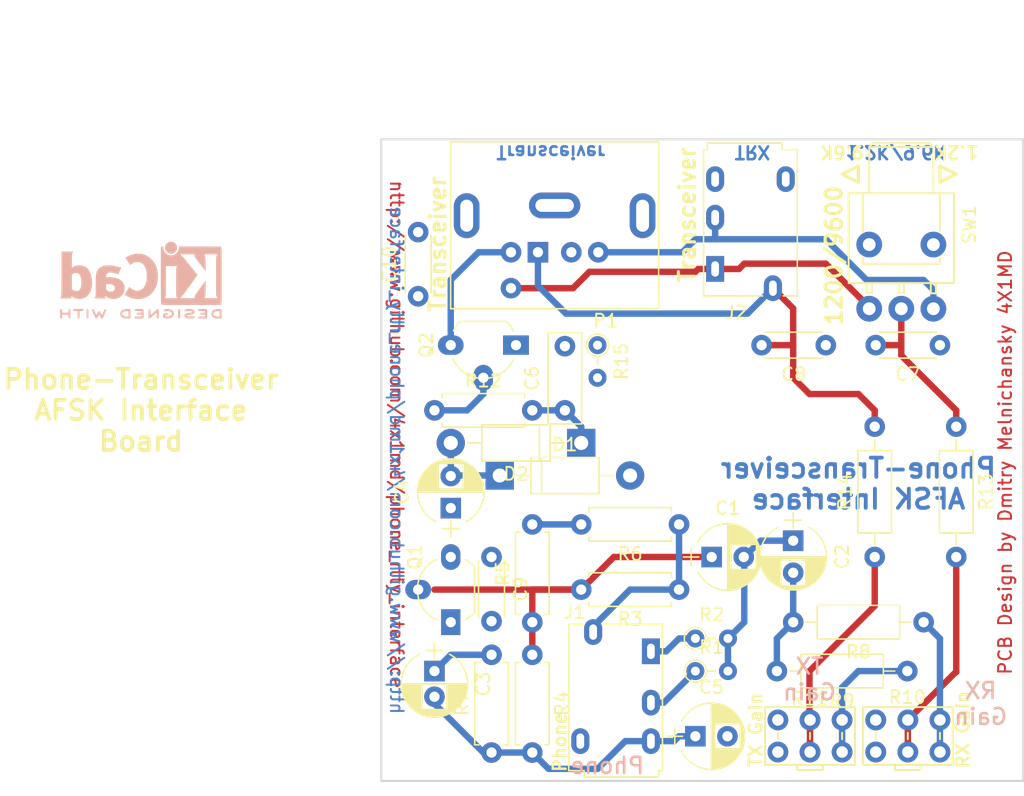
<source format=kicad_pcb>
(kicad_pcb (version 4) (host pcbnew 4.0.7-e2-6376~58~ubuntu16.04.1)

  (general
    (links 67)
    (no_connects 32)
    (area 99.924999 49.924999 150.075001 100.075001)
    (thickness 1.6)
    (drawings 33)
    (tracks 110)
    (zones 0)
    (modules 38)
    (nets 23)
  )

  (page A4)
  (title_block
    (title "Phone-Transceiver AFSK Interface")
    (date 2017-04-11)
    (rev A)
  )

  (layers
    (0 F.Cu signal)
    (31 B.Cu signal)
    (32 B.Adhes user)
    (33 F.Adhes user)
    (34 B.Paste user)
    (35 F.Paste user)
    (36 B.SilkS user)
    (37 F.SilkS user)
    (38 B.Mask user)
    (39 F.Mask user)
    (40 Dwgs.User user)
    (41 Cmts.User user)
    (42 Eco1.User user)
    (43 Eco2.User user)
    (44 Edge.Cuts user)
    (45 Margin user)
    (46 B.CrtYd user)
    (47 F.CrtYd user)
    (48 B.Fab user)
    (49 F.Fab user)
  )

  (setup
    (last_trace_width 0.5)
    (user_trace_width 0.5)
    (user_trace_width 0.75)
    (user_trace_width 1)
    (user_trace_width 1.5)
    (trace_clearance 0.2)
    (zone_clearance 0.35)
    (zone_45_only no)
    (trace_min 0.2)
    (segment_width 0.15)
    (edge_width 0.15)
    (via_size 0.6)
    (via_drill 0.4)
    (via_min_size 0.4)
    (via_min_drill 0.3)
    (uvia_size 0.3)
    (uvia_drill 0.1)
    (uvias_allowed no)
    (uvia_min_size 0.2)
    (uvia_min_drill 0.1)
    (pcb_text_width 0.3)
    (pcb_text_size 1.5 1.5)
    (mod_edge_width 0.15)
    (mod_text_size 1 1)
    (mod_text_width 0.15)
    (pad_size 1.2 0.6)
    (pad_drill 1.2)
    (pad_to_mask_clearance 0.2)
    (aux_axis_origin 94.615 100.33)
    (visible_elements 7FFFFFFF)
    (pcbplotparams
      (layerselection 0x010f0_80000001)
      (usegerberextensions true)
      (excludeedgelayer true)
      (linewidth 0.100000)
      (plotframeref false)
      (viasonmask false)
      (mode 1)
      (useauxorigin false)
      (hpglpennumber 1)
      (hpglpenspeed 20)
      (hpglpendiameter 15)
      (hpglpenoverlay 2)
      (psnegative false)
      (psa4output false)
      (plotreference true)
      (plotvalue false)
      (plotinvisibletext false)
      (padsonsilk false)
      (subtractmaskfromsilk false)
      (outputformat 1)
      (mirror false)
      (drillshape 0)
      (scaleselection 1)
      (outputdirectory D:/MyProjects/phone_rtty_interface/gerbers))
  )

  (net 0 "")
  (net 1 "Net-(C1-Pad1)")
  (net 2 "Net-(C3-Pad1)")
  (net 3 GNDREF)
  (net 4 "Net-(C6-Pad1)")
  (net 5 "Net-(Q2-Pad2)")
  (net 6 "Net-(R10-Pad2)")
  (net 7 /PHONE_OUT)
  (net 8 /PHONE_GND)
  (net 9 /TRX_DATA_IN)
  (net 10 /PHONE_MIC)
  (net 11 /TRX_1200)
  (net 12 /TRX_9600)
  (net 13 /PTT)
  (net 14 "Net-(C2-Pad2)")
  (net 15 "Net-(C4-Pad1)")
  (net 16 "Net-(C4-Pad2)")
  (net 17 "Net-(J1-Pad1)")
  (net 18 "Net-(J1-Pad2)")
  (net 19 "Net-(R11-Pad2)")
  (net 20 "Net-(R10-Pad1)")
  (net 21 "Net-(R11-Pad1)")
  (net 22 /TRX_DATA_OUT)

  (net_class Default "This is the default net class."
    (clearance 0.2)
    (trace_width 0.25)
    (via_dia 0.6)
    (via_drill 0.4)
    (uvia_dia 0.3)
    (uvia_drill 0.1)
    (add_net /PHONE_GND)
    (add_net /PHONE_MIC)
    (add_net /PHONE_OUT)
    (add_net /PTT)
    (add_net /TRX_1200)
    (add_net /TRX_9600)
    (add_net /TRX_DATA_IN)
    (add_net /TRX_DATA_OUT)
    (add_net GNDREF)
    (add_net "Net-(C1-Pad1)")
    (add_net "Net-(C2-Pad2)")
    (add_net "Net-(C3-Pad1)")
    (add_net "Net-(C4-Pad1)")
    (add_net "Net-(C4-Pad2)")
    (add_net "Net-(C6-Pad1)")
    (add_net "Net-(J1-Pad1)")
    (add_net "Net-(J1-Pad2)")
    (add_net "Net-(Q2-Pad2)")
    (add_net "Net-(R10-Pad1)")
    (add_net "Net-(R10-Pad2)")
    (add_net "Net-(R11-Pad1)")
    (add_net "Net-(R11-Pad2)")
  )

  (module Mounting_Holes:MountingHole_2.7mm_M2.5_ISO7380 locked (layer F.Cu) (tedit 5845FAC3) (tstamp 58459CF2)
    (at 102.5 52.5)
    (descr "Mounting Hole 2.7mm, no annular, M2.5, ISO7380")
    (tags "mounting hole 2.7mm no annular m2.5 iso7380")
    (fp_text reference MH1 (at 0.37 -5.51) (layer F.SilkS) hide
      (effects (font (size 1 1) (thickness 0.15)))
    )
    (fp_text value MH_2.7mm_M2.5_ISO7380 (at 0.37 -4.24) (layer F.Fab) hide
      (effects (font (size 1 1) (thickness 0.15)))
    )
    (fp_circle (center 0 0) (end 2.25 0) (layer Cmts.User) (width 0.15))
    (fp_circle (center 0 0) (end 2.5 0) (layer F.CrtYd) (width 0.05))
    (pad 1 np_thru_hole circle (at 0 0) (size 2.7 2.7) (drill 2.7) (layers *.Cu *.Mask))
  )

  (module Mounting_Holes:MountingHole_2.7mm_M2.5_ISO7380 locked (layer F.Cu) (tedit 5845FABA) (tstamp 58459D22)
    (at 147.5 52.5)
    (descr "Mounting Hole 2.7mm, no annular, M2.5, ISO7380")
    (tags "mounting hole 2.7mm no annular m2.5 iso7380")
    (fp_text reference MH2 (at -0.18 -5.51) (layer F.SilkS) hide
      (effects (font (size 1 1) (thickness 0.15)))
    )
    (fp_text value MH_2.7mm_M2.5_ISO7380 (at -0.18 -4.24) (layer F.Fab) hide
      (effects (font (size 1 1) (thickness 0.15)))
    )
    (fp_circle (center 0 0) (end 2.25 0) (layer Cmts.User) (width 0.15))
    (fp_circle (center 0 0) (end 2.5 0) (layer F.CrtYd) (width 0.05))
    (pad 1 np_thru_hole circle (at 0 0) (size 2.7 2.7) (drill 2.7) (layers *.Cu *.Mask))
  )

  (module Mounting_Holes:MountingHole_2.7mm_M2.5_ISO7380 locked (layer F.Cu) (tedit 5845FAA4) (tstamp 58459D2E)
    (at 102.5 97.5)
    (descr "Mounting Hole 2.7mm, no annular, M2.5, ISO7380")
    (tags "mounting hole 2.7mm no annular m2.5 iso7380")
    (fp_text reference MH3 (at 0.37 4.1) (layer F.SilkS) hide
      (effects (font (size 1 1) (thickness 0.15)))
    )
    (fp_text value MH_2.7mm_M2.5_ISO7380 (at 0.37 5.37) (layer F.Fab) hide
      (effects (font (size 1 1) (thickness 0.15)))
    )
    (fp_circle (center 0 0) (end 2.25 0) (layer Cmts.User) (width 0.15))
    (fp_circle (center 0 0) (end 2.5 0) (layer F.CrtYd) (width 0.05))
    (pad 1 np_thru_hole circle (at 0 0) (size 2.7 2.7) (drill 2.7) (layers *.Cu *.Mask))
  )

  (module Mounting_Holes:MountingHole_2.7mm_M2.5_ISO7380 locked (layer F.Cu) (tedit 5845FAB0) (tstamp 58459D28)
    (at 147.5 97.5)
    (descr "Mounting Hole 2.7mm, no annular, M2.5, ISO7380")
    (tags "mounting hole 2.7mm no annular m2.5 iso7380")
    (fp_text reference MH4 (at -0.18 4.1) (layer F.SilkS) hide
      (effects (font (size 1 1) (thickness 0.15)))
    )
    (fp_text value MH_2.7mm_M2.5_ISO7380 (at -0.18 5.37) (layer F.Fab) hide
      (effects (font (size 1 1) (thickness 0.15)))
    )
    (fp_circle (center 0 0) (end 2.25 0) (layer Cmts.User) (width 0.15))
    (fp_circle (center 0 0) (end 2.5 0) (layer F.CrtYd) (width 0.05))
    (pad 1 np_thru_hole circle (at 0 0) (size 2.7 2.7) (drill 2.7) (layers *.Cu *.Mask))
  )

  (module custom_kicad_footprints:PJ320E_Headphones_Plug_Short locked (layer F.Cu) (tedit 58E95F3C) (tstamp 58E94ECB)
    (at 121 89.9 180)
    (descr "Headphones with microphone connector, 3.5mm, 4 pins.")
    (tags "3.5mm jack mic microphone phones headphones 4pins audio plug")
    (path /58E8BF8B)
    (fp_text reference J1 (at 5.938 3.032 360) (layer F.SilkS)
      (effects (font (size 1 1) (thickness 0.15)))
    )
    (fp_text value Phone (at 4.16 -2.81 180) (layer F.Fab)
      (effects (font (size 1 1) (thickness 0.15)))
    )
    (fp_line (start -0.6 -9.8) (end -0.6 -9.3) (layer F.SilkS) (width 0.12))
    (fp_line (start 5.2 -9.3) (end 5.2 -9.8) (layer F.SilkS) (width 0.12))
    (fp_line (start -0.5 -9.2) (end -0.5 -9.7) (layer F.Fab) (width 0.1))
    (fp_line (start 5.1 -9.7) (end 5.1 -9.2) (layer F.Fab) (width 0.1))
    (fp_line (start 5.1 -9.7) (end -0.5 -9.7) (layer F.Fab) (width 0.1))
    (fp_line (start -0.6 -9.8) (end 5.2 -9.8) (layer F.SilkS) (width 0.12))
    (fp_text user %R (at 5.938 3.032 360) (layer F.Fab)
      (effects (font (size 1 1) (thickness 0.15)))
    )
    (fp_line (start 3.7 2) (end -0.8 2) (layer F.Fab) (width 0.1))
    (fp_line (start -0.8 2) (end -0.8 -9.2) (layer F.Fab) (width 0.1))
    (fp_line (start -0.8 -9.2) (end -0.5 -9.2) (layer F.Fab) (width 0.1))
    (fp_line (start 5.1 -9.2) (end 6.3 -9.2) (layer F.Fab) (width 0.1))
    (fp_line (start 6.3 -9.2) (end 6.3 2) (layer F.Fab) (width 0.1))
    (fp_line (start 6.3 2) (end 5.3 2) (layer F.Fab) (width 0.1))
    (fp_line (start -0.9 -9.3) (end -0.9 2.1) (layer F.SilkS) (width 0.12))
    (fp_line (start -0.9 2.1) (end 3.7 2.1) (layer F.SilkS) (width 0.12))
    (fp_line (start 6.4 2.1) (end 5.3 2.1) (layer F.SilkS) (width 0.12))
    (fp_line (start -1.3 3) (end 6.8 3) (layer F.CrtYd) (width 0.05))
    (fp_line (start -1.3 -10.2) (end -1.3 3) (layer F.CrtYd) (width 0.05))
    (fp_line (start 6.8 -10.2) (end 6.8 3) (layer F.CrtYd) (width 0.05))
    (fp_line (start 5.2 -9.3) (end 6.4 -9.3) (layer F.SilkS) (width 0.12))
    (fp_line (start -0.9 -9.3) (end -0.6 -9.3) (layer F.SilkS) (width 0.12))
    (fp_line (start 6.4 -9.3) (end 6.4 2.1) (layer F.SilkS) (width 0.12))
    (fp_line (start -1.3 -10.2) (end 6.8 -10.2) (layer F.CrtYd) (width 0.05))
    (pad 5 thru_hole oval (at 5.5 -7 90) (size 2 1.4) (drill oval 1.2 0.6) (layers *.Cu *.Mask))
    (pad 4 thru_hole oval (at 4.5 1.5 90) (size 2 1.4) (drill oval 1.2 0.6) (layers *.Cu *.Mask)
      (net 10 /PHONE_MIC))
    (pad 1 thru_hole rect (at 0 0 90) (size 2 1.4) (drill oval 1.2 0.6) (layers *.Cu *.Mask)
      (net 17 "Net-(J1-Pad1)"))
    (pad 2 thru_hole oval (at 0 -4 90) (size 2 1.4) (drill oval 1.2 0.6) (layers *.Cu *.Mask)
      (net 18 "Net-(J1-Pad2)"))
    (pad 3 thru_hole oval (at 0 -7 90) (size 2 1.4) (drill oval 1.2 0.6) (layers *.Cu *.Mask)
      (net 8 /PHONE_GND))
    (pad "" np_thru_hole circle (at 2.3 -5.7 90) (size 1.2 1.2) (drill 1.2) (layers *.Cu *.Mask))
    (pad "" np_thru_hole circle (at 2.3 1.3 90) (size 1.2 1.2) (drill 1.2) (layers *.Cu *.Mask))
  )

  (module custom_kicad_footprints:PJ320E_Headphones_Plug_Short locked (layer F.Cu) (tedit 58EBE601) (tstamp 58E94EEC)
    (at 126 60.1)
    (descr "Headphones with microphone connector, 3.5mm, 4 pins.")
    (tags "3.5mm jack mic microphone phones headphones 4pins audio plug")
    (path /58E8C573)
    (fp_text reference J2 (at 1.635 3.4) (layer F.SilkS)
      (effects (font (size 1 1) (thickness 0.15)))
    )
    (fp_text value Transceiver (at 3.54 -4.22 90) (layer F.Fab)
      (effects (font (size 1 1) (thickness 0.15)))
    )
    (fp_line (start -0.6 -9.8) (end -0.6 -9.3) (layer F.SilkS) (width 0.12))
    (fp_line (start 5.2 -9.3) (end 5.2 -9.8) (layer F.SilkS) (width 0.12))
    (fp_line (start -0.5 -9.2) (end -0.5 -9.7) (layer F.Fab) (width 0.1))
    (fp_line (start 5.1 -9.7) (end 5.1 -9.2) (layer F.Fab) (width 0.1))
    (fp_line (start 5.1 -9.7) (end -0.5 -9.7) (layer F.Fab) (width 0.1))
    (fp_line (start -0.6 -9.8) (end 5.2 -9.8) (layer F.SilkS) (width 0.12))
    (fp_text user %R (at 1.635 3.4 180) (layer F.Fab)
      (effects (font (size 1 1) (thickness 0.15)))
    )
    (fp_line (start 3.7 2) (end -0.8 2) (layer F.Fab) (width 0.1))
    (fp_line (start -0.8 2) (end -0.8 -9.2) (layer F.Fab) (width 0.1))
    (fp_line (start -0.8 -9.2) (end -0.5 -9.2) (layer F.Fab) (width 0.1))
    (fp_line (start 5.1 -9.2) (end 6.3 -9.2) (layer F.Fab) (width 0.1))
    (fp_line (start 6.3 -9.2) (end 6.3 2) (layer F.Fab) (width 0.1))
    (fp_line (start 6.3 2) (end 5.3 2) (layer F.Fab) (width 0.1))
    (fp_line (start -0.9 -9.3) (end -0.9 2.1) (layer F.SilkS) (width 0.12))
    (fp_line (start -0.9 2.1) (end 3.7 2.1) (layer F.SilkS) (width 0.12))
    (fp_line (start 6.4 2.1) (end 5.3 2.1) (layer F.SilkS) (width 0.12))
    (fp_line (start -1.3 3) (end 6.8 3) (layer F.CrtYd) (width 0.05))
    (fp_line (start -1.3 -10.2) (end -1.3 3) (layer F.CrtYd) (width 0.05))
    (fp_line (start 6.8 -10.2) (end 6.8 3) (layer F.CrtYd) (width 0.05))
    (fp_line (start 5.2 -9.3) (end 6.4 -9.3) (layer F.SilkS) (width 0.12))
    (fp_line (start -0.9 -9.3) (end -0.6 -9.3) (layer F.SilkS) (width 0.12))
    (fp_line (start 6.4 -9.3) (end 6.4 2.1) (layer F.SilkS) (width 0.12))
    (fp_line (start -1.3 -10.2) (end 6.8 -10.2) (layer F.CrtYd) (width 0.05))
    (pad 5 thru_hole oval (at 5.5 -7 270) (size 2 1.4) (drill oval 1.2 0.6) (layers *.Cu *.Mask))
    (pad 4 thru_hole oval (at 4.5 1.5 270) (size 2 1.4) (drill oval 1.2 0.6) (layers *.Cu *.Mask)
      (net 13 /PTT))
    (pad 1 thru_hole rect (at 0 0 270) (size 2 1.4) (drill oval 1.2 0.6) (layers *.Cu *.Mask)
      (net 22 /TRX_DATA_OUT))
    (pad 2 thru_hole oval (at 0 -4 270) (size 2 1.4) (drill oval 1.2 0.6) (layers *.Cu *.Mask)
      (net 9 /TRX_DATA_IN))
    (pad 3 thru_hole oval (at 0 -7 270) (size 2 1.4) (drill oval 1.2 0.6) (layers *.Cu *.Mask)
      (net 3 GNDREF))
    (pad "" np_thru_hole circle (at 2.3 -5.7 270) (size 1.2 1.2) (drill 1.2) (layers *.Cu *.Mask))
    (pad "" np_thru_hole circle (at 2.3 1.3 270) (size 1.2 1.2) (drill 1.2) (layers *.Cu *.Mask))
  )

  (module custom_kicad_footprints:Cliff_UT1x_SPDT_ON-ON_Switch_Short locked (layer F.Cu) (tedit 58ECA99B) (tstamp 58E9293F)
    (at 138 63.2)
    (descr "PCliff UT1D/E/F/G/H SPDT toggle swith. Horizontal through hole mounted.")
    (tags "swithc toggle spdt")
    (path /58E8F01F)
    (fp_text reference SW1 (at 7.796 -6.558 90) (layer F.SilkS)
      (effects (font (size 1 1) (thickness 0.15)))
    )
    (fp_text value 1200/9600 (at 2.97 -7.32 90) (layer F.Fab)
      (effects (font (size 1 1) (thickness 0.15)))
    )
    (fp_text user %R (at 1.446 -7.574 90) (layer F.Fab)
      (effects (font (size 1 1) (thickness 0.15)))
    )
    (fp_line (start 4.9 -8.9) (end 4.9 -14.4) (layer F.Fab) (width 0.15))
    (fp_line (start 0.1 -14.4) (end 0.1 -8.9) (layer F.Fab) (width 0.15))
    (fp_line (start 0.1 -14.4) (end 4.9 -14.4) (layer F.Fab) (width 0.15))
    (fp_line (start 4.9 -8.9) (end 6.5 -8.9) (layer F.Fab) (width 0.15))
    (fp_line (start 6.5 -8.9) (end 6.5 -2.1) (layer F.Fab) (width 0.15))
    (fp_line (start 6.5 -2.1) (end -1.5 -2.1) (layer F.Fab) (width 0.15))
    (fp_line (start -1.5 -2.1) (end -1.5 -8.9) (layer F.Fab) (width 0.15))
    (fp_line (start -1.5 -8.9) (end 0.1 -8.9) (layer F.Fab) (width 0.15))
    (fp_line (start -0.5 -6) (end -0.5 -9) (layer F.SilkS) (width 0.15))
    (fp_line (start 5.5 -6) (end 5.5 -9) (layer F.SilkS) (width 0.15))
    (fp_line (start 5.5 -3.5) (end 5.5 -4) (layer F.SilkS) (width 0.15))
    (fp_line (start -0.5 -3.5) (end -0.5 -4) (layer F.SilkS) (width 0.15))
    (fp_line (start -0.5 -3.5) (end 5.5 -3.5) (layer F.SilkS) (width 0.15))
    (fp_line (start 0 -9) (end 0 -12.6) (layer F.SilkS) (width 0.15))
    (fp_line (start 5 -12.6) (end 5 -9) (layer F.SilkS) (width 0.15))
    (fp_line (start 0 -12.6) (end 5 -12.6) (layer F.SilkS) (width 0.15))
    (fp_line (start 0.3 -12.9) (end 0 -12.6) (layer F.SilkS) (width 0.15))
    (fp_line (start 4.7 -12.9) (end 5 -12.6) (layer F.SilkS) (width 0.15))
    (fp_line (start 0.3 -12.9) (end 4.7 -12.9) (layer F.SilkS) (width 0.15))
    (fp_line (start 4.8 -2) (end 4.8 -1.2) (layer F.SilkS) (width 0.15))
    (fp_line (start 4.8 -1.2) (end 5.2 -1.2) (layer F.SilkS) (width 0.15))
    (fp_line (start 5.2 -1.2) (end 5.2 -2) (layer F.SilkS) (width 0.15))
    (fp_line (start 2.3 -2) (end 2.3 -1.2) (layer F.SilkS) (width 0.15))
    (fp_line (start 2.3 -1.2) (end 2.7 -1.2) (layer F.SilkS) (width 0.15))
    (fp_line (start 2.7 -1.2) (end 2.7 -2) (layer F.SilkS) (width 0.15))
    (fp_line (start -0.2 -2) (end -0.2 -1.2) (layer F.SilkS) (width 0.15))
    (fp_line (start -0.2 -1.2) (end 0.2 -1.2) (layer F.SilkS) (width 0.15))
    (fp_line (start 0.2 -1.2) (end 0.2 -2) (layer F.SilkS) (width 0.15))
    (fp_line (start -1.6 -9) (end 6.6 -9) (layer F.SilkS) (width 0.15))
    (fp_line (start 6.6 -2) (end 6.6 -9) (layer F.SilkS) (width 0.15))
    (fp_line (start -1.6 -2) (end -1.6 -9) (layer F.SilkS) (width 0.15))
    (fp_line (start -1.6 -2) (end 6.6 -2) (layer F.SilkS) (width 0.15))
    (fp_line (start -2 -14.9) (end 7 -14.9) (layer F.CrtYd) (width 0.05))
    (fp_line (start -2 -14.9) (end -2 1.5) (layer F.CrtYd) (width 0.05))
    (fp_line (start 7 1.5) (end 7 -14.9) (layer F.CrtYd) (width 0.05))
    (fp_line (start 7 1.5) (end -2 1.5) (layer F.CrtYd) (width 0.05))
    (pad 4 thru_hole circle (at 5 -5) (size 2 2) (drill 1) (layers *.Cu *.Mask)
      (net 3 GNDREF))
    (pad 2 thru_hole circle (at 2.5 0) (size 2 2) (drill 1) (layers *.Cu *.Mask)
      (net 22 /TRX_DATA_OUT))
    (pad 3 thru_hole circle (at 5 0) (size 2 2) (drill 1) (layers *.Cu *.Mask)
      (net 12 /TRX_9600))
    (pad 4 thru_hole circle (at 0 -5) (size 2 2) (drill 1) (layers *.Cu *.Mask)
      (net 3 GNDREF))
    (pad 1 thru_hole circle (at 0 0) (size 2 2) (drill 1) (layers *.Cu *.Mask)
      (net 11 /TRX_1200))
  )

  (module TO_SOT_Packages_THT:TO-92_Molded_Wide_Oval (layer F.Cu) (tedit 58EBEAF3) (tstamp 58E955FF)
    (at 105.41 87.63 90)
    (descr "TO-92 leads molded, wide, oval pads, drill 0.8mm (see NXP sot054_po.pdf)")
    (tags "to-92 sc-43 sc-43a sot54 PA33 transistor")
    (path /5829E7CB)
    (fp_text reference Q1 (at 5.08 -2.794 270) (layer F.SilkS)
      (effects (font (size 1 1) (thickness 0.15)))
    )
    (fp_text value 2N2222 (at 2.54 2.54 270) (layer F.Fab)
      (effects (font (size 1 1) (thickness 0.15)))
    )
    (fp_text user %R (at 2.54 0 90) (layer F.Fab)
      (effects (font (size 1 1) (thickness 0.15)))
    )
    (fp_line (start 0.74 1.85) (end 4.34 1.85) (layer F.SilkS) (width 0.12))
    (fp_line (start 0.8 1.75) (end 4.3 1.75) (layer F.Fab) (width 0.1))
    (fp_line (start -1.25 -3.79) (end 6.33 -3.79) (layer F.CrtYd) (width 0.05))
    (fp_line (start -1.25 -3.79) (end -1.25 2.01) (layer F.CrtYd) (width 0.05))
    (fp_line (start 6.33 2.01) (end 6.33 -3.79) (layer F.CrtYd) (width 0.05))
    (fp_line (start 6.33 2.01) (end -1.25 2.01) (layer F.CrtYd) (width 0.05))
    (fp_arc (start 2.54 0) (end 0.74 1.85) (angle 20) (layer F.SilkS) (width 0.12))
    (fp_arc (start 2.54 0) (end 2.54 -2.6) (angle -65) (layer F.SilkS) (width 0.12))
    (fp_arc (start 2.54 0) (end 2.54 -2.6) (angle 65) (layer F.SilkS) (width 0.12))
    (fp_arc (start 2.54 0) (end 2.54 -2.48) (angle 135) (layer F.Fab) (width 0.1))
    (fp_arc (start 2.54 0) (end 2.54 -2.48) (angle -135) (layer F.Fab) (width 0.1))
    (fp_arc (start 2.54 0) (end 4.34 1.85) (angle -20) (layer F.SilkS) (width 0.12))
    (pad 2 thru_hole oval (at 2.54 -2.54 180) (size 2 1.5) (drill 0.8) (layers *.Cu *.Mask)
      (net 1 "Net-(C1-Pad1)"))
    (pad 1 thru_hole rect (at 0 0 180) (size 1.5 2) (drill 0.8) (layers *.Cu *.Mask)
      (net 2 "Net-(C3-Pad1)"))
    (pad 3 thru_hole oval (at 5.08 0 180) (size 1.5 2) (drill 0.8) (layers *.Cu *.Mask)
      (net 15 "Net-(C4-Pad1)"))
    (model ${KISYS3DMOD}/TO_SOT_Packages_THT.3dshapes/TO-92_Molded_Wide_Oval.wrl
      (at (xyz 0.1 0 0))
      (scale (xyz 1 1 1))
      (rotate (xyz 0 0 -90))
    )
  )

  (module TO_SOT_Packages_THT:TO-92_Molded_Wide_Oval (layer F.Cu) (tedit 58EBEB3E) (tstamp 58E95605)
    (at 110.49 66.04 180)
    (descr "TO-92 leads molded, wide, oval pads, drill 0.8mm (see NXP sot054_po.pdf)")
    (tags "to-92 sc-43 sc-43a sot54 PA33 transistor")
    (path /5829E7FF)
    (fp_text reference Q2 (at 6.985 0 270) (layer F.SilkS)
      (effects (font (size 1 1) (thickness 0.15)))
    )
    (fp_text value 2N2222 (at 2.54 3.05 180) (layer F.Fab)
      (effects (font (size 1 1) (thickness 0.15)))
    )
    (fp_text user %R (at 2.54 0 270) (layer F.Fab)
      (effects (font (size 1 1) (thickness 0.15)))
    )
    (fp_line (start 0.74 1.85) (end 4.34 1.85) (layer F.SilkS) (width 0.12))
    (fp_line (start 0.8 1.75) (end 4.3 1.75) (layer F.Fab) (width 0.1))
    (fp_line (start -1.25 -3.79) (end 6.33 -3.79) (layer F.CrtYd) (width 0.05))
    (fp_line (start -1.25 -3.79) (end -1.25 2.01) (layer F.CrtYd) (width 0.05))
    (fp_line (start 6.33 2.01) (end 6.33 -3.79) (layer F.CrtYd) (width 0.05))
    (fp_line (start 6.33 2.01) (end -1.25 2.01) (layer F.CrtYd) (width 0.05))
    (fp_arc (start 2.54 0) (end 0.74 1.85) (angle 20) (layer F.SilkS) (width 0.12))
    (fp_arc (start 2.54 0) (end 2.54 -2.6) (angle -65) (layer F.SilkS) (width 0.12))
    (fp_arc (start 2.54 0) (end 2.54 -2.6) (angle 65) (layer F.SilkS) (width 0.12))
    (fp_arc (start 2.54 0) (end 2.54 -2.48) (angle 135) (layer F.Fab) (width 0.1))
    (fp_arc (start 2.54 0) (end 2.54 -2.48) (angle -135) (layer F.Fab) (width 0.1))
    (fp_arc (start 2.54 0) (end 4.34 1.85) (angle -20) (layer F.SilkS) (width 0.12))
    (pad 2 thru_hole oval (at 2.54 -2.54 270) (size 2 1.5) (drill 0.8) (layers *.Cu *.Mask)
      (net 5 "Net-(Q2-Pad2)"))
    (pad 1 thru_hole rect (at 0 0 270) (size 1.5 2) (drill 0.8) (layers *.Cu *.Mask)
      (net 3 GNDREF))
    (pad 3 thru_hole oval (at 5.08 0 270) (size 1.5 2) (drill 0.8) (layers *.Cu *.Mask)
      (net 13 /PTT))
    (model ${KISYS3DMOD}/TO_SOT_Packages_THT.3dshapes/TO-92_Molded_Wide_Oval.wrl
      (at (xyz 0.1 0 0))
      (scale (xyz 1 1 1))
      (rotate (xyz 0 0 -90))
    )
  )

  (module custom_kicad_footprints:Connector_Mini-DIN_Female_6Pin_2rows locked (layer F.Cu) (tedit 58EBE5F6) (tstamp 583B0FD6)
    (at 112.2 58.8 180)
    (descr "A footprint for the generic 6 pin Mini-DIN through hole connector with shell.")
    (tags "mini din 6pin connector socket")
    (path /58410A09)
    (fp_text reference P1 (at -5.275 -5.335 360) (layer F.SilkS)
      (effects (font (size 1 1) (thickness 0.15)))
    )
    (fp_text value "TRX Data" (at -1.465 6.095 180) (layer F.Fab)
      (effects (font (size 1 1) (thickness 0.15)))
    )
    (fp_text user %R (at -5.275 -5.335 360) (layer F.Fab)
      (effects (font (size 1 1) (thickness 0.15)))
    )
    (fp_line (start 6.7 -4.3) (end 6.7 8.5) (layer F.Fab) (width 0.1))
    (fp_line (start 6.7 8.5) (end -9.3 8.5) (layer F.Fab) (width 0.1))
    (fp_line (start -9.3 8.5) (end -9.3 -4.3) (layer F.Fab) (width 0.1))
    (fp_line (start -9.3 -4.3) (end 6.7 -4.3) (layer F.Fab) (width 0.1))
    (fp_line (start 6.8 -4.4) (end 6.8 8.6) (layer F.SilkS) (width 0.12))
    (fp_line (start -9.4 -4.4) (end -9.4 8.6) (layer F.SilkS) (width 0.12))
    (fp_line (start -9.4 -4.4) (end 6.8 -4.4) (layer F.SilkS) (width 0.12))
    (fp_line (start -9.4 8.6) (end 6.8 8.6) (layer F.SilkS) (width 0.12))
    (fp_line (start -9.81 -5.05) (end 7.19 -5.05) (layer F.CrtYd) (width 0.05))
    (fp_line (start -9.81 -5.05) (end -9.81 9) (layer F.CrtYd) (width 0.05))
    (fp_line (start 7.19 9) (end 7.19 -5.05) (layer F.CrtYd) (width 0.05))
    (fp_line (start 7.19 9) (end -9.81 9) (layer F.CrtYd) (width 0.05))
    (pad 7 thru_hole oval (at -8.15 2.85 180) (size 2 3.5) (drill oval 1 2.5) (layers *.Cu *.Mask)
      (net 3 GNDREF))
    (pad 7 thru_hole oval (at 5.55 2.85 180) (size 2 3.5) (drill oval 1 2.5) (layers *.Cu *.Mask)
      (net 3 GNDREF))
    (pad 1 thru_hole rect (at 0 0 180) (size 1.6 1.6) (drill 0.8) (layers *.Cu *.Mask)
      (net 9 /TRX_DATA_IN))
    (pad 2 thru_hole circle (at -2.6 0 180) (size 1.6 1.6) (drill 0.8) (layers *.Cu *.Mask)
      (net 3 GNDREF))
    (pad 3 thru_hole circle (at 2.1 0 180) (size 1.6 1.6) (drill 0.8) (layers *.Cu *.Mask)
      (net 13 /PTT))
    (pad 4 thru_hole circle (at -4.7 0 180) (size 1.6 1.6) (drill 0.8) (layers *.Cu *.Mask)
      (net 12 /TRX_9600))
    (pad 5 thru_hole circle (at 2.1 -2.8 180) (size 1.6 1.6) (drill 0.8) (layers *.Cu *.Mask)
      (net 11 /TRX_1200))
    (pad "" np_thru_hole circle (at -4.7 -2.8 180) (size 0.8 0.8) (drill 0.8) (layers *.Cu *.Mask))
    (pad 7 thru_hole oval (at -1.3 3.65 180) (size 4 2) (drill oval 3 1) (layers *.Cu *.Mask)
      (net 3 GNDREF))
  )

  (module Symbols:KiCad-Logo2_6mm_SilkScreen (layer B.Cu) (tedit 58E974F3) (tstamp 58E9755A)
    (at 81.28 60.96 180)
    (descr "KiCad Logo")
    (tags "Logo KiCad")
    (attr virtual)
    (fp_text reference LBL1 (at 0 0 180) (layer B.SilkS) hide
      (effects (font (size 1 1) (thickness 0.15)) (justify mirror))
    )
    (fp_text value KiCad-Logo2_6mm_SilkScreen (at 0.75 0 180) (layer B.Fab) hide
      (effects (font (size 1 1) (thickness 0.15)) (justify mirror))
    )
    (fp_poly (pts (xy -6.121371 -2.269066) (xy -6.081889 -2.269467) (xy -5.9662 -2.272259) (xy -5.869311 -2.28055)
      (xy -5.787919 -2.295232) (xy -5.718723 -2.317193) (xy -5.65842 -2.347322) (xy -5.603708 -2.38651)
      (xy -5.584167 -2.403532) (xy -5.55175 -2.443363) (xy -5.52252 -2.497413) (xy -5.499991 -2.557323)
      (xy -5.487679 -2.614739) (xy -5.4864 -2.635956) (xy -5.494417 -2.694769) (xy -5.515899 -2.759013)
      (xy -5.546999 -2.819821) (xy -5.583866 -2.86833) (xy -5.589854 -2.874182) (xy -5.640579 -2.915321)
      (xy -5.696125 -2.947435) (xy -5.759696 -2.971365) (xy -5.834494 -2.987953) (xy -5.923722 -2.998041)
      (xy -6.030582 -3.002469) (xy -6.079528 -3.002845) (xy -6.141762 -3.002545) (xy -6.185528 -3.001292)
      (xy -6.214931 -2.998554) (xy -6.234079 -2.993801) (xy -6.247077 -2.986501) (xy -6.254045 -2.980267)
      (xy -6.260626 -2.972694) (xy -6.265788 -2.962924) (xy -6.269703 -2.94834) (xy -6.272543 -2.926326)
      (xy -6.27448 -2.894264) (xy -6.275684 -2.849536) (xy -6.276328 -2.789526) (xy -6.276583 -2.711617)
      (xy -6.276622 -2.635956) (xy -6.27687 -2.535041) (xy -6.276817 -2.454427) (xy -6.275857 -2.415822)
      (xy -6.129867 -2.415822) (xy -6.129867 -2.856089) (xy -6.036734 -2.856004) (xy -5.980693 -2.854396)
      (xy -5.921999 -2.850256) (xy -5.873028 -2.844464) (xy -5.871538 -2.844226) (xy -5.792392 -2.82509)
      (xy -5.731002 -2.795287) (xy -5.684305 -2.752878) (xy -5.654635 -2.706961) (xy -5.636353 -2.656026)
      (xy -5.637771 -2.6082) (xy -5.658988 -2.556933) (xy -5.700489 -2.503899) (xy -5.757998 -2.4646)
      (xy -5.83275 -2.438331) (xy -5.882708 -2.429035) (xy -5.939416 -2.422507) (xy -5.999519 -2.417782)
      (xy -6.050639 -2.415817) (xy -6.053667 -2.415808) (xy -6.129867 -2.415822) (xy -6.275857 -2.415822)
      (xy -6.27526 -2.391851) (xy -6.270998 -2.345055) (xy -6.26283 -2.311778) (xy -6.249556 -2.289759)
      (xy -6.229974 -2.276739) (xy -6.202883 -2.270457) (xy -6.167082 -2.268653) (xy -6.121371 -2.269066)) (layer B.SilkS) (width 0.01))
    (fp_poly (pts (xy -4.712794 -2.269146) (xy -4.643386 -2.269518) (xy -4.590997 -2.270385) (xy -4.552847 -2.271946)
      (xy -4.526159 -2.274403) (xy -4.508153 -2.277957) (xy -4.496049 -2.28281) (xy -4.487069 -2.289161)
      (xy -4.483818 -2.292084) (xy -4.464043 -2.323142) (xy -4.460482 -2.358828) (xy -4.473491 -2.39051)
      (xy -4.479506 -2.396913) (xy -4.489235 -2.403121) (xy -4.504901 -2.40791) (xy -4.529408 -2.411514)
      (xy -4.565661 -2.414164) (xy -4.616565 -2.416095) (xy -4.685026 -2.417539) (xy -4.747617 -2.418418)
      (xy -4.995334 -2.421467) (xy -4.998719 -2.486378) (xy -5.002105 -2.551289) (xy -4.833958 -2.551289)
      (xy -4.760959 -2.551919) (xy -4.707517 -2.554553) (xy -4.670628 -2.560309) (xy -4.647288 -2.570304)
      (xy -4.634494 -2.585656) (xy -4.629242 -2.607482) (xy -4.628445 -2.627738) (xy -4.630923 -2.652592)
      (xy -4.640277 -2.670906) (xy -4.659383 -2.683637) (xy -4.691118 -2.691741) (xy -4.738359 -2.696176)
      (xy -4.803983 -2.697899) (xy -4.839801 -2.698045) (xy -5.000978 -2.698045) (xy -5.000978 -2.856089)
      (xy -4.752622 -2.856089) (xy -4.671213 -2.856202) (xy -4.609342 -2.856712) (xy -4.563968 -2.85787)
      (xy -4.532054 -2.85993) (xy -4.510559 -2.863146) (xy -4.496443 -2.867772) (xy -4.486668 -2.874059)
      (xy -4.481689 -2.878667) (xy -4.46461 -2.90556) (xy -4.459111 -2.929467) (xy -4.466963 -2.958667)
      (xy -4.481689 -2.980267) (xy -4.489546 -2.987066) (xy -4.499688 -2.992346) (xy -4.514844 -2.996298)
      (xy -4.537741 -2.999113) (xy -4.571109 -3.000982) (xy -4.617675 -3.002098) (xy -4.680167 -3.002651)
      (xy -4.761314 -3.002833) (xy -4.803422 -3.002845) (xy -4.893598 -3.002765) (xy -4.963924 -3.002398)
      (xy -5.017129 -3.001552) (xy -5.05594 -3.000036) (xy -5.083087 -2.997659) (xy -5.101298 -2.994229)
      (xy -5.1133 -2.989554) (xy -5.121822 -2.983444) (xy -5.125156 -2.980267) (xy -5.131755 -2.97267)
      (xy -5.136927 -2.96287) (xy -5.140846 -2.948239) (xy -5.143684 -2.926152) (xy -5.145615 -2.893982)
      (xy -5.146812 -2.849103) (xy -5.147448 -2.788889) (xy -5.147697 -2.710713) (xy -5.147734 -2.637923)
      (xy -5.1477 -2.544707) (xy -5.147465 -2.471431) (xy -5.14683 -2.415458) (xy -5.145594 -2.374151)
      (xy -5.143556 -2.344872) (xy -5.140517 -2.324984) (xy -5.136277 -2.31185) (xy -5.130635 -2.302832)
      (xy -5.123391 -2.295293) (xy -5.121606 -2.293612) (xy -5.112945 -2.286172) (xy -5.102882 -2.280409)
      (xy -5.088625 -2.276112) (xy -5.067383 -2.273064) (xy -5.036364 -2.271051) (xy -4.992777 -2.26986)
      (xy -4.933831 -2.269275) (xy -4.856734 -2.269083) (xy -4.802001 -2.269067) (xy -4.712794 -2.269146)) (layer B.SilkS) (width 0.01))
    (fp_poly (pts (xy -3.691703 -2.270351) (xy -3.616888 -2.275581) (xy -3.547306 -2.28375) (xy -3.487002 -2.29455)
      (xy -3.44002 -2.307673) (xy -3.410406 -2.322813) (xy -3.40586 -2.327269) (xy -3.390054 -2.36185)
      (xy -3.394847 -2.397351) (xy -3.419364 -2.427725) (xy -3.420534 -2.428596) (xy -3.434954 -2.437954)
      (xy -3.450008 -2.442876) (xy -3.471005 -2.443473) (xy -3.503257 -2.439861) (xy -3.552073 -2.432154)
      (xy -3.556 -2.431505) (xy -3.628739 -2.422569) (xy -3.707217 -2.418161) (xy -3.785927 -2.418119)
      (xy -3.859361 -2.422279) (xy -3.922011 -2.430479) (xy -3.96837 -2.442557) (xy -3.971416 -2.443771)
      (xy -4.005048 -2.462615) (xy -4.016864 -2.481685) (xy -4.007614 -2.500439) (xy -3.978047 -2.518337)
      (xy -3.928911 -2.534837) (xy -3.860957 -2.549396) (xy -3.815645 -2.556406) (xy -3.721456 -2.569889)
      (xy -3.646544 -2.582214) (xy -3.587717 -2.594449) (xy -3.541785 -2.607661) (xy -3.505555 -2.622917)
      (xy -3.475838 -2.641285) (xy -3.449442 -2.663831) (xy -3.42823 -2.685971) (xy -3.403065 -2.716819)
      (xy -3.390681 -2.743345) (xy -3.386808 -2.776026) (xy -3.386667 -2.787995) (xy -3.389576 -2.827712)
      (xy -3.401202 -2.857259) (xy -3.421323 -2.883486) (xy -3.462216 -2.923576) (xy -3.507817 -2.954149)
      (xy -3.561513 -2.976203) (xy -3.626692 -2.990735) (xy -3.706744 -2.998741) (xy -3.805057 -3.001218)
      (xy -3.821289 -3.001177) (xy -3.886849 -2.999818) (xy -3.951866 -2.99673) (xy -4.009252 -2.992356)
      (xy -4.051922 -2.98714) (xy -4.055372 -2.986541) (xy -4.097796 -2.976491) (xy -4.13378 -2.963796)
      (xy -4.15415 -2.95219) (xy -4.173107 -2.921572) (xy -4.174427 -2.885918) (xy -4.158085 -2.854144)
      (xy -4.154429 -2.850551) (xy -4.139315 -2.839876) (xy -4.120415 -2.835276) (xy -4.091162 -2.836059)
      (xy -4.055651 -2.840127) (xy -4.01597 -2.843762) (xy -3.960345 -2.846828) (xy -3.895406 -2.849053)
      (xy -3.827785 -2.850164) (xy -3.81 -2.850237) (xy -3.742128 -2.849964) (xy -3.692454 -2.848646)
      (xy -3.65661 -2.845827) (xy -3.630224 -2.84105) (xy -3.608926 -2.833857) (xy -3.596126 -2.827867)
      (xy -3.568 -2.811233) (xy -3.550068 -2.796168) (xy -3.547447 -2.791897) (xy -3.552976 -2.774263)
      (xy -3.57926 -2.757192) (xy -3.624478 -2.741458) (xy -3.686808 -2.727838) (xy -3.705171 -2.724804)
      (xy -3.80109 -2.709738) (xy -3.877641 -2.697146) (xy -3.93778 -2.686111) (xy -3.98446 -2.67572)
      (xy -4.020637 -2.665056) (xy -4.049265 -2.653205) (xy -4.073298 -2.639251) (xy -4.095692 -2.622281)
      (xy -4.119402 -2.601378) (xy -4.12738 -2.594049) (xy -4.155353 -2.566699) (xy -4.17016 -2.545029)
      (xy -4.175952 -2.520232) (xy -4.176889 -2.488983) (xy -4.166575 -2.427705) (xy -4.135752 -2.37564)
      (xy -4.084595 -2.332958) (xy -4.013283 -2.299825) (xy -3.9624 -2.284964) (xy -3.9071 -2.275366)
      (xy -3.840853 -2.269936) (xy -3.767706 -2.268367) (xy -3.691703 -2.270351)) (layer B.SilkS) (width 0.01))
    (fp_poly (pts (xy -2.923822 -2.291645) (xy -2.917242 -2.299218) (xy -2.912079 -2.308987) (xy -2.908164 -2.323571)
      (xy -2.905324 -2.345585) (xy -2.903387 -2.377648) (xy -2.902183 -2.422375) (xy -2.901539 -2.482385)
      (xy -2.901284 -2.560294) (xy -2.901245 -2.635956) (xy -2.901314 -2.729802) (xy -2.901638 -2.803689)
      (xy -2.902386 -2.860232) (xy -2.903732 -2.902049) (xy -2.905846 -2.931757) (xy -2.9089 -2.951973)
      (xy -2.913066 -2.965314) (xy -2.918516 -2.974398) (xy -2.923822 -2.980267) (xy -2.956826 -2.999947)
      (xy -2.991991 -2.998181) (xy -3.023455 -2.976717) (xy -3.030684 -2.968337) (xy -3.036334 -2.958614)
      (xy -3.040599 -2.944861) (xy -3.043673 -2.924389) (xy -3.045752 -2.894512) (xy -3.04703 -2.852541)
      (xy -3.047701 -2.795789) (xy -3.047959 -2.721567) (xy -3.048 -2.637537) (xy -3.048 -2.324485)
      (xy -3.020291 -2.296776) (xy -2.986137 -2.273463) (xy -2.953006 -2.272623) (xy -2.923822 -2.291645)) (layer B.SilkS) (width 0.01))
    (fp_poly (pts (xy -1.950081 -2.274599) (xy -1.881565 -2.286095) (xy -1.828943 -2.303967) (xy -1.794708 -2.327499)
      (xy -1.785379 -2.340924) (xy -1.775893 -2.372148) (xy -1.782277 -2.400395) (xy -1.80243 -2.427182)
      (xy -1.833745 -2.439713) (xy -1.879183 -2.438696) (xy -1.914326 -2.431906) (xy -1.992419 -2.418971)
      (xy -2.072226 -2.417742) (xy -2.161555 -2.428241) (xy -2.186229 -2.43269) (xy -2.269291 -2.456108)
      (xy -2.334273 -2.490945) (xy -2.380461 -2.536604) (xy -2.407145 -2.592494) (xy -2.412663 -2.621388)
      (xy -2.409051 -2.680012) (xy -2.385729 -2.731879) (xy -2.344824 -2.775978) (xy -2.288459 -2.811299)
      (xy -2.21876 -2.836829) (xy -2.137852 -2.851559) (xy -2.04786 -2.854478) (xy -1.95091 -2.844575)
      (xy -1.945436 -2.843641) (xy -1.906875 -2.836459) (xy -1.885494 -2.829521) (xy -1.876227 -2.819227)
      (xy -1.874006 -2.801976) (xy -1.873956 -2.792841) (xy -1.873956 -2.754489) (xy -1.942431 -2.754489)
      (xy -2.0029 -2.750347) (xy -2.044165 -2.737147) (xy -2.068175 -2.71373) (xy -2.076877 -2.678936)
      (xy -2.076983 -2.674394) (xy -2.071892 -2.644654) (xy -2.054433 -2.623419) (xy -2.021939 -2.609366)
      (xy -1.971743 -2.601173) (xy -1.923123 -2.598161) (xy -1.852456 -2.596433) (xy -1.801198 -2.59907)
      (xy -1.766239 -2.6088) (xy -1.74447 -2.628353) (xy -1.73278 -2.660456) (xy -1.72806 -2.707838)
      (xy -1.7272 -2.770071) (xy -1.728609 -2.839535) (xy -1.732848 -2.886786) (xy -1.739936 -2.912012)
      (xy -1.741311 -2.913988) (xy -1.780228 -2.945508) (xy -1.837286 -2.97047) (xy -1.908869 -2.98834)
      (xy -1.991358 -2.998586) (xy -2.081139 -3.000673) (xy -2.174592 -2.994068) (xy -2.229556 -2.985956)
      (xy -2.315766 -2.961554) (xy -2.395892 -2.921662) (xy -2.462977 -2.869887) (xy -2.473173 -2.859539)
      (xy -2.506302 -2.816035) (xy -2.536194 -2.762118) (xy -2.559357 -2.705592) (xy -2.572298 -2.654259)
      (xy -2.573858 -2.634544) (xy -2.567218 -2.593419) (xy -2.549568 -2.542252) (xy -2.524297 -2.488394)
      (xy -2.494789 -2.439195) (xy -2.468719 -2.406334) (xy -2.407765 -2.357452) (xy -2.328969 -2.318545)
      (xy -2.235157 -2.290494) (xy -2.12915 -2.274179) (xy -2.032 -2.270192) (xy -1.950081 -2.274599)) (layer B.SilkS) (width 0.01))
    (fp_poly (pts (xy -1.300114 -2.273448) (xy -1.276548 -2.287273) (xy -1.245735 -2.309881) (xy -1.206078 -2.342338)
      (xy -1.15598 -2.385708) (xy -1.093843 -2.441058) (xy -1.018072 -2.509451) (xy -0.931334 -2.588084)
      (xy -0.750711 -2.751878) (xy -0.745067 -2.532029) (xy -0.743029 -2.456351) (xy -0.741063 -2.399994)
      (xy -0.738734 -2.359706) (xy -0.735606 -2.332235) (xy -0.731245 -2.314329) (xy -0.725216 -2.302737)
      (xy -0.717084 -2.294208) (xy -0.712772 -2.290623) (xy -0.678241 -2.27167) (xy -0.645383 -2.274441)
      (xy -0.619318 -2.290633) (xy -0.592667 -2.312199) (xy -0.589352 -2.627151) (xy -0.588435 -2.719779)
      (xy -0.587968 -2.792544) (xy -0.588113 -2.848161) (xy -0.589032 -2.889342) (xy -0.590887 -2.918803)
      (xy -0.593839 -2.939255) (xy -0.59805 -2.953413) (xy -0.603682 -2.963991) (xy -0.609927 -2.972474)
      (xy -0.623439 -2.988207) (xy -0.636883 -2.998636) (xy -0.652124 -3.002639) (xy -0.671026 -2.999094)
      (xy -0.695455 -2.986879) (xy -0.727273 -2.964871) (xy -0.768348 -2.931949) (xy -0.820542 -2.886991)
      (xy -0.885722 -2.828875) (xy -0.959556 -2.762099) (xy -1.224845 -2.521458) (xy -1.230489 -2.740589)
      (xy -1.232531 -2.816128) (xy -1.234502 -2.872354) (xy -1.236839 -2.912524) (xy -1.239981 -2.939896)
      (xy -1.244364 -2.957728) (xy -1.250424 -2.969279) (xy -1.2586 -2.977807) (xy -1.262784 -2.981282)
      (xy -1.299765 -3.000372) (xy -1.334708 -2.997493) (xy -1.365136 -2.9731) (xy -1.372097 -2.963286)
      (xy -1.377523 -2.951826) (xy -1.381603 -2.935968) (xy -1.384529 -2.912963) (xy -1.386492 -2.880062)
      (xy -1.387683 -2.834516) (xy -1.388292 -2.773573) (xy -1.388511 -2.694486) (xy -1.388534 -2.635956)
      (xy -1.38846 -2.544407) (xy -1.388113 -2.472687) (xy -1.387301 -2.418045) (xy -1.385833 -2.377732)
      (xy -1.383519 -2.348998) (xy -1.380167 -2.329093) (xy -1.375588 -2.315268) (xy -1.369589 -2.304772)
      (xy -1.365136 -2.298811) (xy -1.35385 -2.284691) (xy -1.343301 -2.274029) (xy -1.331893 -2.267892)
      (xy -1.31803 -2.267343) (xy -1.300114 -2.273448)) (layer B.SilkS) (width 0.01))
    (fp_poly (pts (xy 0.230343 -2.26926) (xy 0.306701 -2.270174) (xy 0.365217 -2.272311) (xy 0.408255 -2.276175)
      (xy 0.438183 -2.282267) (xy 0.457368 -2.29109) (xy 0.468176 -2.303146) (xy 0.472973 -2.318939)
      (xy 0.474127 -2.33897) (xy 0.474133 -2.341335) (xy 0.473131 -2.363992) (xy 0.468396 -2.381503)
      (xy 0.457333 -2.394574) (xy 0.437348 -2.403913) (xy 0.405846 -2.410227) (xy 0.360232 -2.414222)
      (xy 0.297913 -2.416606) (xy 0.216293 -2.418086) (xy 0.191277 -2.418414) (xy -0.0508 -2.421467)
      (xy -0.054186 -2.486378) (xy -0.057571 -2.551289) (xy 0.110576 -2.551289) (xy 0.176266 -2.551531)
      (xy 0.223172 -2.552556) (xy 0.255083 -2.554811) (xy 0.275791 -2.558742) (xy 0.289084 -2.564798)
      (xy 0.298755 -2.573424) (xy 0.298817 -2.573493) (xy 0.316356 -2.607112) (xy 0.315722 -2.643448)
      (xy 0.297314 -2.674423) (xy 0.293671 -2.677607) (xy 0.280741 -2.685812) (xy 0.263024 -2.691521)
      (xy 0.23657 -2.695162) (xy 0.197432 -2.697167) (xy 0.141662 -2.697964) (xy 0.105994 -2.698045)
      (xy -0.056445 -2.698045) (xy -0.056445 -2.856089) (xy 0.190161 -2.856089) (xy 0.27158 -2.856231)
      (xy 0.33341 -2.856814) (xy 0.378637 -2.858068) (xy 0.410248 -2.860227) (xy 0.431231 -2.863523)
      (xy 0.444573 -2.868189) (xy 0.453261 -2.874457) (xy 0.45545 -2.876733) (xy 0.471614 -2.90828)
      (xy 0.472797 -2.944168) (xy 0.459536 -2.975285) (xy 0.449043 -2.985271) (xy 0.438129 -2.990769)
      (xy 0.421217 -2.995022) (xy 0.395633 -2.99818) (xy 0.358701 -3.000392) (xy 0.307746 -3.001806)
      (xy 0.240094 -3.002572) (xy 0.153069 -3.002838) (xy 0.133394 -3.002845) (xy 0.044911 -3.002787)
      (xy -0.023773 -3.002467) (xy -0.075436 -3.001667) (xy -0.112855 -3.000167) (xy -0.13881 -2.997749)
      (xy -0.156078 -2.994194) (xy -0.167438 -2.989282) (xy -0.175668 -2.982795) (xy -0.180183 -2.978138)
      (xy -0.186979 -2.969889) (xy -0.192288 -2.959669) (xy -0.196294 -2.9448) (xy -0.199179 -2.922602)
      (xy -0.201126 -2.890393) (xy -0.202319 -2.845496) (xy -0.202939 -2.785228) (xy -0.203171 -2.706911)
      (xy -0.2032 -2.640994) (xy -0.203129 -2.548628) (xy -0.202792 -2.476117) (xy -0.202002 -2.420737)
      (xy -0.200574 -2.379765) (xy -0.198321 -2.350478) (xy -0.195057 -2.330153) (xy -0.190596 -2.316066)
      (xy -0.184752 -2.305495) (xy -0.179803 -2.298811) (xy -0.156406 -2.269067) (xy 0.133774 -2.269067)
      (xy 0.230343 -2.26926)) (layer B.SilkS) (width 0.01))
    (fp_poly (pts (xy 1.018309 -2.269275) (xy 1.147288 -2.273636) (xy 1.256991 -2.286861) (xy 1.349226 -2.309741)
      (xy 1.425802 -2.34307) (xy 1.488527 -2.387638) (xy 1.539212 -2.444236) (xy 1.579663 -2.513658)
      (xy 1.580459 -2.515351) (xy 1.604601 -2.577483) (xy 1.613203 -2.632509) (xy 1.606231 -2.687887)
      (xy 1.583654 -2.751073) (xy 1.579372 -2.760689) (xy 1.550172 -2.816966) (xy 1.517356 -2.860451)
      (xy 1.475002 -2.897417) (xy 1.41719 -2.934135) (xy 1.413831 -2.936052) (xy 1.363504 -2.960227)
      (xy 1.306621 -2.978282) (xy 1.239527 -2.990839) (xy 1.158565 -2.998522) (xy 1.060082 -3.001953)
      (xy 1.025286 -3.002251) (xy 0.859594 -3.002845) (xy 0.836197 -2.9731) (xy 0.829257 -2.963319)
      (xy 0.823842 -2.951897) (xy 0.819765 -2.936095) (xy 0.816837 -2.913175) (xy 0.814867 -2.880396)
      (xy 0.814225 -2.856089) (xy 0.970844 -2.856089) (xy 1.064726 -2.856089) (xy 1.119664 -2.854483)
      (xy 1.17606 -2.850255) (xy 1.222345 -2.844292) (xy 1.225139 -2.84379) (xy 1.307348 -2.821736)
      (xy 1.371114 -2.7886) (xy 1.418452 -2.742847) (xy 1.451382 -2.682939) (xy 1.457108 -2.667061)
      (xy 1.462721 -2.642333) (xy 1.460291 -2.617902) (xy 1.448467 -2.5854) (xy 1.44134 -2.569434)
      (xy 1.418 -2.527006) (xy 1.38988 -2.49724) (xy 1.35894 -2.476511) (xy 1.296966 -2.449537)
      (xy 1.217651 -2.429998) (xy 1.125253 -2.418746) (xy 1.058333 -2.41627) (xy 0.970844 -2.415822)
      (xy 0.970844 -2.856089) (xy 0.814225 -2.856089) (xy 0.813668 -2.835021) (xy 0.81305 -2.774311)
      (xy 0.812825 -2.695526) (xy 0.8128 -2.63392) (xy 0.8128 -2.324485) (xy 0.840509 -2.296776)
      (xy 0.852806 -2.285544) (xy 0.866103 -2.277853) (xy 0.884672 -2.27304) (xy 0.912786 -2.270446)
      (xy 0.954717 -2.26941) (xy 1.014737 -2.26927) (xy 1.018309 -2.269275)) (layer B.SilkS) (width 0.01))
    (fp_poly (pts (xy 3.744665 -2.271034) (xy 3.764255 -2.278035) (xy 3.76501 -2.278377) (xy 3.791613 -2.298678)
      (xy 3.80627 -2.319561) (xy 3.809138 -2.329352) (xy 3.808996 -2.342361) (xy 3.804961 -2.360895)
      (xy 3.796146 -2.387257) (xy 3.781669 -2.423752) (xy 3.760645 -2.472687) (xy 3.732188 -2.536365)
      (xy 3.695415 -2.617093) (xy 3.675175 -2.661216) (xy 3.638625 -2.739985) (xy 3.604315 -2.812423)
      (xy 3.573552 -2.87588) (xy 3.547648 -2.927708) (xy 3.52791 -2.965259) (xy 3.51565 -2.985884)
      (xy 3.513224 -2.988733) (xy 3.482183 -3.001302) (xy 3.447121 -2.999619) (xy 3.419 -2.984332)
      (xy 3.417854 -2.983089) (xy 3.406668 -2.966154) (xy 3.387904 -2.93317) (xy 3.363875 -2.88838)
      (xy 3.336897 -2.836032) (xy 3.327201 -2.816742) (xy 3.254014 -2.67015) (xy 3.17424 -2.829393)
      (xy 3.145767 -2.884415) (xy 3.11935 -2.932132) (xy 3.097148 -2.968893) (xy 3.081319 -2.991044)
      (xy 3.075954 -2.995741) (xy 3.034257 -3.002102) (xy 2.999849 -2.988733) (xy 2.989728 -2.974446)
      (xy 2.972214 -2.942692) (xy 2.948735 -2.896597) (xy 2.92072 -2.839285) (xy 2.889599 -2.77388)
      (xy 2.856799 -2.703507) (xy 2.82375 -2.631291) (xy 2.791881 -2.560355) (xy 2.762619 -2.493825)
      (xy 2.737395 -2.434826) (xy 2.717636 -2.386481) (xy 2.704772 -2.351915) (xy 2.700231 -2.334253)
      (xy 2.700277 -2.333613) (xy 2.711326 -2.311388) (xy 2.73341 -2.288753) (xy 2.73471 -2.287768)
      (xy 2.761853 -2.272425) (xy 2.786958 -2.272574) (xy 2.796368 -2.275466) (xy 2.807834 -2.281718)
      (xy 2.82001 -2.294014) (xy 2.834357 -2.314908) (xy 2.852336 -2.346949) (xy 2.875407 -2.392688)
      (xy 2.90503 -2.454677) (xy 2.931745 -2.511898) (xy 2.96248 -2.578226) (xy 2.990021 -2.637874)
      (xy 3.012938 -2.687725) (xy 3.029798 -2.724664) (xy 3.039173 -2.745573) (xy 3.04054 -2.748845)
      (xy 3.046689 -2.743497) (xy 3.060822 -2.721109) (xy 3.081057 -2.684946) (xy 3.105515 -2.638277)
      (xy 3.115248 -2.619022) (xy 3.148217 -2.554004) (xy 3.173643 -2.506654) (xy 3.193612 -2.474219)
      (xy 3.21021 -2.453946) (xy 3.225524 -2.443082) (xy 3.24164 -2.438875) (xy 3.252143 -2.4384)
      (xy 3.27067 -2.440042) (xy 3.286904 -2.446831) (xy 3.303035 -2.461566) (xy 3.321251 -2.487044)
      (xy 3.343739 -2.526061) (xy 3.372689 -2.581414) (xy 3.388662 -2.612903) (xy 3.41457 -2.663087)
      (xy 3.437167 -2.704704) (xy 3.454458 -2.734242) (xy 3.46445 -2.748189) (xy 3.465809 -2.74877)
      (xy 3.472261 -2.737793) (xy 3.486708 -2.70929) (xy 3.507703 -2.666244) (xy 3.533797 -2.611638)
      (xy 3.563546 -2.548454) (xy 3.57818 -2.517071) (xy 3.61625 -2.436078) (xy 3.646905 -2.373756)
      (xy 3.671737 -2.328071) (xy 3.692337 -2.296989) (xy 3.710298 -2.278478) (xy 3.72721 -2.270504)
      (xy 3.744665 -2.271034)) (layer B.SilkS) (width 0.01))
    (fp_poly (pts (xy 4.188614 -2.275877) (xy 4.212327 -2.290647) (xy 4.238978 -2.312227) (xy 4.238978 -2.633773)
      (xy 4.238893 -2.72783) (xy 4.238529 -2.801932) (xy 4.237724 -2.858704) (xy 4.236313 -2.900768)
      (xy 4.234133 -2.930748) (xy 4.231021 -2.951267) (xy 4.226814 -2.964949) (xy 4.221348 -2.974416)
      (xy 4.217472 -2.979082) (xy 4.186034 -2.999575) (xy 4.150233 -2.998739) (xy 4.118873 -2.981264)
      (xy 4.092222 -2.959684) (xy 4.092222 -2.312227) (xy 4.118873 -2.290647) (xy 4.144594 -2.274949)
      (xy 4.1656 -2.269067) (xy 4.188614 -2.275877)) (layer B.SilkS) (width 0.01))
    (fp_poly (pts (xy 4.963065 -2.269163) (xy 5.041772 -2.269542) (xy 5.102863 -2.270333) (xy 5.148817 -2.27167)
      (xy 5.182114 -2.273683) (xy 5.205236 -2.276506) (xy 5.220662 -2.280269) (xy 5.230871 -2.285105)
      (xy 5.235813 -2.288822) (xy 5.261457 -2.321358) (xy 5.264559 -2.355138) (xy 5.248711 -2.385826)
      (xy 5.238348 -2.398089) (xy 5.227196 -2.40645) (xy 5.211035 -2.411657) (xy 5.185642 -2.414457)
      (xy 5.146798 -2.415596) (xy 5.09028 -2.415821) (xy 5.07918 -2.415822) (xy 4.933244 -2.415822)
      (xy 4.933244 -2.686756) (xy 4.933148 -2.772154) (xy 4.932711 -2.837864) (xy 4.931712 -2.886774)
      (xy 4.929928 -2.921773) (xy 4.927137 -2.945749) (xy 4.923117 -2.961593) (xy 4.917645 -2.972191)
      (xy 4.910666 -2.980267) (xy 4.877734 -3.000112) (xy 4.843354 -2.998548) (xy 4.812176 -2.975906)
      (xy 4.809886 -2.9731) (xy 4.802429 -2.962492) (xy 4.796747 -2.950081) (xy 4.792601 -2.93285)
      (xy 4.78975 -2.907784) (xy 4.787954 -2.871867) (xy 4.786972 -2.822083) (xy 4.786564 -2.755417)
      (xy 4.786489 -2.679589) (xy 4.786489 -2.415822) (xy 4.647127 -2.415822) (xy 4.587322 -2.415418)
      (xy 4.545918 -2.41384) (xy 4.518748 -2.410547) (xy 4.501646 -2.404992) (xy 4.490443 -2.396631)
      (xy 4.489083 -2.395178) (xy 4.472725 -2.361939) (xy 4.474172 -2.324362) (xy 4.492978 -2.291645)
      (xy 4.50025 -2.285298) (xy 4.509627 -2.280266) (xy 4.523609 -2.276396) (xy 4.544696 -2.273537)
      (xy 4.575389 -2.271535) (xy 4.618189 -2.270239) (xy 4.675595 -2.269498) (xy 4.75011 -2.269158)
      (xy 4.844233 -2.269068) (xy 4.86426 -2.269067) (xy 4.963065 -2.269163)) (layer B.SilkS) (width 0.01))
    (fp_poly (pts (xy 6.228823 -2.274533) (xy 6.260202 -2.296776) (xy 6.287911 -2.324485) (xy 6.287911 -2.63392)
      (xy 6.287838 -2.725799) (xy 6.287495 -2.79784) (xy 6.286692 -2.85278) (xy 6.285241 -2.89336)
      (xy 6.282952 -2.922317) (xy 6.279636 -2.942391) (xy 6.275105 -2.956321) (xy 6.269169 -2.966845)
      (xy 6.264514 -2.9731) (xy 6.233783 -2.997673) (xy 6.198496 -3.000341) (xy 6.166245 -2.985271)
      (xy 6.155588 -2.976374) (xy 6.148464 -2.964557) (xy 6.144167 -2.945526) (xy 6.141991 -2.914992)
      (xy 6.141228 -2.868662) (xy 6.141155 -2.832871) (xy 6.141155 -2.698045) (xy 5.644444 -2.698045)
      (xy 5.644444 -2.8207) (xy 5.643931 -2.876787) (xy 5.641876 -2.915333) (xy 5.637508 -2.941361)
      (xy 5.630056 -2.959897) (xy 5.621047 -2.9731) (xy 5.590144 -2.997604) (xy 5.555196 -3.000506)
      (xy 5.521738 -2.983089) (xy 5.512604 -2.973959) (xy 5.506152 -2.961855) (xy 5.501897 -2.943001)
      (xy 5.499352 -2.91362) (xy 5.498029 -2.869937) (xy 5.497443 -2.808175) (xy 5.497375 -2.794)
      (xy 5.496891 -2.677631) (xy 5.496641 -2.581727) (xy 5.496723 -2.504177) (xy 5.497231 -2.442869)
      (xy 5.498262 -2.39569) (xy 5.499913 -2.36053) (xy 5.502279 -2.335276) (xy 5.505457 -2.317817)
      (xy 5.509544 -2.306041) (xy 5.514634 -2.297835) (xy 5.520266 -2.291645) (xy 5.552128 -2.271844)
      (xy 5.585357 -2.274533) (xy 5.616735 -2.296776) (xy 5.629433 -2.311126) (xy 5.637526 -2.326978)
      (xy 5.642042 -2.349554) (xy 5.644006 -2.384078) (xy 5.644444 -2.435776) (xy 5.644444 -2.551289)
      (xy 6.141155 -2.551289) (xy 6.141155 -2.432756) (xy 6.141662 -2.378148) (xy 6.143698 -2.341275)
      (xy 6.148035 -2.317307) (xy 6.155447 -2.301415) (xy 6.163733 -2.291645) (xy 6.195594 -2.271844)
      (xy 6.228823 -2.274533)) (layer B.SilkS) (width 0.01))
    (fp_poly (pts (xy -2.9464 2.510946) (xy -2.935535 2.397007) (xy -2.903918 2.289384) (xy -2.853015 2.190385)
      (xy -2.784293 2.102316) (xy -2.699219 2.027484) (xy -2.602232 1.969616) (xy -2.495964 1.929995)
      (xy -2.38895 1.911427) (xy -2.2833 1.912566) (xy -2.181125 1.93207) (xy -2.084534 1.968594)
      (xy -1.995638 2.020795) (xy -1.916546 2.087327) (xy -1.849369 2.166848) (xy -1.796217 2.258013)
      (xy -1.759199 2.359477) (xy -1.740427 2.469898) (xy -1.738489 2.519794) (xy -1.738489 2.607733)
      (xy -1.68656 2.607733) (xy -1.650253 2.604889) (xy -1.623355 2.593089) (xy -1.596249 2.569351)
      (xy -1.557867 2.530969) (xy -1.557867 0.339398) (xy -1.557876 0.077261) (xy -1.557908 -0.163241)
      (xy -1.557972 -0.383048) (xy -1.558076 -0.583101) (xy -1.558227 -0.764344) (xy -1.558434 -0.927716)
      (xy -1.558706 -1.07416) (xy -1.55905 -1.204617) (xy -1.559474 -1.320029) (xy -1.559987 -1.421338)
      (xy -1.560597 -1.509484) (xy -1.561312 -1.58541) (xy -1.56214 -1.650057) (xy -1.563089 -1.704367)
      (xy -1.564167 -1.74928) (xy -1.565383 -1.78574) (xy -1.566745 -1.814687) (xy -1.568261 -1.837063)
      (xy -1.569938 -1.853809) (xy -1.571786 -1.865868) (xy -1.573813 -1.87418) (xy -1.576025 -1.879687)
      (xy -1.577108 -1.881537) (xy -1.581271 -1.888549) (xy -1.584805 -1.894996) (xy -1.588635 -1.9009)
      (xy -1.593682 -1.906286) (xy -1.600871 -1.911178) (xy -1.611123 -1.915598) (xy -1.625364 -1.919572)
      (xy -1.644514 -1.923121) (xy -1.669499 -1.92627) (xy -1.70124 -1.929042) (xy -1.740662 -1.931461)
      (xy -1.788686 -1.933551) (xy -1.846237 -1.935335) (xy -1.914237 -1.936837) (xy -1.99361 -1.93808)
      (xy -2.085279 -1.939089) (xy -2.190166 -1.939885) (xy -2.309196 -1.940494) (xy -2.44329 -1.940939)
      (xy -2.593373 -1.941243) (xy -2.760367 -1.94143) (xy -2.945196 -1.941524) (xy -3.148783 -1.941548)
      (xy -3.37205 -1.941525) (xy -3.615922 -1.94148) (xy -3.881321 -1.941437) (xy -3.919704 -1.941432)
      (xy -4.186682 -1.941389) (xy -4.432002 -1.941318) (xy -4.656583 -1.941213) (xy -4.861345 -1.941066)
      (xy -5.047206 -1.940869) (xy -5.215088 -1.940616) (xy -5.365908 -1.9403) (xy -5.500587 -1.939913)
      (xy -5.620044 -1.939447) (xy -5.725199 -1.938897) (xy -5.816971 -1.938253) (xy -5.896279 -1.937511)
      (xy -5.964043 -1.936661) (xy -6.021182 -1.935697) (xy -6.068617 -1.934611) (xy -6.107266 -1.933397)
      (xy -6.138049 -1.932047) (xy -6.161885 -1.930555) (xy -6.179694 -1.928911) (xy -6.192395 -1.927111)
      (xy -6.200908 -1.925145) (xy -6.205266 -1.923477) (xy -6.213728 -1.919906) (xy -6.221497 -1.91727)
      (xy -6.228602 -1.914634) (xy -6.235073 -1.911062) (xy -6.240939 -1.905621) (xy -6.246229 -1.897375)
      (xy -6.250974 -1.88539) (xy -6.255202 -1.868731) (xy -6.258943 -1.846463) (xy -6.262227 -1.817652)
      (xy -6.265083 -1.781363) (xy -6.26754 -1.736661) (xy -6.269629 -1.682611) (xy -6.271378 -1.618279)
      (xy -6.272817 -1.54273) (xy -6.273976 -1.45503) (xy -6.274883 -1.354243) (xy -6.275569 -1.239434)
      (xy -6.276063 -1.10967) (xy -6.276395 -0.964015) (xy -6.276593 -0.801535) (xy -6.276687 -0.621295)
      (xy -6.276708 -0.42236) (xy -6.276685 -0.203796) (xy -6.276646 0.035332) (xy -6.276622 0.29596)
      (xy -6.276622 0.338111) (xy -6.276636 0.601008) (xy -6.276661 0.842268) (xy -6.276671 1.062835)
      (xy -6.276642 1.263648) (xy -6.276548 1.445651) (xy -6.276362 1.609784) (xy -6.276059 1.756989)
      (xy -6.275614 1.888208) (xy -6.275034 1.998133) (xy -5.972197 1.998133) (xy -5.932407 1.940289)
      (xy -5.921236 1.924521) (xy -5.911166 1.910559) (xy -5.902138 1.897216) (xy -5.894097 1.883307)
      (xy -5.886986 1.867644) (xy -5.880747 1.849042) (xy -5.875325 1.826314) (xy -5.870662 1.798273)
      (xy -5.866701 1.763733) (xy -5.863385 1.721508) (xy -5.860659 1.670411) (xy -5.858464 1.609256)
      (xy -5.856745 1.536856) (xy -5.855444 1.452025) (xy -5.854505 1.353578) (xy -5.85387 1.240326)
      (xy -5.853484 1.111084) (xy -5.853288 0.964666) (xy -5.853227 0.799884) (xy -5.853243 0.615553)
      (xy -5.85328 0.410487) (xy -5.853289 0.287867) (xy -5.853265 0.070918) (xy -5.853231 -0.124642)
      (xy -5.853243 -0.299999) (xy -5.853358 -0.456341) (xy -5.85363 -0.594857) (xy -5.854118 -0.716734)
      (xy -5.854876 -0.82316) (xy -5.855962 -0.915322) (xy -5.857431 -0.994409) (xy -5.85934 -1.061608)
      (xy -5.861744 -1.118107) (xy -5.864701 -1.165093) (xy -5.868266 -1.203755) (xy -5.872495 -1.23528)
      (xy -5.877446 -1.260855) (xy -5.883173 -1.28167) (xy -5.889733 -1.298911) (xy -5.897183 -1.313765)
      (xy -5.905579 -1.327422) (xy -5.914976 -1.341069) (xy -5.925432 -1.355893) (xy -5.931523 -1.364783)
      (xy -5.970296 -1.4224) (xy -5.438732 -1.4224) (xy -5.315483 -1.422365) (xy -5.212987 -1.422215)
      (xy -5.12942 -1.421878) (xy -5.062956 -1.421286) (xy -5.011771 -1.420367) (xy -4.974041 -1.419051)
      (xy -4.94794 -1.417269) (xy -4.931644 -1.414951) (xy -4.923328 -1.412026) (xy -4.921168 -1.408424)
      (xy -4.923339 -1.404075) (xy -4.924535 -1.402645) (xy -4.949685 -1.365573) (xy -4.975583 -1.312772)
      (xy -4.999192 -1.25077) (xy -5.007461 -1.224357) (xy -5.012078 -1.206416) (xy -5.015979 -1.185355)
      (xy -5.019248 -1.159089) (xy -5.021966 -1.125532) (xy -5.024215 -1.082599) (xy -5.026077 -1.028204)
      (xy -5.027636 -0.960262) (xy -5.028972 -0.876688) (xy -5.030169 -0.775395) (xy -5.031308 -0.6543)
      (xy -5.031685 -0.6096) (xy -5.032702 -0.484449) (xy -5.03346 -0.380082) (xy -5.033903 -0.294707)
      (xy -5.03397 -0.226533) (xy -5.033605 -0.173765) (xy -5.032748 -0.134614) (xy -5.031341 -0.107285)
      (xy -5.029325 -0.089986) (xy -5.026643 -0.080926) (xy -5.023236 -0.078312) (xy -5.019044 -0.080351)
      (xy -5.014571 -0.084667) (xy -5.004216 -0.097602) (xy -4.982158 -0.126676) (xy -4.949957 -0.169759)
      (xy -4.909174 -0.224718) (xy -4.86137 -0.289423) (xy -4.808105 -0.361742) (xy -4.75094 -0.439544)
      (xy -4.691437 -0.520698) (xy -4.631155 -0.603072) (xy -4.571655 -0.684536) (xy -4.514498 -0.762957)
      (xy -4.461245 -0.836204) (xy -4.413457 -0.902147) (xy -4.372693 -0.958654) (xy -4.340516 -1.003593)
      (xy -4.318485 -1.034834) (xy -4.313917 -1.041466) (xy -4.290996 -1.078369) (xy -4.264188 -1.126359)
      (xy -4.238789 -1.175897) (xy -4.235568 -1.182577) (xy -4.21389 -1.230772) (xy -4.201304 -1.268334)
      (xy -4.195574 -1.30416) (xy -4.194456 -1.3462) (xy -4.19509 -1.4224) (xy -3.040651 -1.4224)
      (xy -3.131815 -1.328669) (xy -3.178612 -1.278775) (xy -3.228899 -1.222295) (xy -3.274944 -1.168026)
      (xy -3.295369 -1.142673) (xy -3.325807 -1.103128) (xy -3.365862 -1.049916) (xy -3.414361 -0.984667)
      (xy -3.470135 -0.909011) (xy -3.532011 -0.824577) (xy -3.598819 -0.732994) (xy -3.669387 -0.635892)
      (xy -3.742545 -0.534901) (xy -3.817121 -0.43165) (xy -3.891944 -0.327768) (xy -3.965843 -0.224885)
      (xy -4.037646 -0.124631) (xy -4.106184 -0.028636) (xy -4.170284 0.061473) (xy -4.228775 0.144064)
      (xy -4.280486 0.217508) (xy -4.324247 0.280176) (xy -4.358885 0.330439) (xy -4.38323 0.366666)
      (xy -4.396111 0.387229) (xy -4.397869 0.391332) (xy -4.38991 0.402658) (xy -4.369115 0.429838)
      (xy -4.336847 0.471171) (xy -4.29447 0.524956) (xy -4.243347 0.589494) (xy -4.184841 0.663082)
      (xy -4.120314 0.744022) (xy -4.051131 0.830612) (xy -3.978653 0.921152) (xy -3.904246 1.01394)
      (xy -3.844517 1.088298) (xy -2.833511 1.088298) (xy -2.827602 1.075341) (xy -2.813272 1.053092)
      (xy -2.812225 1.051609) (xy -2.793438 1.021456) (xy -2.773791 0.984625) (xy -2.769892 0.976489)
      (xy -2.766356 0.96806) (xy -2.76323 0.957941) (xy -2.760486 0.94474) (xy -2.758092 0.927062)
      (xy -2.756019 0.903516) (xy -2.754235 0.872707) (xy -2.752712 0.833243) (xy -2.751419 0.783731)
      (xy -2.750326 0.722777) (xy -2.749403 0.648989) (xy -2.748619 0.560972) (xy -2.747945 0.457335)
      (xy -2.74735 0.336684) (xy -2.746805 0.197626) (xy -2.746279 0.038768) (xy -2.745745 -0.140089)
      (xy -2.745206 -0.325207) (xy -2.744772 -0.489145) (xy -2.744509 -0.633303) (xy -2.744484 -0.759079)
      (xy -2.744765 -0.867871) (xy -2.745419 -0.961077) (xy -2.746514 -1.040097) (xy -2.748118 -1.106328)
      (xy -2.750297 -1.16117) (xy -2.753119 -1.206021) (xy -2.756651 -1.242278) (xy -2.760961 -1.271341)
      (xy -2.766117 -1.294609) (xy -2.772185 -1.313479) (xy -2.779233 -1.329351) (xy -2.787329 -1.343622)
      (xy -2.79654 -1.357691) (xy -2.80504 -1.370158) (xy -2.822176 -1.396452) (xy -2.832322 -1.414037)
      (xy -2.833511 -1.417257) (xy -2.822604 -1.418334) (xy -2.791411 -1.419335) (xy -2.742223 -1.420235)
      (xy -2.677333 -1.42101) (xy -2.59903 -1.421637) (xy -2.509607 -1.422091) (xy -2.411356 -1.422349)
      (xy -2.342445 -1.4224) (xy -2.237452 -1.42218) (xy -2.14061 -1.421548) (xy -2.054107 -1.420549)
      (xy -1.980132 -1.419227) (xy -1.920874 -1.417626) (xy -1.87852 -1.415791) (xy -1.85526 -1.413765)
      (xy -1.851378 -1.412493) (xy -1.859076 -1.397591) (xy -1.867074 -1.38956) (xy -1.880246 -1.372434)
      (xy -1.897485 -1.342183) (xy -1.909407 -1.317622) (xy -1.936045 -1.258711) (xy -1.93912 -0.081845)
      (xy -1.942195 1.095022) (xy -2.387853 1.095022) (xy -2.48567 1.094858) (xy -2.576064 1.094389)
      (xy -2.65663 1.093653) (xy -2.724962 1.092684) (xy -2.778656 1.09152) (xy -2.815305 1.090197)
      (xy -2.832504 1.088751) (xy -2.833511 1.088298) (xy -3.844517 1.088298) (xy -3.82927 1.107278)
      (xy -3.75509 1.199463) (xy -3.683069 1.288796) (xy -3.614569 1.373576) (xy -3.550955 1.452102)
      (xy -3.493588 1.522674) (xy -3.443833 1.583591) (xy -3.403052 1.633153) (xy -3.385888 1.653822)
      (xy -3.299596 1.754484) (xy -3.222997 1.837741) (xy -3.154183 1.905562) (xy -3.091248 1.959911)
      (xy -3.081867 1.967278) (xy -3.042356 1.997883) (xy -4.174116 1.998133) (xy -4.168827 1.950156)
      (xy -4.17213 1.892812) (xy -4.193661 1.824537) (xy -4.233635 1.744788) (xy -4.278943 1.672505)
      (xy -4.295161 1.64986) (xy -4.323214 1.612304) (xy -4.36143 1.561979) (xy -4.408137 1.501027)
      (xy -4.461661 1.431589) (xy -4.520331 1.355806) (xy -4.582475 1.27582) (xy -4.646421 1.193772)
      (xy -4.710495 1.111804) (xy -4.773027 1.032057) (xy -4.832343 0.956673) (xy -4.886771 0.887793)
      (xy -4.934639 0.827558) (xy -4.974275 0.778111) (xy -5.004006 0.741592) (xy -5.022161 0.720142)
      (xy -5.02522 0.716844) (xy -5.028079 0.724851) (xy -5.030293 0.755145) (xy -5.031857 0.807444)
      (xy -5.032767 0.881469) (xy -5.03302 0.976937) (xy -5.032613 1.093566) (xy -5.031704 1.213555)
      (xy -5.030382 1.345667) (xy -5.028857 1.457406) (xy -5.026881 1.550975) (xy -5.024206 1.628581)
      (xy -5.020582 1.692426) (xy -5.015761 1.744717) (xy -5.009494 1.787656) (xy -5.001532 1.823449)
      (xy -4.991627 1.8543) (xy -4.979531 1.882414) (xy -4.964993 1.909995) (xy -4.950311 1.935034)
      (xy -4.912314 1.998133) (xy -5.972197 1.998133) (xy -6.275034 1.998133) (xy -6.275001 2.004383)
      (xy -6.274195 2.106456) (xy -6.27317 2.195367) (xy -6.2719 2.272059) (xy -6.27036 2.337473)
      (xy -6.268524 2.392551) (xy -6.266367 2.438235) (xy -6.263863 2.475466) (xy -6.260987 2.505187)
      (xy -6.257713 2.528338) (xy -6.254015 2.545861) (xy -6.249869 2.558699) (xy -6.245247 2.567792)
      (xy -6.240126 2.574082) (xy -6.234478 2.578512) (xy -6.228279 2.582022) (xy -6.221504 2.585555)
      (xy -6.215508 2.589124) (xy -6.210275 2.5917) (xy -6.202099 2.594028) (xy -6.189886 2.596122)
      (xy -6.172541 2.597993) (xy -6.148969 2.599653) (xy -6.118077 2.601116) (xy -6.078768 2.602392)
      (xy -6.02995 2.603496) (xy -5.970527 2.604439) (xy -5.899404 2.605233) (xy -5.815488 2.605891)
      (xy -5.717683 2.606425) (xy -5.604894 2.606847) (xy -5.476029 2.607171) (xy -5.329991 2.607408)
      (xy -5.165686 2.60757) (xy -4.98202 2.60767) (xy -4.777897 2.60772) (xy -4.566753 2.607733)
      (xy -2.9464 2.607733) (xy -2.9464 2.510946)) (layer B.SilkS) (width 0.01))
    (fp_poly (pts (xy 0.328429 2.050929) (xy 0.48857 2.029755) (xy 0.65251 1.989615) (xy 0.822313 1.930111)
      (xy 1.000043 1.850846) (xy 1.01131 1.845301) (xy 1.069005 1.817275) (xy 1.120552 1.793198)
      (xy 1.162191 1.774751) (xy 1.190162 1.763614) (xy 1.199733 1.761067) (xy 1.21895 1.756059)
      (xy 1.223561 1.751853) (xy 1.218458 1.74142) (xy 1.202418 1.715132) (xy 1.177288 1.675743)
      (xy 1.144914 1.626009) (xy 1.107143 1.568685) (xy 1.065822 1.506524) (xy 1.022798 1.442282)
      (xy 0.979917 1.378715) (xy 0.939026 1.318575) (xy 0.901971 1.26462) (xy 0.8706 1.219603)
      (xy 0.846759 1.186279) (xy 0.832294 1.167403) (xy 0.830309 1.165213) (xy 0.820191 1.169862)
      (xy 0.79785 1.187038) (xy 0.76728 1.21356) (xy 0.751536 1.228036) (xy 0.655047 1.303318)
      (xy 0.548336 1.358759) (xy 0.432832 1.393859) (xy 0.309962 1.40812) (xy 0.240561 1.406949)
      (xy 0.119423 1.389788) (xy 0.010205 1.353906) (xy -0.087418 1.299041) (xy -0.173772 1.22493)
      (xy -0.249185 1.131312) (xy -0.313982 1.017924) (xy -0.351399 0.931333) (xy -0.395252 0.795634)
      (xy -0.427572 0.64815) (xy -0.448443 0.492686) (xy -0.457949 0.333044) (xy -0.456173 0.173027)
      (xy -0.443197 0.016439) (xy -0.419106 -0.132918) (xy -0.383982 -0.27124) (xy -0.337908 -0.394724)
      (xy -0.321627 -0.428978) (xy -0.25338 -0.543064) (xy -0.172921 -0.639557) (xy -0.08143 -0.71767)
      (xy 0.019911 -0.776617) (xy 0.12992 -0.815612) (xy 0.247415 -0.833868) (xy 0.288883 -0.835211)
      (xy 0.410441 -0.82429) (xy 0.530878 -0.791474) (xy 0.648666 -0.737439) (xy 0.762277 -0.662865)
      (xy 0.853685 -0.584539) (xy 0.900215 -0.540008) (xy 1.081483 -0.837271) (xy 1.12658 -0.911433)
      (xy 1.167819 -0.979646) (xy 1.203735 -1.039459) (xy 1.232866 -1.08842) (xy 1.25375 -1.124079)
      (xy 1.264924 -1.143984) (xy 1.266375 -1.147079) (xy 1.258146 -1.156718) (xy 1.232567 -1.173999)
      (xy 1.192873 -1.197283) (xy 1.142297 -1.224934) (xy 1.084074 -1.255315) (xy 1.021437 -1.28679)
      (xy 0.957621 -1.317722) (xy 0.89586 -1.346473) (xy 0.839388 -1.371408) (xy 0.791438 -1.390889)
      (xy 0.767986 -1.399318) (xy 0.634221 -1.437133) (xy 0.496327 -1.462136) (xy 0.348622 -1.47514)
      (xy 0.221833 -1.477468) (xy 0.153878 -1.476373) (xy 0.088277 -1.474275) (xy 0.030847 -1.471434)
      (xy -0.012597 -1.468106) (xy -0.026702 -1.466422) (xy -0.165716 -1.437587) (xy -0.307243 -1.392468)
      (xy -0.444725 -1.33375) (xy -0.571606 -1.26412) (xy -0.649111 -1.211441) (xy -0.776519 -1.103239)
      (xy -0.894822 -0.976671) (xy -1.001828 -0.834866) (xy -1.095348 -0.680951) (xy -1.17319 -0.518053)
      (xy -1.217044 -0.400756) (xy -1.267292 -0.217128) (xy -1.300791 -0.022581) (xy -1.317551 0.178675)
      (xy -1.317584 0.382432) (xy -1.300899 0.584479) (xy -1.267507 0.780608) (xy -1.21742 0.966609)
      (xy -1.213603 0.978197) (xy -1.150719 1.14025) (xy -1.073972 1.288168) (xy -0.980758 1.426135)
      (xy -0.868473 1.558339) (xy -0.824608 1.603601) (xy -0.688466 1.727543) (xy -0.548509 1.830085)
      (xy -0.402589 1.912344) (xy -0.248558 1.975436) (xy -0.084268 2.020477) (xy 0.011289 2.037967)
      (xy 0.170023 2.053534) (xy 0.328429 2.050929)) (layer B.SilkS) (width 0.01))
    (fp_poly (pts (xy 2.673574 1.133448) (xy 2.825492 1.113433) (xy 2.960756 1.079798) (xy 3.080239 1.032275)
      (xy 3.184815 0.970595) (xy 3.262424 0.907035) (xy 3.331265 0.832901) (xy 3.385006 0.753129)
      (xy 3.42791 0.660909) (xy 3.443384 0.617839) (xy 3.456244 0.578858) (xy 3.467446 0.542711)
      (xy 3.47712 0.507566) (xy 3.485396 0.47159) (xy 3.492403 0.43295) (xy 3.498272 0.389815)
      (xy 3.503131 0.340351) (xy 3.50711 0.282727) (xy 3.51034 0.215109) (xy 3.512949 0.135666)
      (xy 3.515067 0.042564) (xy 3.516824 -0.066027) (xy 3.518349 -0.191942) (xy 3.519772 -0.337012)
      (xy 3.521025 -0.479778) (xy 3.522351 -0.635968) (xy 3.523556 -0.771239) (xy 3.524766 -0.887246)
      (xy 3.526106 -0.985645) (xy 3.5277 -1.068093) (xy 3.529675 -1.136246) (xy 3.532156 -1.19176)
      (xy 3.535269 -1.236292) (xy 3.539138 -1.271498) (xy 3.543889 -1.299034) (xy 3.549648 -1.320556)
      (xy 3.556539 -1.337722) (xy 3.564689 -1.352186) (xy 3.574223 -1.365606) (xy 3.585266 -1.379638)
      (xy 3.589566 -1.385071) (xy 3.605386 -1.40791) (xy 3.612422 -1.423463) (xy 3.612444 -1.423922)
      (xy 3.601567 -1.426121) (xy 3.570582 -1.428147) (xy 3.521957 -1.429942) (xy 3.458163 -1.431451)
      (xy 3.381669 -1.432616) (xy 3.294944 -1.43338) (xy 3.200457 -1.433686) (xy 3.18955 -1.433689)
      (xy 2.766657 -1.433689) (xy 2.763395 -1.337622) (xy 2.760133 -1.241556) (xy 2.698044 -1.292543)
      (xy 2.600714 -1.360057) (xy 2.490813 -1.414749) (xy 2.404349 -1.444978) (xy 2.335278 -1.459666)
      (xy 2.251925 -1.469659) (xy 2.162159 -1.474646) (xy 2.073845 -1.474313) (xy 1.994851 -1.468351)
      (xy 1.958622 -1.462638) (xy 1.818603 -1.424776) (xy 1.692178 -1.369932) (xy 1.58026 -1.298924)
      (xy 1.483762 -1.212568) (xy 1.4036 -1.111679) (xy 1.340687 -0.997076) (xy 1.296312 -0.870984)
      (xy 1.283978 -0.814401) (xy 1.276368 -0.752202) (xy 1.272739 -0.677363) (xy 1.272245 -0.643467)
      (xy 1.27231 -0.640282) (xy 2.032248 -0.640282) (xy 2.041541 -0.715333) (xy 2.069728 -0.77916)
      (xy 2.118197 -0.834798) (xy 2.123254 -0.839211) (xy 2.171548 -0.874037) (xy 2.223257 -0.89662)
      (xy 2.283989 -0.90854) (xy 2.359352 -0.911383) (xy 2.377459 -0.910978) (xy 2.431278 -0.908325)
      (xy 2.471308 -0.902909) (xy 2.506324 -0.892745) (xy 2.545103 -0.87585) (xy 2.555745 -0.870672)
      (xy 2.616396 -0.834844) (xy 2.663215 -0.792212) (xy 2.675952 -0.776973) (xy 2.720622 -0.720462)
      (xy 2.720622 -0.524586) (xy 2.720086 -0.445939) (xy 2.718396 -0.387988) (xy 2.715428 -0.348875)
      (xy 2.711057 -0.326741) (xy 2.706972 -0.320274) (xy 2.691047 -0.317111) (xy 2.657264 -0.314488)
      (xy 2.61034 -0.312655) (xy 2.554993 -0.311857) (xy 2.546106 -0.311842) (xy 2.42533 -0.317096)
      (xy 2.32266 -0.333263) (xy 2.236106 -0.360961) (xy 2.163681 -0.400808) (xy 2.108751 -0.447758)
      (xy 2.064204 -0.505645) (xy 2.03948 -0.568693) (xy 2.032248 -0.640282) (xy 1.27231 -0.640282)
      (xy 1.274178 -0.549712) (xy 1.282522 -0.470812) (xy 1.298768 -0.39959) (xy 1.324405 -0.328864)
      (xy 1.348401 -0.276493) (xy 1.40702 -0.181196) (xy 1.485117 -0.09317) (xy 1.580315 -0.014017)
      (xy 1.690238 0.05466) (xy 1.81251 0.111259) (xy 1.944755 0.154179) (xy 2.009422 0.169118)
      (xy 2.145604 0.191223) (xy 2.294049 0.205806) (xy 2.445505 0.212187) (xy 2.572064 0.210555)
      (xy 2.73395 0.203776) (xy 2.72653 0.262755) (xy 2.707238 0.361908) (xy 2.676104 0.442628)
      (xy 2.632269 0.505534) (xy 2.574871 0.551244) (xy 2.503048 0.580378) (xy 2.415941 0.593553)
      (xy 2.312686 0.591389) (xy 2.274711 0.587388) (xy 2.13352 0.56222) (xy 1.996707 0.521186)
      (xy 1.902178 0.483185) (xy 1.857018 0.46381) (xy 1.818585 0.44824) (xy 1.792234 0.438595)
      (xy 1.784546 0.436548) (xy 1.774802 0.445626) (xy 1.758083 0.474595) (xy 1.734232 0.523783)
      (xy 1.703093 0.593516) (xy 1.664507 0.684121) (xy 1.65791 0.699911) (xy 1.627853 0.772228)
      (xy 1.600874 0.837575) (xy 1.578136 0.893094) (xy 1.560806 0.935928) (xy 1.550048 0.963219)
      (xy 1.546941 0.972058) (xy 1.55694 0.976813) (xy 1.583217 0.98209) (xy 1.611489 0.985769)
      (xy 1.641646 0.990526) (xy 1.689433 0.999972) (xy 1.750612 1.01318) (xy 1.820946 1.029224)
      (xy 1.896194 1.04718) (xy 1.924755 1.054203) (xy 2.029816 1.079791) (xy 2.11748 1.099853)
      (xy 2.192068 1.115031) (xy 2.257903 1.125965) (xy 2.319307 1.133296) (xy 2.380602 1.137665)
      (xy 2.44611 1.139713) (xy 2.504128 1.140111) (xy 2.673574 1.133448)) (layer B.SilkS) (width 0.01))
    (fp_poly (pts (xy 6.186507 0.527755) (xy 6.186526 0.293338) (xy 6.186552 0.080397) (xy 6.186625 -0.112168)
      (xy 6.186782 -0.285459) (xy 6.187064 -0.440576) (xy 6.187509 -0.57862) (xy 6.188156 -0.700692)
      (xy 6.189045 -0.807894) (xy 6.190213 -0.901326) (xy 6.191701 -0.98209) (xy 6.193546 -1.051286)
      (xy 6.195789 -1.110015) (xy 6.198469 -1.159379) (xy 6.201623 -1.200478) (xy 6.205292 -1.234413)
      (xy 6.209513 -1.262286) (xy 6.214327 -1.285198) (xy 6.219773 -1.304249) (xy 6.225888 -1.32054)
      (xy 6.232712 -1.335173) (xy 6.240285 -1.349249) (xy 6.248645 -1.363868) (xy 6.253839 -1.372974)
      (xy 6.288104 -1.433689) (xy 5.429955 -1.433689) (xy 5.429955 -1.337733) (xy 5.429224 -1.29437)
      (xy 5.427272 -1.261205) (xy 5.424463 -1.243424) (xy 5.423221 -1.241778) (xy 5.411799 -1.248662)
      (xy 5.389084 -1.266505) (xy 5.366385 -1.285879) (xy 5.3118 -1.326614) (xy 5.242321 -1.367617)
      (xy 5.16527 -1.405123) (xy 5.087965 -1.435364) (xy 5.057113 -1.445012) (xy 4.988616 -1.459578)
      (xy 4.905764 -1.469539) (xy 4.816371 -1.474583) (xy 4.728248 -1.474396) (xy 4.649207 -1.468666)
      (xy 4.611511 -1.462858) (xy 4.473414 -1.424797) (xy 4.346113 -1.367073) (xy 4.230292 -1.290211)
      (xy 4.126637 -1.194739) (xy 4.035833 -1.081179) (xy 3.969031 -0.970381) (xy 3.914164 -0.853625)
      (xy 3.872163 -0.734276) (xy 3.842167 -0.608283) (xy 3.823311 -0.471594) (xy 3.814732 -0.320158)
      (xy 3.814006 -0.242711) (xy 3.8161 -0.185934) (xy 4.645217 -0.185934) (xy 4.645424 -0.279002)
      (xy 4.648337 -0.366692) (xy 4.654 -0.443772) (xy 4.662455 -0.505009) (xy 4.665038 -0.51735)
      (xy 4.69684 -0.624633) (xy 4.738498 -0.711658) (xy 4.790363 -0.778642) (xy 4.852781 -0.825805)
      (xy 4.9261 -0.853365) (xy 5.010669 -0.861541) (xy 5.106835 -0.850551) (xy 5.170311 -0.834829)
      (xy 5.219454 -0.816639) (xy 5.273583 -0.790791) (xy 5.314244 -0.767089) (xy 5.3848 -0.720721)
      (xy 5.3848 0.42947) (xy 5.317392 0.473038) (xy 5.238867 0.51396) (xy 5.154681 0.540611)
      (xy 5.069557 0.552535) (xy 4.988216 0.549278) (xy 4.91538 0.530385) (xy 4.883426 0.514816)
      (xy 4.825501 0.471819) (xy 4.776544 0.415047) (xy 4.73539 0.342425) (xy 4.700874 0.251879)
      (xy 4.671833 0.141334) (xy 4.670552 0.135467) (xy 4.660381 0.073212) (xy 4.652739 -0.004594)
      (xy 4.64767 -0.09272) (xy 4.645217 -0.185934) (xy 3.8161 -0.185934) (xy 3.821857 -0.029895)
      (xy 3.843802 0.165941) (xy 3.879786 0.344668) (xy 3.929759 0.506155) (xy 3.993668 0.650274)
      (xy 4.071462 0.776894) (xy 4.163089 0.885885) (xy 4.268497 0.977117) (xy 4.313662 1.008068)
      (xy 4.414611 1.064215) (xy 4.517901 1.103826) (xy 4.627989 1.127986) (xy 4.74933 1.137781)
      (xy 4.841836 1.136735) (xy 4.97149 1.125769) (xy 5.084084 1.103954) (xy 5.182875 1.070286)
      (xy 5.271121 1.023764) (xy 5.319986 0.989552) (xy 5.349353 0.967638) (xy 5.371043 0.952667)
      (xy 5.379253 0.948267) (xy 5.380868 0.959096) (xy 5.382159 0.989749) (xy 5.383138 1.037474)
      (xy 5.383817 1.099521) (xy 5.38421 1.173138) (xy 5.38433 1.255573) (xy 5.384188 1.344075)
      (xy 5.383797 1.435893) (xy 5.383171 1.528276) (xy 5.38232 1.618472) (xy 5.38126 1.703729)
      (xy 5.380001 1.781297) (xy 5.378556 1.848424) (xy 5.376938 1.902359) (xy 5.375161 1.94035)
      (xy 5.374669 1.947333) (xy 5.367092 2.017749) (xy 5.355531 2.072898) (xy 5.337792 2.120019)
      (xy 5.311682 2.166353) (xy 5.305415 2.175933) (xy 5.280983 2.212622) (xy 6.186311 2.212622)
      (xy 6.186507 0.527755)) (layer B.SilkS) (width 0.01))
    (fp_poly (pts (xy -2.273043 2.973429) (xy -2.176768 2.949191) (xy -2.090184 2.906359) (xy -2.015373 2.846581)
      (xy -1.954418 2.771506) (xy -1.909399 2.68278) (xy -1.883136 2.58647) (xy -1.877286 2.489205)
      (xy -1.89214 2.395346) (xy -1.92584 2.307489) (xy -1.976528 2.22823) (xy -2.042345 2.160164)
      (xy -2.121434 2.105888) (xy -2.211934 2.067998) (xy -2.2632 2.055574) (xy -2.307698 2.048053)
      (xy -2.341999 2.045081) (xy -2.37496 2.046906) (xy -2.415434 2.053775) (xy -2.448531 2.06075)
      (xy -2.541947 2.092259) (xy -2.625619 2.143383) (xy -2.697665 2.212571) (xy -2.7562 2.298272)
      (xy -2.770148 2.325511) (xy -2.786586 2.361878) (xy -2.796894 2.392418) (xy -2.80246 2.42455)
      (xy -2.804669 2.465693) (xy -2.804948 2.511778) (xy -2.800861 2.596135) (xy -2.787446 2.665414)
      (xy -2.762256 2.726039) (xy -2.722846 2.784433) (xy -2.684298 2.828698) (xy -2.612406 2.894516)
      (xy -2.537313 2.939947) (xy -2.454562 2.96715) (xy -2.376928 2.977424) (xy -2.273043 2.973429)) (layer B.SilkS) (width 0.01))
  )

  (module custom_kicad_footprints:Potentiometer_Trimmer_Vertical_Multi_Compatible (layer F.Cu) (tedit 58EC9B56) (tstamp 58EC98D7)
    (at 143.51 95.25 270)
    (descr "Potentiometer, vertically mounted, Omeg PC16PU, Omeg PC16PU, Omeg PC16PU, Vishay/Spectrol 248GJ/249GJ Single, Vishay/Spectrol 248GJ/249GJ Single, Vishay/Spectrol 248GJ/249GJ Single, Vishay/Spectrol 248GH/249GH Single, Vishay/Spectrol 148/149 Single, Vishay/Spectrol 148/149 Single, Vishay/Spectrol 148/149 Single, Vishay/Spectrol 148A/149A Single with mounting plates, Vishay/Spectrol 148/149 Double, Vishay/Spectrol 148A/149A Double with mounting plates, Piher PC-16 Single, Piher PC-16 Single, Piher PC-16 Single, Piher PC-16SV Single, Piher PC-16 Double, Piher PC-16 Triple, Piher T16H Single, Piher T16L Single, Piher T16H Double, Alps RK163 Single, Alps RK163 Double, Alps RK097 Single, Alps RK097 Double, Bourns PTV09A-2 Single with mounting sleve Single, Bourns PTV09A-1 with mounting sleve Single, Bourns PRS11S Single, Alps RK09K Single with mounting sleve Single, Alps RK09K with mounting sleve Single, Alps RK09L Single, Alps RK09L Single, Alps RK09L Double, Alps RK09L Double, Alps RK09Y Single, Bourns 3339S Single, Bourns 3339S Single, Bourns 3339P Single, Bourns 3339H Single, Vishay T7YA Single, Suntan TSR-3386H Single, Suntan TSR-3386H Single, Suntan TSR-3386P Single, Vishay T73XX Single, Vishay T73XX Single, Vishay T73YP Single, Piher PT-6h Single, http://www.piher-nacesa.com/pdf/11-PT6v03.pdf")
    (tags "Potentiometer vertical  Omeg PC16PU  Omeg PC16PU  Omeg PC16PU  Vishay/Spectrol 248GJ/249GJ Single  Vishay/Spectrol 248GJ/249GJ Single  Vishay/Spectrol 248GJ/249GJ Single  Vishay/Spectrol 248GH/249GH Single  Vishay/Spectrol 148/149 Single  Vishay/Spectrol 148/149 Single  Vishay/Spectrol 148/149 Single  Vishay/Spectrol 148A/149A Single with mounting plates  Vishay/Spectrol 148/149 Double  Vishay/Spectrol 148A/149A Double with mounting plates  Piher PC-16 Single  Piher PC-16 Single  Piher PC-16 Single  Piher PC-16SV Single  Piher PC-16 Double  Piher PC-16 Triple  Piher T16H Single  Piher T16L Single  Piher T16H Double  Alps RK163 Single  Alps RK163 Double  Alps RK097 Single  Alps RK097 Double  Bourns PTV09A-2 Single with mounting sleve Single  Bourns PTV09A-1 with mounting sleve Single  Bourns PRS11S Single  Alps RK09K Single with mounting sleve Single  Alps RK09K with mounting sleve Single  Alps RK09L Single  Alps RK09L Single  Alps RK09L Double  Alps RK09L Double  Alps RK09Y Single  Bourns 3339S Single  Bourns 3339S Single  Bourns 3339P Single  Bourns 3339H Single  Vishay T7YA Single  Suntan TSR-3386H Single  Suntan TSR-3386H Single  Suntan TSR-3386P Single  Vishay T73XX Single  Vishay T73XX Single  Vishay T73YP Single  Piher PT-6h Single")
    (path /5829ED4E)
    (fp_text reference R10 (at -1.778 2.54 360) (layer F.SilkS)
      (effects (font (size 1 1) (thickness 0.15)))
    )
    (fp_text value 10K (at 1.27 0.635 270) (layer F.Fab)
      (effects (font (size 1 1) (thickness 0.15)))
    )
    (fp_line (start 1 0) (end 1.5 0) (layer F.SilkS) (width 0.15))
    (fp_line (start 1 5) (end 1.5 5) (layer F.SilkS) (width 0.15))
    (fp_line (start 1 2.5) (end 1.5 2.5) (layer F.SilkS) (width 0.15))
    (fp_text user %R (at 1.27 2.54 360) (layer F.Fab)
      (effects (font (size 1 1) (thickness 0.15)))
    )
    (fp_line (start 3.9 3.5) (end 3.5 3.5) (layer F.SilkS) (width 0.15))
    (fp_line (start 3.9 1.5) (end 3.5 1.5) (layer F.SilkS) (width 0.15))
    (fp_line (start 3.5 -1) (end 3.5 6) (layer F.SilkS) (width 0.15))
    (fp_line (start 3.9 1.5) (end 3.9 3.5) (layer F.SilkS) (width 0.15))
    (fp_line (start -1 -1) (end -1 6) (layer F.SilkS) (width 0.15))
    (fp_line (start -1 6) (end 3.5 6) (layer F.SilkS) (width 0.15))
    (fp_line (start 3.5 -1) (end -1 -1) (layer F.SilkS) (width 0.15))
    (fp_line (start 3.5 -0.65) (end 3.5 5.65) (layer F.Fab) (width 0.1))
    (fp_line (start 3.5 5.65) (end 0 5.65) (layer F.Fab) (width 0.1))
    (fp_line (start 0 5.65) (end 0 -0.65) (layer F.Fab) (width 0.1))
    (fp_line (start 0 -0.65) (end 3.5 -0.65) (layer F.Fab) (width 0.1))
    (fp_line (start 0 1.5) (end 0 3.5) (layer F.Fab) (width 0.1))
    (fp_line (start 3.5 3.5) (end 3.5 1.5) (layer F.Fab) (width 0.1))
    (fp_line (start -1.1 -1.1) (end -1.1 6.1) (layer F.CrtYd) (width 0.05))
    (fp_line (start -1.1 6.1) (end 3.75 6.1) (layer F.CrtYd) (width 0.05))
    (fp_line (start 3.75 6.1) (end 3.75 -1.1) (layer F.CrtYd) (width 0.05))
    (fp_line (start 3.75 -1.1) (end -1.1 -1.1) (layer F.CrtYd) (width 0.05))
    (pad 3 thru_hole circle (at 2.5 5 270) (size 1.62 1.62) (drill 0.9) (layers *.Cu *.Mask)
      (net 3 GNDREF))
    (pad 2 thru_hole circle (at 0 2.5 270) (size 1.62 1.62) (drill 0.9) (layers *.Cu *.Mask)
      (net 6 "Net-(R10-Pad2)"))
    (pad 1 thru_hole circle (at 2.5 0 270) (size 1.62 1.62) (drill 0.9) (layers *.Cu *.Mask)
      (net 20 "Net-(R10-Pad1)"))
    (pad 3 thru_hole circle (at 0 5 270) (size 1.62 1.62) (drill 0.9) (layers *.Cu *.Mask)
      (net 3 GNDREF))
    (pad 2 thru_hole circle (at 2.5 2.5 270) (size 1.62 1.62) (drill 0.9) (layers *.Cu *.Mask)
      (net 6 "Net-(R10-Pad2)"))
    (pad 1 thru_hole circle (at 0 0 270) (size 1.62 1.62) (drill 0.9) (layers *.Cu *.Mask)
      (net 20 "Net-(R10-Pad1)"))
    (model Potentiometers.3dshapes/Potentiometer_Trimmer_Piher_PT-6h_Vertical.wrl
      (at (xyz 0 0 0))
      (scale (xyz 0.393701 0.393701 0.393701))
      (rotate (xyz 0 0 0))
    )
  )

  (module custom_kicad_footprints:Potentiometer_Trimmer_Vertical_Multi_Compatible (layer F.Cu) (tedit 58EC9B5B) (tstamp 58EC98F5)
    (at 135.89 95.25 270)
    (descr "Potentiometer, vertically mounted, Omeg PC16PU, Omeg PC16PU, Omeg PC16PU, Vishay/Spectrol 248GJ/249GJ Single, Vishay/Spectrol 248GJ/249GJ Single, Vishay/Spectrol 248GJ/249GJ Single, Vishay/Spectrol 248GH/249GH Single, Vishay/Spectrol 148/149 Single, Vishay/Spectrol 148/149 Single, Vishay/Spectrol 148/149 Single, Vishay/Spectrol 148A/149A Single with mounting plates, Vishay/Spectrol 148/149 Double, Vishay/Spectrol 148A/149A Double with mounting plates, Piher PC-16 Single, Piher PC-16 Single, Piher PC-16 Single, Piher PC-16SV Single, Piher PC-16 Double, Piher PC-16 Triple, Piher T16H Single, Piher T16L Single, Piher T16H Double, Alps RK163 Single, Alps RK163 Double, Alps RK097 Single, Alps RK097 Double, Bourns PTV09A-2 Single with mounting sleve Single, Bourns PTV09A-1 with mounting sleve Single, Bourns PRS11S Single, Alps RK09K Single with mounting sleve Single, Alps RK09K with mounting sleve Single, Alps RK09L Single, Alps RK09L Single, Alps RK09L Double, Alps RK09L Double, Alps RK09Y Single, Bourns 3339S Single, Bourns 3339S Single, Bourns 3339P Single, Bourns 3339H Single, Vishay T7YA Single, Suntan TSR-3386H Single, Suntan TSR-3386H Single, Suntan TSR-3386P Single, Vishay T73XX Single, Vishay T73XX Single, Vishay T73YP Single, Piher PT-6h Single, http://www.piher-nacesa.com/pdf/11-PT6v03.pdf")
    (tags "Potentiometer vertical  Omeg PC16PU  Omeg PC16PU  Omeg PC16PU  Vishay/Spectrol 248GJ/249GJ Single  Vishay/Spectrol 248GJ/249GJ Single  Vishay/Spectrol 248GJ/249GJ Single  Vishay/Spectrol 248GH/249GH Single  Vishay/Spectrol 148/149 Single  Vishay/Spectrol 148/149 Single  Vishay/Spectrol 148/149 Single  Vishay/Spectrol 148A/149A Single with mounting plates  Vishay/Spectrol 148/149 Double  Vishay/Spectrol 148A/149A Double with mounting plates  Piher PC-16 Single  Piher PC-16 Single  Piher PC-16 Single  Piher PC-16SV Single  Piher PC-16 Double  Piher PC-16 Triple  Piher T16H Single  Piher T16L Single  Piher T16H Double  Alps RK163 Single  Alps RK163 Double  Alps RK097 Single  Alps RK097 Double  Bourns PTV09A-2 Single with mounting sleve Single  Bourns PTV09A-1 with mounting sleve Single  Bourns PRS11S Single  Alps RK09K Single with mounting sleve Single  Alps RK09K with mounting sleve Single  Alps RK09L Single  Alps RK09L Single  Alps RK09L Double  Alps RK09L Double  Alps RK09Y Single  Bourns 3339S Single  Bourns 3339S Single  Bourns 3339P Single  Bourns 3339H Single  Vishay T7YA Single  Suntan TSR-3386H Single  Suntan TSR-3386H Single  Suntan TSR-3386P Single  Vishay T73XX Single  Vishay T73XX Single  Vishay T73YP Single  Piher PT-6h Single")
    (path /582AC2BE)
    (fp_text reference R11 (at -1.651 2.54 360) (layer F.SilkS)
      (effects (font (size 1 1) (thickness 0.15)))
    )
    (fp_text value 10K (at 1.27 1.27 270) (layer F.Fab)
      (effects (font (size 1 1) (thickness 0.15)))
    )
    (fp_line (start 1 0) (end 1.5 0) (layer F.SilkS) (width 0.15))
    (fp_line (start 1 5) (end 1.5 5) (layer F.SilkS) (width 0.15))
    (fp_line (start 1 2.5) (end 1.5 2.5) (layer F.SilkS) (width 0.15))
    (fp_text user %R (at 1.27 2.54 360) (layer F.Fab)
      (effects (font (size 1 1) (thickness 0.15)))
    )
    (fp_line (start 3.9 3.5) (end 3.5 3.5) (layer F.SilkS) (width 0.15))
    (fp_line (start 3.9 1.5) (end 3.5 1.5) (layer F.SilkS) (width 0.15))
    (fp_line (start 3.5 -1) (end 3.5 6) (layer F.SilkS) (width 0.15))
    (fp_line (start 3.9 1.5) (end 3.9 3.5) (layer F.SilkS) (width 0.15))
    (fp_line (start -1 -1) (end -1 6) (layer F.SilkS) (width 0.15))
    (fp_line (start -1 6) (end 3.5 6) (layer F.SilkS) (width 0.15))
    (fp_line (start 3.5 -1) (end -1 -1) (layer F.SilkS) (width 0.15))
    (fp_line (start 3.5 -0.65) (end 3.5 5.65) (layer F.Fab) (width 0.1))
    (fp_line (start 3.5 5.65) (end 0 5.65) (layer F.Fab) (width 0.1))
    (fp_line (start 0 5.65) (end 0 -0.65) (layer F.Fab) (width 0.1))
    (fp_line (start 0 -0.65) (end 3.5 -0.65) (layer F.Fab) (width 0.1))
    (fp_line (start 0 1.5) (end 0 3.5) (layer F.Fab) (width 0.1))
    (fp_line (start 3.5 3.5) (end 3.5 1.5) (layer F.Fab) (width 0.1))
    (fp_line (start -1.1 -1.1) (end -1.1 6.1) (layer F.CrtYd) (width 0.05))
    (fp_line (start -1.1 6.1) (end 3.75 6.1) (layer F.CrtYd) (width 0.05))
    (fp_line (start 3.75 6.1) (end 3.75 -1.1) (layer F.CrtYd) (width 0.05))
    (fp_line (start 3.75 -1.1) (end -1.1 -1.1) (layer F.CrtYd) (width 0.05))
    (pad 3 thru_hole circle (at 2.5 5 270) (size 1.62 1.62) (drill 0.9) (layers *.Cu *.Mask)
      (net 3 GNDREF))
    (pad 2 thru_hole circle (at 0 2.5 270) (size 1.62 1.62) (drill 0.9) (layers *.Cu *.Mask)
      (net 19 "Net-(R11-Pad2)"))
    (pad 1 thru_hole circle (at 2.5 0 270) (size 1.62 1.62) (drill 0.9) (layers *.Cu *.Mask)
      (net 21 "Net-(R11-Pad1)"))
    (pad 3 thru_hole circle (at 0 5 270) (size 1.62 1.62) (drill 0.9) (layers *.Cu *.Mask)
      (net 3 GNDREF))
    (pad 2 thru_hole circle (at 2.5 2.5 270) (size 1.62 1.62) (drill 0.9) (layers *.Cu *.Mask)
      (net 19 "Net-(R11-Pad2)"))
    (pad 1 thru_hole circle (at 0 0 270) (size 1.62 1.62) (drill 0.9) (layers *.Cu *.Mask)
      (net 21 "Net-(R11-Pad1)"))
    (model Potentiometers.3dshapes/Potentiometer_Trimmer_Piher_PT-6h_Vertical.wrl
      (at (xyz 0 0 0))
      (scale (xyz 0.393701 0.393701 0.393701))
      (rotate (xyz 0 0 0))
    )
  )

  (module Capacitors_THT:C_Disc_D4.3mm_W1.9mm_P5.00mm (layer F.Cu) (tedit 597BC7C2) (tstamp 59EB7CD1)
    (at 108.585 82.55 270)
    (descr "C, Disc series, Radial, pin pitch=5.00mm, , diameter*width=4.3*1.9mm^2, Capacitor, http://www.vishay.com/docs/45233/krseries.pdf")
    (tags "C Disc series Radial pin pitch 5.00mm  diameter 4.3mm width 1.9mm Capacitor")
    (path /59EB7482)
    (fp_text reference C9 (at 2.5 -2.26 270) (layer F.SilkS)
      (effects (font (size 1 1) (thickness 0.15)))
    )
    (fp_text value 100pF (at 2.5 2.26 270) (layer F.Fab)
      (effects (font (size 1 1) (thickness 0.15)))
    )
    (fp_line (start 0.35 -0.95) (end 0.35 0.95) (layer F.Fab) (width 0.1))
    (fp_line (start 0.35 0.95) (end 4.65 0.95) (layer F.Fab) (width 0.1))
    (fp_line (start 4.65 0.95) (end 4.65 -0.95) (layer F.Fab) (width 0.1))
    (fp_line (start 4.65 -0.95) (end 0.35 -0.95) (layer F.Fab) (width 0.1))
    (fp_line (start 0.29 -1.01) (end 4.71 -1.01) (layer F.SilkS) (width 0.12))
    (fp_line (start 0.29 1.01) (end 4.71 1.01) (layer F.SilkS) (width 0.12))
    (fp_line (start 0.29 -1.01) (end 0.29 -0.996) (layer F.SilkS) (width 0.12))
    (fp_line (start 0.29 0.996) (end 0.29 1.01) (layer F.SilkS) (width 0.12))
    (fp_line (start 4.71 -1.01) (end 4.71 -0.996) (layer F.SilkS) (width 0.12))
    (fp_line (start 4.71 0.996) (end 4.71 1.01) (layer F.SilkS) (width 0.12))
    (fp_line (start -1.05 -1.3) (end -1.05 1.3) (layer F.CrtYd) (width 0.05))
    (fp_line (start -1.05 1.3) (end 6.05 1.3) (layer F.CrtYd) (width 0.05))
    (fp_line (start 6.05 1.3) (end 6.05 -1.3) (layer F.CrtYd) (width 0.05))
    (fp_line (start 6.05 -1.3) (end -1.05 -1.3) (layer F.CrtYd) (width 0.05))
    (fp_text user %R (at 2.5 0 270) (layer F.Fab)
      (effects (font (size 1 1) (thickness 0.15)))
    )
    (pad 1 thru_hole circle (at 0 0 270) (size 1.6 1.6) (drill 0.8) (layers *.Cu *.Mask)
      (net 15 "Net-(C4-Pad1)"))
    (pad 2 thru_hole circle (at 5 0 270) (size 1.6 1.6) (drill 0.8) (layers *.Cu *.Mask)
      (net 1 "Net-(C1-Pad1)"))
    (model ${KISYS3DMOD}/Capacitors_THT.3dshapes/C_Disc_D4.3mm_W1.9mm_P5.00mm.wrl
      (at (xyz 0 0 0))
      (scale (xyz 1 1 1))
      (rotate (xyz 0 0 0))
    )
  )

  (module Capacitors_THT:C_Disc_D4.3mm_W1.9mm_P5.00mm (layer F.Cu) (tedit 597BC7C2) (tstamp 59EB7CD7)
    (at 102.87 62.23 90)
    (descr "C, Disc series, Radial, pin pitch=5.00mm, , diameter*width=4.3*1.9mm^2, Capacitor, http://www.vishay.com/docs/45233/krseries.pdf")
    (tags "C Disc series Radial pin pitch 5.00mm  diameter 4.3mm width 1.9mm Capacitor")
    (path /59EB774D)
    (fp_text reference C10 (at 2.5 -2.26 90) (layer F.SilkS)
      (effects (font (size 1 1) (thickness 0.15)))
    )
    (fp_text value 1nF (at 2.5 2.26 90) (layer F.Fab)
      (effects (font (size 1 1) (thickness 0.15)))
    )
    (fp_line (start 0.35 -0.95) (end 0.35 0.95) (layer F.Fab) (width 0.1))
    (fp_line (start 0.35 0.95) (end 4.65 0.95) (layer F.Fab) (width 0.1))
    (fp_line (start 4.65 0.95) (end 4.65 -0.95) (layer F.Fab) (width 0.1))
    (fp_line (start 4.65 -0.95) (end 0.35 -0.95) (layer F.Fab) (width 0.1))
    (fp_line (start 0.29 -1.01) (end 4.71 -1.01) (layer F.SilkS) (width 0.12))
    (fp_line (start 0.29 1.01) (end 4.71 1.01) (layer F.SilkS) (width 0.12))
    (fp_line (start 0.29 -1.01) (end 0.29 -0.996) (layer F.SilkS) (width 0.12))
    (fp_line (start 0.29 0.996) (end 0.29 1.01) (layer F.SilkS) (width 0.12))
    (fp_line (start 4.71 -1.01) (end 4.71 -0.996) (layer F.SilkS) (width 0.12))
    (fp_line (start 4.71 0.996) (end 4.71 1.01) (layer F.SilkS) (width 0.12))
    (fp_line (start -1.05 -1.3) (end -1.05 1.3) (layer F.CrtYd) (width 0.05))
    (fp_line (start -1.05 1.3) (end 6.05 1.3) (layer F.CrtYd) (width 0.05))
    (fp_line (start 6.05 1.3) (end 6.05 -1.3) (layer F.CrtYd) (width 0.05))
    (fp_line (start 6.05 -1.3) (end -1.05 -1.3) (layer F.CrtYd) (width 0.05))
    (fp_text user %R (at 2.5 0 90) (layer F.Fab)
      (effects (font (size 1 1) (thickness 0.15)))
    )
    (pad 1 thru_hole circle (at 0 0 90) (size 1.6 1.6) (drill 0.8) (layers *.Cu *.Mask)
      (net 13 /PTT))
    (pad 2 thru_hole circle (at 5 0 90) (size 1.6 1.6) (drill 0.8) (layers *.Cu *.Mask)
      (net 3 GNDREF))
    (model ${KISYS3DMOD}/Capacitors_THT.3dshapes/C_Disc_D4.3mm_W1.9mm_P5.00mm.wrl
      (at (xyz 0 0 0))
      (scale (xyz 1 1 1))
      (rotate (xyz 0 0 0))
    )
  )

  (module Resistors_THT:R_Axial_DIN0204_L3.6mm_D1.6mm_P2.54mm_Vertical (layer F.Cu) (tedit 5874F706) (tstamp 59EB7CDD)
    (at 116.84 66.04 270)
    (descr "Resistor, Axial_DIN0204 series, Axial, Vertical, pin pitch=2.54mm, 0.16666666666666666W = 1/6W, length*diameter=3.6*1.6mm^2, http://cdn-reichelt.de/documents/datenblatt/B400/1_4W%23YAG.pdf")
    (tags "Resistor Axial_DIN0204 series Axial Vertical pin pitch 2.54mm 0.16666666666666666W = 1/6W length 3.6mm diameter 1.6mm")
    (path /59EB78A9)
    (fp_text reference R15 (at 1.27 -1.86 270) (layer F.SilkS)
      (effects (font (size 1 1) (thickness 0.15)))
    )
    (fp_text value 100K (at 1.27 1.86 270) (layer F.Fab)
      (effects (font (size 1 1) (thickness 0.15)))
    )
    (fp_circle (center 0 0) (end 0.8 0) (layer F.Fab) (width 0.1))
    (fp_circle (center 0 0) (end 0.86 0) (layer F.SilkS) (width 0.12))
    (fp_line (start 0 0) (end 2.54 0) (layer F.Fab) (width 0.1))
    (fp_line (start 0.86 0) (end 1.54 0) (layer F.SilkS) (width 0.12))
    (fp_line (start -1.15 -1.15) (end -1.15 1.15) (layer F.CrtYd) (width 0.05))
    (fp_line (start -1.15 1.15) (end 3.55 1.15) (layer F.CrtYd) (width 0.05))
    (fp_line (start 3.55 1.15) (end 3.55 -1.15) (layer F.CrtYd) (width 0.05))
    (fp_line (start 3.55 -1.15) (end -1.15 -1.15) (layer F.CrtYd) (width 0.05))
    (pad 1 thru_hole circle (at 0 0 270) (size 1.4 1.4) (drill 0.7) (layers *.Cu *.Mask)
      (net 3 GNDREF))
    (pad 2 thru_hole oval (at 2.54 0 270) (size 1.4 1.4) (drill 0.7) (layers *.Cu *.Mask)
      (net 4 "Net-(C6-Pad1)"))
    (model ${KISYS3DMOD}/Resistors_THT.3dshapes/R_Axial_DIN0204_L3.6mm_D1.6mm_P2.54mm_Vertical.wrl
      (at (xyz 0 0 0))
      (scale (xyz 0.393701 0.393701 0.393701))
      (rotate (xyz 0 0 0))
    )
  )

  (module Capacitors_THT:CP_Radial_D5.0mm_P2.50mm (layer F.Cu) (tedit 597BC7C2) (tstamp 59EB7D37)
    (at 125.73 82.55)
    (descr "CP, Radial series, Radial, pin pitch=2.50mm, , diameter=5mm, Electrolytic Capacitor")
    (tags "CP Radial series Radial pin pitch 2.50mm  diameter 5mm Electrolytic Capacitor")
    (path /582A4F9C)
    (fp_text reference C1 (at 1.25 -3.81) (layer F.SilkS)
      (effects (font (size 1 1) (thickness 0.15)))
    )
    (fp_text value 4.7uF (at 1.25 3.81) (layer F.Fab)
      (effects (font (size 1 1) (thickness 0.15)))
    )
    (fp_arc (start 1.25 0) (end -1.05558 -1.18) (angle 125.8) (layer F.SilkS) (width 0.12))
    (fp_arc (start 1.25 0) (end -1.05558 1.18) (angle -125.8) (layer F.SilkS) (width 0.12))
    (fp_arc (start 1.25 0) (end 3.55558 -1.18) (angle 54.2) (layer F.SilkS) (width 0.12))
    (fp_circle (center 1.25 0) (end 3.75 0) (layer F.Fab) (width 0.1))
    (fp_line (start -2.2 0) (end -1 0) (layer F.Fab) (width 0.1))
    (fp_line (start -1.6 -0.65) (end -1.6 0.65) (layer F.Fab) (width 0.1))
    (fp_line (start 1.25 -2.55) (end 1.25 2.55) (layer F.SilkS) (width 0.12))
    (fp_line (start 1.29 -2.55) (end 1.29 2.55) (layer F.SilkS) (width 0.12))
    (fp_line (start 1.33 -2.549) (end 1.33 2.549) (layer F.SilkS) (width 0.12))
    (fp_line (start 1.37 -2.548) (end 1.37 2.548) (layer F.SilkS) (width 0.12))
    (fp_line (start 1.41 -2.546) (end 1.41 2.546) (layer F.SilkS) (width 0.12))
    (fp_line (start 1.45 -2.543) (end 1.45 2.543) (layer F.SilkS) (width 0.12))
    (fp_line (start 1.49 -2.539) (end 1.49 2.539) (layer F.SilkS) (width 0.12))
    (fp_line (start 1.53 -2.535) (end 1.53 -0.98) (layer F.SilkS) (width 0.12))
    (fp_line (start 1.53 0.98) (end 1.53 2.535) (layer F.SilkS) (width 0.12))
    (fp_line (start 1.57 -2.531) (end 1.57 -0.98) (layer F.SilkS) (width 0.12))
    (fp_line (start 1.57 0.98) (end 1.57 2.531) (layer F.SilkS) (width 0.12))
    (fp_line (start 1.61 -2.525) (end 1.61 -0.98) (layer F.SilkS) (width 0.12))
    (fp_line (start 1.61 0.98) (end 1.61 2.525) (layer F.SilkS) (width 0.12))
    (fp_line (start 1.65 -2.519) (end 1.65 -0.98) (layer F.SilkS) (width 0.12))
    (fp_line (start 1.65 0.98) (end 1.65 2.519) (layer F.SilkS) (width 0.12))
    (fp_line (start 1.69 -2.513) (end 1.69 -0.98) (layer F.SilkS) (width 0.12))
    (fp_line (start 1.69 0.98) (end 1.69 2.513) (layer F.SilkS) (width 0.12))
    (fp_line (start 1.73 -2.506) (end 1.73 -0.98) (layer F.SilkS) (width 0.12))
    (fp_line (start 1.73 0.98) (end 1.73 2.506) (layer F.SilkS) (width 0.12))
    (fp_line (start 1.77 -2.498) (end 1.77 -0.98) (layer F.SilkS) (width 0.12))
    (fp_line (start 1.77 0.98) (end 1.77 2.498) (layer F.SilkS) (width 0.12))
    (fp_line (start 1.81 -2.489) (end 1.81 -0.98) (layer F.SilkS) (width 0.12))
    (fp_line (start 1.81 0.98) (end 1.81 2.489) (layer F.SilkS) (width 0.12))
    (fp_line (start 1.85 -2.48) (end 1.85 -0.98) (layer F.SilkS) (width 0.12))
    (fp_line (start 1.85 0.98) (end 1.85 2.48) (layer F.SilkS) (width 0.12))
    (fp_line (start 1.89 -2.47) (end 1.89 -0.98) (layer F.SilkS) (width 0.12))
    (fp_line (start 1.89 0.98) (end 1.89 2.47) (layer F.SilkS) (width 0.12))
    (fp_line (start 1.93 -2.46) (end 1.93 -0.98) (layer F.SilkS) (width 0.12))
    (fp_line (start 1.93 0.98) (end 1.93 2.46) (layer F.SilkS) (width 0.12))
    (fp_line (start 1.971 -2.448) (end 1.971 -0.98) (layer F.SilkS) (width 0.12))
    (fp_line (start 1.971 0.98) (end 1.971 2.448) (layer F.SilkS) (width 0.12))
    (fp_line (start 2.011 -2.436) (end 2.011 -0.98) (layer F.SilkS) (width 0.12))
    (fp_line (start 2.011 0.98) (end 2.011 2.436) (layer F.SilkS) (width 0.12))
    (fp_line (start 2.051 -2.424) (end 2.051 -0.98) (layer F.SilkS) (width 0.12))
    (fp_line (start 2.051 0.98) (end 2.051 2.424) (layer F.SilkS) (width 0.12))
    (fp_line (start 2.091 -2.41) (end 2.091 -0.98) (layer F.SilkS) (width 0.12))
    (fp_line (start 2.091 0.98) (end 2.091 2.41) (layer F.SilkS) (width 0.12))
    (fp_line (start 2.131 -2.396) (end 2.131 -0.98) (layer F.SilkS) (width 0.12))
    (fp_line (start 2.131 0.98) (end 2.131 2.396) (layer F.SilkS) (width 0.12))
    (fp_line (start 2.171 -2.382) (end 2.171 -0.98) (layer F.SilkS) (width 0.12))
    (fp_line (start 2.171 0.98) (end 2.171 2.382) (layer F.SilkS) (width 0.12))
    (fp_line (start 2.211 -2.366) (end 2.211 -0.98) (layer F.SilkS) (width 0.12))
    (fp_line (start 2.211 0.98) (end 2.211 2.366) (layer F.SilkS) (width 0.12))
    (fp_line (start 2.251 -2.35) (end 2.251 -0.98) (layer F.SilkS) (width 0.12))
    (fp_line (start 2.251 0.98) (end 2.251 2.35) (layer F.SilkS) (width 0.12))
    (fp_line (start 2.291 -2.333) (end 2.291 -0.98) (layer F.SilkS) (width 0.12))
    (fp_line (start 2.291 0.98) (end 2.291 2.333) (layer F.SilkS) (width 0.12))
    (fp_line (start 2.331 -2.315) (end 2.331 -0.98) (layer F.SilkS) (width 0.12))
    (fp_line (start 2.331 0.98) (end 2.331 2.315) (layer F.SilkS) (width 0.12))
    (fp_line (start 2.371 -2.296) (end 2.371 -0.98) (layer F.SilkS) (width 0.12))
    (fp_line (start 2.371 0.98) (end 2.371 2.296) (layer F.SilkS) (width 0.12))
    (fp_line (start 2.411 -2.276) (end 2.411 -0.98) (layer F.SilkS) (width 0.12))
    (fp_line (start 2.411 0.98) (end 2.411 2.276) (layer F.SilkS) (width 0.12))
    (fp_line (start 2.451 -2.256) (end 2.451 -0.98) (layer F.SilkS) (width 0.12))
    (fp_line (start 2.451 0.98) (end 2.451 2.256) (layer F.SilkS) (width 0.12))
    (fp_line (start 2.491 -2.234) (end 2.491 -0.98) (layer F.SilkS) (width 0.12))
    (fp_line (start 2.491 0.98) (end 2.491 2.234) (layer F.SilkS) (width 0.12))
    (fp_line (start 2.531 -2.212) (end 2.531 -0.98) (layer F.SilkS) (width 0.12))
    (fp_line (start 2.531 0.98) (end 2.531 2.212) (layer F.SilkS) (width 0.12))
    (fp_line (start 2.571 -2.189) (end 2.571 -0.98) (layer F.SilkS) (width 0.12))
    (fp_line (start 2.571 0.98) (end 2.571 2.189) (layer F.SilkS) (width 0.12))
    (fp_line (start 2.611 -2.165) (end 2.611 -0.98) (layer F.SilkS) (width 0.12))
    (fp_line (start 2.611 0.98) (end 2.611 2.165) (layer F.SilkS) (width 0.12))
    (fp_line (start 2.651 -2.14) (end 2.651 -0.98) (layer F.SilkS) (width 0.12))
    (fp_line (start 2.651 0.98) (end 2.651 2.14) (layer F.SilkS) (width 0.12))
    (fp_line (start 2.691 -2.113) (end 2.691 -0.98) (layer F.SilkS) (width 0.12))
    (fp_line (start 2.691 0.98) (end 2.691 2.113) (layer F.SilkS) (width 0.12))
    (fp_line (start 2.731 -2.086) (end 2.731 -0.98) (layer F.SilkS) (width 0.12))
    (fp_line (start 2.731 0.98) (end 2.731 2.086) (layer F.SilkS) (width 0.12))
    (fp_line (start 2.771 -2.058) (end 2.771 -0.98) (layer F.SilkS) (width 0.12))
    (fp_line (start 2.771 0.98) (end 2.771 2.058) (layer F.SilkS) (width 0.12))
    (fp_line (start 2.811 -2.028) (end 2.811 -0.98) (layer F.SilkS) (width 0.12))
    (fp_line (start 2.811 0.98) (end 2.811 2.028) (layer F.SilkS) (width 0.12))
    (fp_line (start 2.851 -1.997) (end 2.851 -0.98) (layer F.SilkS) (width 0.12))
    (fp_line (start 2.851 0.98) (end 2.851 1.997) (layer F.SilkS) (width 0.12))
    (fp_line (start 2.891 -1.965) (end 2.891 -0.98) (layer F.SilkS) (width 0.12))
    (fp_line (start 2.891 0.98) (end 2.891 1.965) (layer F.SilkS) (width 0.12))
    (fp_line (start 2.931 -1.932) (end 2.931 -0.98) (layer F.SilkS) (width 0.12))
    (fp_line (start 2.931 0.98) (end 2.931 1.932) (layer F.SilkS) (width 0.12))
    (fp_line (start 2.971 -1.897) (end 2.971 -0.98) (layer F.SilkS) (width 0.12))
    (fp_line (start 2.971 0.98) (end 2.971 1.897) (layer F.SilkS) (width 0.12))
    (fp_line (start 3.011 -1.861) (end 3.011 -0.98) (layer F.SilkS) (width 0.12))
    (fp_line (start 3.011 0.98) (end 3.011 1.861) (layer F.SilkS) (width 0.12))
    (fp_line (start 3.051 -1.823) (end 3.051 -0.98) (layer F.SilkS) (width 0.12))
    (fp_line (start 3.051 0.98) (end 3.051 1.823) (layer F.SilkS) (width 0.12))
    (fp_line (start 3.091 -1.783) (end 3.091 -0.98) (layer F.SilkS) (width 0.12))
    (fp_line (start 3.091 0.98) (end 3.091 1.783) (layer F.SilkS) (width 0.12))
    (fp_line (start 3.131 -1.742) (end 3.131 -0.98) (layer F.SilkS) (width 0.12))
    (fp_line (start 3.131 0.98) (end 3.131 1.742) (layer F.SilkS) (width 0.12))
    (fp_line (start 3.171 -1.699) (end 3.171 -0.98) (layer F.SilkS) (width 0.12))
    (fp_line (start 3.171 0.98) (end 3.171 1.699) (layer F.SilkS) (width 0.12))
    (fp_line (start 3.211 -1.654) (end 3.211 -0.98) (layer F.SilkS) (width 0.12))
    (fp_line (start 3.211 0.98) (end 3.211 1.654) (layer F.SilkS) (width 0.12))
    (fp_line (start 3.251 -1.606) (end 3.251 -0.98) (layer F.SilkS) (width 0.12))
    (fp_line (start 3.251 0.98) (end 3.251 1.606) (layer F.SilkS) (width 0.12))
    (fp_line (start 3.291 -1.556) (end 3.291 -0.98) (layer F.SilkS) (width 0.12))
    (fp_line (start 3.291 0.98) (end 3.291 1.556) (layer F.SilkS) (width 0.12))
    (fp_line (start 3.331 -1.504) (end 3.331 -0.98) (layer F.SilkS) (width 0.12))
    (fp_line (start 3.331 0.98) (end 3.331 1.504) (layer F.SilkS) (width 0.12))
    (fp_line (start 3.371 -1.448) (end 3.371 -0.98) (layer F.SilkS) (width 0.12))
    (fp_line (start 3.371 0.98) (end 3.371 1.448) (layer F.SilkS) (width 0.12))
    (fp_line (start 3.411 -1.39) (end 3.411 -0.98) (layer F.SilkS) (width 0.12))
    (fp_line (start 3.411 0.98) (end 3.411 1.39) (layer F.SilkS) (width 0.12))
    (fp_line (start 3.451 -1.327) (end 3.451 -0.98) (layer F.SilkS) (width 0.12))
    (fp_line (start 3.451 0.98) (end 3.451 1.327) (layer F.SilkS) (width 0.12))
    (fp_line (start 3.491 -1.261) (end 3.491 1.261) (layer F.SilkS) (width 0.12))
    (fp_line (start 3.531 -1.189) (end 3.531 1.189) (layer F.SilkS) (width 0.12))
    (fp_line (start 3.571 -1.112) (end 3.571 1.112) (layer F.SilkS) (width 0.12))
    (fp_line (start 3.611 -1.028) (end 3.611 1.028) (layer F.SilkS) (width 0.12))
    (fp_line (start 3.651 -0.934) (end 3.651 0.934) (layer F.SilkS) (width 0.12))
    (fp_line (start 3.691 -0.829) (end 3.691 0.829) (layer F.SilkS) (width 0.12))
    (fp_line (start 3.731 -0.707) (end 3.731 0.707) (layer F.SilkS) (width 0.12))
    (fp_line (start 3.771 -0.559) (end 3.771 0.559) (layer F.SilkS) (width 0.12))
    (fp_line (start 3.811 -0.354) (end 3.811 0.354) (layer F.SilkS) (width 0.12))
    (fp_line (start -2.2 0) (end -1 0) (layer F.SilkS) (width 0.12))
    (fp_line (start -1.6 -0.65) (end -1.6 0.65) (layer F.SilkS) (width 0.12))
    (fp_line (start -1.6 -2.85) (end -1.6 2.85) (layer F.CrtYd) (width 0.05))
    (fp_line (start -1.6 2.85) (end 4.1 2.85) (layer F.CrtYd) (width 0.05))
    (fp_line (start 4.1 2.85) (end 4.1 -2.85) (layer F.CrtYd) (width 0.05))
    (fp_line (start 4.1 -2.85) (end -1.6 -2.85) (layer F.CrtYd) (width 0.05))
    (fp_text user %R (at 1.25 0) (layer F.Fab)
      (effects (font (size 1 1) (thickness 0.15)))
    )
    (pad 1 thru_hole rect (at 0 0) (size 1.6 1.6) (drill 0.8) (layers *.Cu *.Mask)
      (net 1 "Net-(C1-Pad1)"))
    (pad 2 thru_hole circle (at 2.5 0) (size 1.6 1.6) (drill 0.8) (layers *.Cu *.Mask)
      (net 7 /PHONE_OUT))
    (model ${KISYS3DMOD}/Capacitors_THT.3dshapes/CP_Radial_D5.0mm_P2.50mm.wrl
      (at (xyz 0 0 0))
      (scale (xyz 1 1 1))
      (rotate (xyz 0 0 0))
    )
  )

  (module Capacitors_THT:CP_Radial_D5.0mm_P2.50mm (layer F.Cu) (tedit 597BC7C2) (tstamp 59EB7D3C)
    (at 132.08 81.28 270)
    (descr "CP, Radial series, Radial, pin pitch=2.50mm, , diameter=5mm, Electrolytic Capacitor")
    (tags "CP Radial series Radial pin pitch 2.50mm  diameter 5mm Electrolytic Capacitor")
    (path /582AADD9)
    (fp_text reference C2 (at 1.25 -3.81 270) (layer F.SilkS)
      (effects (font (size 1 1) (thickness 0.15)))
    )
    (fp_text value 4.7uF (at 1.25 3.81 270) (layer F.Fab)
      (effects (font (size 1 1) (thickness 0.15)))
    )
    (fp_arc (start 1.25 0) (end -1.05558 -1.18) (angle 125.8) (layer F.SilkS) (width 0.12))
    (fp_arc (start 1.25 0) (end -1.05558 1.18) (angle -125.8) (layer F.SilkS) (width 0.12))
    (fp_arc (start 1.25 0) (end 3.55558 -1.18) (angle 54.2) (layer F.SilkS) (width 0.12))
    (fp_circle (center 1.25 0) (end 3.75 0) (layer F.Fab) (width 0.1))
    (fp_line (start -2.2 0) (end -1 0) (layer F.Fab) (width 0.1))
    (fp_line (start -1.6 -0.65) (end -1.6 0.65) (layer F.Fab) (width 0.1))
    (fp_line (start 1.25 -2.55) (end 1.25 2.55) (layer F.SilkS) (width 0.12))
    (fp_line (start 1.29 -2.55) (end 1.29 2.55) (layer F.SilkS) (width 0.12))
    (fp_line (start 1.33 -2.549) (end 1.33 2.549) (layer F.SilkS) (width 0.12))
    (fp_line (start 1.37 -2.548) (end 1.37 2.548) (layer F.SilkS) (width 0.12))
    (fp_line (start 1.41 -2.546) (end 1.41 2.546) (layer F.SilkS) (width 0.12))
    (fp_line (start 1.45 -2.543) (end 1.45 2.543) (layer F.SilkS) (width 0.12))
    (fp_line (start 1.49 -2.539) (end 1.49 2.539) (layer F.SilkS) (width 0.12))
    (fp_line (start 1.53 -2.535) (end 1.53 -0.98) (layer F.SilkS) (width 0.12))
    (fp_line (start 1.53 0.98) (end 1.53 2.535) (layer F.SilkS) (width 0.12))
    (fp_line (start 1.57 -2.531) (end 1.57 -0.98) (layer F.SilkS) (width 0.12))
    (fp_line (start 1.57 0.98) (end 1.57 2.531) (layer F.SilkS) (width 0.12))
    (fp_line (start 1.61 -2.525) (end 1.61 -0.98) (layer F.SilkS) (width 0.12))
    (fp_line (start 1.61 0.98) (end 1.61 2.525) (layer F.SilkS) (width 0.12))
    (fp_line (start 1.65 -2.519) (end 1.65 -0.98) (layer F.SilkS) (width 0.12))
    (fp_line (start 1.65 0.98) (end 1.65 2.519) (layer F.SilkS) (width 0.12))
    (fp_line (start 1.69 -2.513) (end 1.69 -0.98) (layer F.SilkS) (width 0.12))
    (fp_line (start 1.69 0.98) (end 1.69 2.513) (layer F.SilkS) (width 0.12))
    (fp_line (start 1.73 -2.506) (end 1.73 -0.98) (layer F.SilkS) (width 0.12))
    (fp_line (start 1.73 0.98) (end 1.73 2.506) (layer F.SilkS) (width 0.12))
    (fp_line (start 1.77 -2.498) (end 1.77 -0.98) (layer F.SilkS) (width 0.12))
    (fp_line (start 1.77 0.98) (end 1.77 2.498) (layer F.SilkS) (width 0.12))
    (fp_line (start 1.81 -2.489) (end 1.81 -0.98) (layer F.SilkS) (width 0.12))
    (fp_line (start 1.81 0.98) (end 1.81 2.489) (layer F.SilkS) (width 0.12))
    (fp_line (start 1.85 -2.48) (end 1.85 -0.98) (layer F.SilkS) (width 0.12))
    (fp_line (start 1.85 0.98) (end 1.85 2.48) (layer F.SilkS) (width 0.12))
    (fp_line (start 1.89 -2.47) (end 1.89 -0.98) (layer F.SilkS) (width 0.12))
    (fp_line (start 1.89 0.98) (end 1.89 2.47) (layer F.SilkS) (width 0.12))
    (fp_line (start 1.93 -2.46) (end 1.93 -0.98) (layer F.SilkS) (width 0.12))
    (fp_line (start 1.93 0.98) (end 1.93 2.46) (layer F.SilkS) (width 0.12))
    (fp_line (start 1.971 -2.448) (end 1.971 -0.98) (layer F.SilkS) (width 0.12))
    (fp_line (start 1.971 0.98) (end 1.971 2.448) (layer F.SilkS) (width 0.12))
    (fp_line (start 2.011 -2.436) (end 2.011 -0.98) (layer F.SilkS) (width 0.12))
    (fp_line (start 2.011 0.98) (end 2.011 2.436) (layer F.SilkS) (width 0.12))
    (fp_line (start 2.051 -2.424) (end 2.051 -0.98) (layer F.SilkS) (width 0.12))
    (fp_line (start 2.051 0.98) (end 2.051 2.424) (layer F.SilkS) (width 0.12))
    (fp_line (start 2.091 -2.41) (end 2.091 -0.98) (layer F.SilkS) (width 0.12))
    (fp_line (start 2.091 0.98) (end 2.091 2.41) (layer F.SilkS) (width 0.12))
    (fp_line (start 2.131 -2.396) (end 2.131 -0.98) (layer F.SilkS) (width 0.12))
    (fp_line (start 2.131 0.98) (end 2.131 2.396) (layer F.SilkS) (width 0.12))
    (fp_line (start 2.171 -2.382) (end 2.171 -0.98) (layer F.SilkS) (width 0.12))
    (fp_line (start 2.171 0.98) (end 2.171 2.382) (layer F.SilkS) (width 0.12))
    (fp_line (start 2.211 -2.366) (end 2.211 -0.98) (layer F.SilkS) (width 0.12))
    (fp_line (start 2.211 0.98) (end 2.211 2.366) (layer F.SilkS) (width 0.12))
    (fp_line (start 2.251 -2.35) (end 2.251 -0.98) (layer F.SilkS) (width 0.12))
    (fp_line (start 2.251 0.98) (end 2.251 2.35) (layer F.SilkS) (width 0.12))
    (fp_line (start 2.291 -2.333) (end 2.291 -0.98) (layer F.SilkS) (width 0.12))
    (fp_line (start 2.291 0.98) (end 2.291 2.333) (layer F.SilkS) (width 0.12))
    (fp_line (start 2.331 -2.315) (end 2.331 -0.98) (layer F.SilkS) (width 0.12))
    (fp_line (start 2.331 0.98) (end 2.331 2.315) (layer F.SilkS) (width 0.12))
    (fp_line (start 2.371 -2.296) (end 2.371 -0.98) (layer F.SilkS) (width 0.12))
    (fp_line (start 2.371 0.98) (end 2.371 2.296) (layer F.SilkS) (width 0.12))
    (fp_line (start 2.411 -2.276) (end 2.411 -0.98) (layer F.SilkS) (width 0.12))
    (fp_line (start 2.411 0.98) (end 2.411 2.276) (layer F.SilkS) (width 0.12))
    (fp_line (start 2.451 -2.256) (end 2.451 -0.98) (layer F.SilkS) (width 0.12))
    (fp_line (start 2.451 0.98) (end 2.451 2.256) (layer F.SilkS) (width 0.12))
    (fp_line (start 2.491 -2.234) (end 2.491 -0.98) (layer F.SilkS) (width 0.12))
    (fp_line (start 2.491 0.98) (end 2.491 2.234) (layer F.SilkS) (width 0.12))
    (fp_line (start 2.531 -2.212) (end 2.531 -0.98) (layer F.SilkS) (width 0.12))
    (fp_line (start 2.531 0.98) (end 2.531 2.212) (layer F.SilkS) (width 0.12))
    (fp_line (start 2.571 -2.189) (end 2.571 -0.98) (layer F.SilkS) (width 0.12))
    (fp_line (start 2.571 0.98) (end 2.571 2.189) (layer F.SilkS) (width 0.12))
    (fp_line (start 2.611 -2.165) (end 2.611 -0.98) (layer F.SilkS) (width 0.12))
    (fp_line (start 2.611 0.98) (end 2.611 2.165) (layer F.SilkS) (width 0.12))
    (fp_line (start 2.651 -2.14) (end 2.651 -0.98) (layer F.SilkS) (width 0.12))
    (fp_line (start 2.651 0.98) (end 2.651 2.14) (layer F.SilkS) (width 0.12))
    (fp_line (start 2.691 -2.113) (end 2.691 -0.98) (layer F.SilkS) (width 0.12))
    (fp_line (start 2.691 0.98) (end 2.691 2.113) (layer F.SilkS) (width 0.12))
    (fp_line (start 2.731 -2.086) (end 2.731 -0.98) (layer F.SilkS) (width 0.12))
    (fp_line (start 2.731 0.98) (end 2.731 2.086) (layer F.SilkS) (width 0.12))
    (fp_line (start 2.771 -2.058) (end 2.771 -0.98) (layer F.SilkS) (width 0.12))
    (fp_line (start 2.771 0.98) (end 2.771 2.058) (layer F.SilkS) (width 0.12))
    (fp_line (start 2.811 -2.028) (end 2.811 -0.98) (layer F.SilkS) (width 0.12))
    (fp_line (start 2.811 0.98) (end 2.811 2.028) (layer F.SilkS) (width 0.12))
    (fp_line (start 2.851 -1.997) (end 2.851 -0.98) (layer F.SilkS) (width 0.12))
    (fp_line (start 2.851 0.98) (end 2.851 1.997) (layer F.SilkS) (width 0.12))
    (fp_line (start 2.891 -1.965) (end 2.891 -0.98) (layer F.SilkS) (width 0.12))
    (fp_line (start 2.891 0.98) (end 2.891 1.965) (layer F.SilkS) (width 0.12))
    (fp_line (start 2.931 -1.932) (end 2.931 -0.98) (layer F.SilkS) (width 0.12))
    (fp_line (start 2.931 0.98) (end 2.931 1.932) (layer F.SilkS) (width 0.12))
    (fp_line (start 2.971 -1.897) (end 2.971 -0.98) (layer F.SilkS) (width 0.12))
    (fp_line (start 2.971 0.98) (end 2.971 1.897) (layer F.SilkS) (width 0.12))
    (fp_line (start 3.011 -1.861) (end 3.011 -0.98) (layer F.SilkS) (width 0.12))
    (fp_line (start 3.011 0.98) (end 3.011 1.861) (layer F.SilkS) (width 0.12))
    (fp_line (start 3.051 -1.823) (end 3.051 -0.98) (layer F.SilkS) (width 0.12))
    (fp_line (start 3.051 0.98) (end 3.051 1.823) (layer F.SilkS) (width 0.12))
    (fp_line (start 3.091 -1.783) (end 3.091 -0.98) (layer F.SilkS) (width 0.12))
    (fp_line (start 3.091 0.98) (end 3.091 1.783) (layer F.SilkS) (width 0.12))
    (fp_line (start 3.131 -1.742) (end 3.131 -0.98) (layer F.SilkS) (width 0.12))
    (fp_line (start 3.131 0.98) (end 3.131 1.742) (layer F.SilkS) (width 0.12))
    (fp_line (start 3.171 -1.699) (end 3.171 -0.98) (layer F.SilkS) (width 0.12))
    (fp_line (start 3.171 0.98) (end 3.171 1.699) (layer F.SilkS) (width 0.12))
    (fp_line (start 3.211 -1.654) (end 3.211 -0.98) (layer F.SilkS) (width 0.12))
    (fp_line (start 3.211 0.98) (end 3.211 1.654) (layer F.SilkS) (width 0.12))
    (fp_line (start 3.251 -1.606) (end 3.251 -0.98) (layer F.SilkS) (width 0.12))
    (fp_line (start 3.251 0.98) (end 3.251 1.606) (layer F.SilkS) (width 0.12))
    (fp_line (start 3.291 -1.556) (end 3.291 -0.98) (layer F.SilkS) (width 0.12))
    (fp_line (start 3.291 0.98) (end 3.291 1.556) (layer F.SilkS) (width 0.12))
    (fp_line (start 3.331 -1.504) (end 3.331 -0.98) (layer F.SilkS) (width 0.12))
    (fp_line (start 3.331 0.98) (end 3.331 1.504) (layer F.SilkS) (width 0.12))
    (fp_line (start 3.371 -1.448) (end 3.371 -0.98) (layer F.SilkS) (width 0.12))
    (fp_line (start 3.371 0.98) (end 3.371 1.448) (layer F.SilkS) (width 0.12))
    (fp_line (start 3.411 -1.39) (end 3.411 -0.98) (layer F.SilkS) (width 0.12))
    (fp_line (start 3.411 0.98) (end 3.411 1.39) (layer F.SilkS) (width 0.12))
    (fp_line (start 3.451 -1.327) (end 3.451 -0.98) (layer F.SilkS) (width 0.12))
    (fp_line (start 3.451 0.98) (end 3.451 1.327) (layer F.SilkS) (width 0.12))
    (fp_line (start 3.491 -1.261) (end 3.491 1.261) (layer F.SilkS) (width 0.12))
    (fp_line (start 3.531 -1.189) (end 3.531 1.189) (layer F.SilkS) (width 0.12))
    (fp_line (start 3.571 -1.112) (end 3.571 1.112) (layer F.SilkS) (width 0.12))
    (fp_line (start 3.611 -1.028) (end 3.611 1.028) (layer F.SilkS) (width 0.12))
    (fp_line (start 3.651 -0.934) (end 3.651 0.934) (layer F.SilkS) (width 0.12))
    (fp_line (start 3.691 -0.829) (end 3.691 0.829) (layer F.SilkS) (width 0.12))
    (fp_line (start 3.731 -0.707) (end 3.731 0.707) (layer F.SilkS) (width 0.12))
    (fp_line (start 3.771 -0.559) (end 3.771 0.559) (layer F.SilkS) (width 0.12))
    (fp_line (start 3.811 -0.354) (end 3.811 0.354) (layer F.SilkS) (width 0.12))
    (fp_line (start -2.2 0) (end -1 0) (layer F.SilkS) (width 0.12))
    (fp_line (start -1.6 -0.65) (end -1.6 0.65) (layer F.SilkS) (width 0.12))
    (fp_line (start -1.6 -2.85) (end -1.6 2.85) (layer F.CrtYd) (width 0.05))
    (fp_line (start -1.6 2.85) (end 4.1 2.85) (layer F.CrtYd) (width 0.05))
    (fp_line (start 4.1 2.85) (end 4.1 -2.85) (layer F.CrtYd) (width 0.05))
    (fp_line (start 4.1 -2.85) (end -1.6 -2.85) (layer F.CrtYd) (width 0.05))
    (fp_text user %R (at 1.25 0 270) (layer F.Fab)
      (effects (font (size 1 1) (thickness 0.15)))
    )
    (pad 1 thru_hole rect (at 0 0 270) (size 1.6 1.6) (drill 0.8) (layers *.Cu *.Mask)
      (net 7 /PHONE_OUT))
    (pad 2 thru_hole circle (at 2.5 0 270) (size 1.6 1.6) (drill 0.8) (layers *.Cu *.Mask)
      (net 14 "Net-(C2-Pad2)"))
    (model ${KISYS3DMOD}/Capacitors_THT.3dshapes/CP_Radial_D5.0mm_P2.50mm.wrl
      (at (xyz 0 0 0))
      (scale (xyz 1 1 1))
      (rotate (xyz 0 0 0))
    )
  )

  (module Capacitors_THT:CP_Radial_D5.0mm_P2.00mm (layer F.Cu) (tedit 597BC7C2) (tstamp 59EB7D41)
    (at 104.14 91.44 270)
    (descr "CP, Radial series, Radial, pin pitch=2.00mm, , diameter=5mm, Electrolytic Capacitor")
    (tags "CP Radial series Radial pin pitch 2.00mm  diameter 5mm Electrolytic Capacitor")
    (path /5829EB79)
    (fp_text reference C3 (at 1 -3.81 270) (layer F.SilkS)
      (effects (font (size 1 1) (thickness 0.15)))
    )
    (fp_text value 100uF (at 1 3.81 270) (layer F.Fab)
      (effects (font (size 1 1) (thickness 0.15)))
    )
    (fp_arc (start 1 0) (end -1.30558 -1.18) (angle 125.8) (layer F.SilkS) (width 0.12))
    (fp_arc (start 1 0) (end -1.30558 1.18) (angle -125.8) (layer F.SilkS) (width 0.12))
    (fp_arc (start 1 0) (end 3.30558 -1.18) (angle 54.2) (layer F.SilkS) (width 0.12))
    (fp_circle (center 1 0) (end 3.5 0) (layer F.Fab) (width 0.1))
    (fp_line (start -2.2 0) (end -1 0) (layer F.Fab) (width 0.1))
    (fp_line (start -1.6 -0.65) (end -1.6 0.65) (layer F.Fab) (width 0.1))
    (fp_line (start 1 -2.55) (end 1 2.55) (layer F.SilkS) (width 0.12))
    (fp_line (start 1.04 -2.55) (end 1.04 -0.98) (layer F.SilkS) (width 0.12))
    (fp_line (start 1.04 0.98) (end 1.04 2.55) (layer F.SilkS) (width 0.12))
    (fp_line (start 1.08 -2.549) (end 1.08 -0.98) (layer F.SilkS) (width 0.12))
    (fp_line (start 1.08 0.98) (end 1.08 2.549) (layer F.SilkS) (width 0.12))
    (fp_line (start 1.12 -2.548) (end 1.12 -0.98) (layer F.SilkS) (width 0.12))
    (fp_line (start 1.12 0.98) (end 1.12 2.548) (layer F.SilkS) (width 0.12))
    (fp_line (start 1.16 -2.546) (end 1.16 -0.98) (layer F.SilkS) (width 0.12))
    (fp_line (start 1.16 0.98) (end 1.16 2.546) (layer F.SilkS) (width 0.12))
    (fp_line (start 1.2 -2.543) (end 1.2 -0.98) (layer F.SilkS) (width 0.12))
    (fp_line (start 1.2 0.98) (end 1.2 2.543) (layer F.SilkS) (width 0.12))
    (fp_line (start 1.24 -2.539) (end 1.24 -0.98) (layer F.SilkS) (width 0.12))
    (fp_line (start 1.24 0.98) (end 1.24 2.539) (layer F.SilkS) (width 0.12))
    (fp_line (start 1.28 -2.535) (end 1.28 -0.98) (layer F.SilkS) (width 0.12))
    (fp_line (start 1.28 0.98) (end 1.28 2.535) (layer F.SilkS) (width 0.12))
    (fp_line (start 1.32 -2.531) (end 1.32 -0.98) (layer F.SilkS) (width 0.12))
    (fp_line (start 1.32 0.98) (end 1.32 2.531) (layer F.SilkS) (width 0.12))
    (fp_line (start 1.36 -2.525) (end 1.36 -0.98) (layer F.SilkS) (width 0.12))
    (fp_line (start 1.36 0.98) (end 1.36 2.525) (layer F.SilkS) (width 0.12))
    (fp_line (start 1.4 -2.519) (end 1.4 -0.98) (layer F.SilkS) (width 0.12))
    (fp_line (start 1.4 0.98) (end 1.4 2.519) (layer F.SilkS) (width 0.12))
    (fp_line (start 1.44 -2.513) (end 1.44 -0.98) (layer F.SilkS) (width 0.12))
    (fp_line (start 1.44 0.98) (end 1.44 2.513) (layer F.SilkS) (width 0.12))
    (fp_line (start 1.48 -2.506) (end 1.48 -0.98) (layer F.SilkS) (width 0.12))
    (fp_line (start 1.48 0.98) (end 1.48 2.506) (layer F.SilkS) (width 0.12))
    (fp_line (start 1.52 -2.498) (end 1.52 -0.98) (layer F.SilkS) (width 0.12))
    (fp_line (start 1.52 0.98) (end 1.52 2.498) (layer F.SilkS) (width 0.12))
    (fp_line (start 1.56 -2.489) (end 1.56 -0.98) (layer F.SilkS) (width 0.12))
    (fp_line (start 1.56 0.98) (end 1.56 2.489) (layer F.SilkS) (width 0.12))
    (fp_line (start 1.6 -2.48) (end 1.6 -0.98) (layer F.SilkS) (width 0.12))
    (fp_line (start 1.6 0.98) (end 1.6 2.48) (layer F.SilkS) (width 0.12))
    (fp_line (start 1.64 -2.47) (end 1.64 -0.98) (layer F.SilkS) (width 0.12))
    (fp_line (start 1.64 0.98) (end 1.64 2.47) (layer F.SilkS) (width 0.12))
    (fp_line (start 1.68 -2.46) (end 1.68 -0.98) (layer F.SilkS) (width 0.12))
    (fp_line (start 1.68 0.98) (end 1.68 2.46) (layer F.SilkS) (width 0.12))
    (fp_line (start 1.721 -2.448) (end 1.721 -0.98) (layer F.SilkS) (width 0.12))
    (fp_line (start 1.721 0.98) (end 1.721 2.448) (layer F.SilkS) (width 0.12))
    (fp_line (start 1.761 -2.436) (end 1.761 -0.98) (layer F.SilkS) (width 0.12))
    (fp_line (start 1.761 0.98) (end 1.761 2.436) (layer F.SilkS) (width 0.12))
    (fp_line (start 1.801 -2.424) (end 1.801 -0.98) (layer F.SilkS) (width 0.12))
    (fp_line (start 1.801 0.98) (end 1.801 2.424) (layer F.SilkS) (width 0.12))
    (fp_line (start 1.841 -2.41) (end 1.841 -0.98) (layer F.SilkS) (width 0.12))
    (fp_line (start 1.841 0.98) (end 1.841 2.41) (layer F.SilkS) (width 0.12))
    (fp_line (start 1.881 -2.396) (end 1.881 -0.98) (layer F.SilkS) (width 0.12))
    (fp_line (start 1.881 0.98) (end 1.881 2.396) (layer F.SilkS) (width 0.12))
    (fp_line (start 1.921 -2.382) (end 1.921 -0.98) (layer F.SilkS) (width 0.12))
    (fp_line (start 1.921 0.98) (end 1.921 2.382) (layer F.SilkS) (width 0.12))
    (fp_line (start 1.961 -2.366) (end 1.961 -0.98) (layer F.SilkS) (width 0.12))
    (fp_line (start 1.961 0.98) (end 1.961 2.366) (layer F.SilkS) (width 0.12))
    (fp_line (start 2.001 -2.35) (end 2.001 -0.98) (layer F.SilkS) (width 0.12))
    (fp_line (start 2.001 0.98) (end 2.001 2.35) (layer F.SilkS) (width 0.12))
    (fp_line (start 2.041 -2.333) (end 2.041 -0.98) (layer F.SilkS) (width 0.12))
    (fp_line (start 2.041 0.98) (end 2.041 2.333) (layer F.SilkS) (width 0.12))
    (fp_line (start 2.081 -2.315) (end 2.081 -0.98) (layer F.SilkS) (width 0.12))
    (fp_line (start 2.081 0.98) (end 2.081 2.315) (layer F.SilkS) (width 0.12))
    (fp_line (start 2.121 -2.296) (end 2.121 -0.98) (layer F.SilkS) (width 0.12))
    (fp_line (start 2.121 0.98) (end 2.121 2.296) (layer F.SilkS) (width 0.12))
    (fp_line (start 2.161 -2.276) (end 2.161 -0.98) (layer F.SilkS) (width 0.12))
    (fp_line (start 2.161 0.98) (end 2.161 2.276) (layer F.SilkS) (width 0.12))
    (fp_line (start 2.201 -2.256) (end 2.201 -0.98) (layer F.SilkS) (width 0.12))
    (fp_line (start 2.201 0.98) (end 2.201 2.256) (layer F.SilkS) (width 0.12))
    (fp_line (start 2.241 -2.234) (end 2.241 -0.98) (layer F.SilkS) (width 0.12))
    (fp_line (start 2.241 0.98) (end 2.241 2.234) (layer F.SilkS) (width 0.12))
    (fp_line (start 2.281 -2.212) (end 2.281 -0.98) (layer F.SilkS) (width 0.12))
    (fp_line (start 2.281 0.98) (end 2.281 2.212) (layer F.SilkS) (width 0.12))
    (fp_line (start 2.321 -2.189) (end 2.321 -0.98) (layer F.SilkS) (width 0.12))
    (fp_line (start 2.321 0.98) (end 2.321 2.189) (layer F.SilkS) (width 0.12))
    (fp_line (start 2.361 -2.165) (end 2.361 -0.98) (layer F.SilkS) (width 0.12))
    (fp_line (start 2.361 0.98) (end 2.361 2.165) (layer F.SilkS) (width 0.12))
    (fp_line (start 2.401 -2.14) (end 2.401 -0.98) (layer F.SilkS) (width 0.12))
    (fp_line (start 2.401 0.98) (end 2.401 2.14) (layer F.SilkS) (width 0.12))
    (fp_line (start 2.441 -2.113) (end 2.441 -0.98) (layer F.SilkS) (width 0.12))
    (fp_line (start 2.441 0.98) (end 2.441 2.113) (layer F.SilkS) (width 0.12))
    (fp_line (start 2.481 -2.086) (end 2.481 -0.98) (layer F.SilkS) (width 0.12))
    (fp_line (start 2.481 0.98) (end 2.481 2.086) (layer F.SilkS) (width 0.12))
    (fp_line (start 2.521 -2.058) (end 2.521 -0.98) (layer F.SilkS) (width 0.12))
    (fp_line (start 2.521 0.98) (end 2.521 2.058) (layer F.SilkS) (width 0.12))
    (fp_line (start 2.561 -2.028) (end 2.561 -0.98) (layer F.SilkS) (width 0.12))
    (fp_line (start 2.561 0.98) (end 2.561 2.028) (layer F.SilkS) (width 0.12))
    (fp_line (start 2.601 -1.997) (end 2.601 -0.98) (layer F.SilkS) (width 0.12))
    (fp_line (start 2.601 0.98) (end 2.601 1.997) (layer F.SilkS) (width 0.12))
    (fp_line (start 2.641 -1.965) (end 2.641 -0.98) (layer F.SilkS) (width 0.12))
    (fp_line (start 2.641 0.98) (end 2.641 1.965) (layer F.SilkS) (width 0.12))
    (fp_line (start 2.681 -1.932) (end 2.681 -0.98) (layer F.SilkS) (width 0.12))
    (fp_line (start 2.681 0.98) (end 2.681 1.932) (layer F.SilkS) (width 0.12))
    (fp_line (start 2.721 -1.897) (end 2.721 -0.98) (layer F.SilkS) (width 0.12))
    (fp_line (start 2.721 0.98) (end 2.721 1.897) (layer F.SilkS) (width 0.12))
    (fp_line (start 2.761 -1.861) (end 2.761 -0.98) (layer F.SilkS) (width 0.12))
    (fp_line (start 2.761 0.98) (end 2.761 1.861) (layer F.SilkS) (width 0.12))
    (fp_line (start 2.801 -1.823) (end 2.801 -0.98) (layer F.SilkS) (width 0.12))
    (fp_line (start 2.801 0.98) (end 2.801 1.823) (layer F.SilkS) (width 0.12))
    (fp_line (start 2.841 -1.783) (end 2.841 -0.98) (layer F.SilkS) (width 0.12))
    (fp_line (start 2.841 0.98) (end 2.841 1.783) (layer F.SilkS) (width 0.12))
    (fp_line (start 2.881 -1.742) (end 2.881 -0.98) (layer F.SilkS) (width 0.12))
    (fp_line (start 2.881 0.98) (end 2.881 1.742) (layer F.SilkS) (width 0.12))
    (fp_line (start 2.921 -1.699) (end 2.921 -0.98) (layer F.SilkS) (width 0.12))
    (fp_line (start 2.921 0.98) (end 2.921 1.699) (layer F.SilkS) (width 0.12))
    (fp_line (start 2.961 -1.654) (end 2.961 -0.98) (layer F.SilkS) (width 0.12))
    (fp_line (start 2.961 0.98) (end 2.961 1.654) (layer F.SilkS) (width 0.12))
    (fp_line (start 3.001 -1.606) (end 3.001 1.606) (layer F.SilkS) (width 0.12))
    (fp_line (start 3.041 -1.556) (end 3.041 1.556) (layer F.SilkS) (width 0.12))
    (fp_line (start 3.081 -1.504) (end 3.081 1.504) (layer F.SilkS) (width 0.12))
    (fp_line (start 3.121 -1.448) (end 3.121 1.448) (layer F.SilkS) (width 0.12))
    (fp_line (start 3.161 -1.39) (end 3.161 1.39) (layer F.SilkS) (width 0.12))
    (fp_line (start 3.201 -1.327) (end 3.201 1.327) (layer F.SilkS) (width 0.12))
    (fp_line (start 3.241 -1.261) (end 3.241 1.261) (layer F.SilkS) (width 0.12))
    (fp_line (start 3.281 -1.189) (end 3.281 1.189) (layer F.SilkS) (width 0.12))
    (fp_line (start 3.321 -1.112) (end 3.321 1.112) (layer F.SilkS) (width 0.12))
    (fp_line (start 3.361 -1.028) (end 3.361 1.028) (layer F.SilkS) (width 0.12))
    (fp_line (start 3.401 -0.934) (end 3.401 0.934) (layer F.SilkS) (width 0.12))
    (fp_line (start 3.441 -0.829) (end 3.441 0.829) (layer F.SilkS) (width 0.12))
    (fp_line (start 3.481 -0.707) (end 3.481 0.707) (layer F.SilkS) (width 0.12))
    (fp_line (start 3.521 -0.559) (end 3.521 0.559) (layer F.SilkS) (width 0.12))
    (fp_line (start 3.561 -0.354) (end 3.561 0.354) (layer F.SilkS) (width 0.12))
    (fp_line (start -2.2 0) (end -1 0) (layer F.SilkS) (width 0.12))
    (fp_line (start -1.6 -0.65) (end -1.6 0.65) (layer F.SilkS) (width 0.12))
    (fp_line (start -1.85 -2.85) (end -1.85 2.85) (layer F.CrtYd) (width 0.05))
    (fp_line (start -1.85 2.85) (end 3.85 2.85) (layer F.CrtYd) (width 0.05))
    (fp_line (start 3.85 2.85) (end 3.85 -2.85) (layer F.CrtYd) (width 0.05))
    (fp_line (start 3.85 -2.85) (end -1.85 -2.85) (layer F.CrtYd) (width 0.05))
    (fp_text user %R (at 1 0 270) (layer F.Fab)
      (effects (font (size 1 1) (thickness 0.15)))
    )
    (pad 1 thru_hole rect (at 0 0 270) (size 1.6 1.6) (drill 0.8) (layers *.Cu *.Mask)
      (net 2 "Net-(C3-Pad1)"))
    (pad 2 thru_hole circle (at 2 0 270) (size 1.6 1.6) (drill 0.8) (layers *.Cu *.Mask)
      (net 8 /PHONE_GND))
    (model ${KISYS3DMOD}/Capacitors_THT.3dshapes/CP_Radial_D5.0mm_P2.00mm.wrl
      (at (xyz 0 0 0))
      (scale (xyz 1 1 1))
      (rotate (xyz 0 0 0))
    )
  )

  (module Capacitors_THT:CP_Radial_D5.0mm_P2.50mm (layer F.Cu) (tedit 597BC7C2) (tstamp 59EB7D46)
    (at 105.41 78.74 90)
    (descr "CP, Radial series, Radial, pin pitch=2.50mm, , diameter=5mm, Electrolytic Capacitor")
    (tags "CP Radial series Radial pin pitch 2.50mm  diameter 5mm Electrolytic Capacitor")
    (path /5829EB02)
    (fp_text reference C4 (at 1.25 -3.81 90) (layer F.SilkS)
      (effects (font (size 1 1) (thickness 0.15)))
    )
    (fp_text value 4.7uF (at 1.25 3.81 90) (layer F.Fab)
      (effects (font (size 1 1) (thickness 0.15)))
    )
    (fp_arc (start 1.25 0) (end -1.05558 -1.18) (angle 125.8) (layer F.SilkS) (width 0.12))
    (fp_arc (start 1.25 0) (end -1.05558 1.18) (angle -125.8) (layer F.SilkS) (width 0.12))
    (fp_arc (start 1.25 0) (end 3.55558 -1.18) (angle 54.2) (layer F.SilkS) (width 0.12))
    (fp_circle (center 1.25 0) (end 3.75 0) (layer F.Fab) (width 0.1))
    (fp_line (start -2.2 0) (end -1 0) (layer F.Fab) (width 0.1))
    (fp_line (start -1.6 -0.65) (end -1.6 0.65) (layer F.Fab) (width 0.1))
    (fp_line (start 1.25 -2.55) (end 1.25 2.55) (layer F.SilkS) (width 0.12))
    (fp_line (start 1.29 -2.55) (end 1.29 2.55) (layer F.SilkS) (width 0.12))
    (fp_line (start 1.33 -2.549) (end 1.33 2.549) (layer F.SilkS) (width 0.12))
    (fp_line (start 1.37 -2.548) (end 1.37 2.548) (layer F.SilkS) (width 0.12))
    (fp_line (start 1.41 -2.546) (end 1.41 2.546) (layer F.SilkS) (width 0.12))
    (fp_line (start 1.45 -2.543) (end 1.45 2.543) (layer F.SilkS) (width 0.12))
    (fp_line (start 1.49 -2.539) (end 1.49 2.539) (layer F.SilkS) (width 0.12))
    (fp_line (start 1.53 -2.535) (end 1.53 -0.98) (layer F.SilkS) (width 0.12))
    (fp_line (start 1.53 0.98) (end 1.53 2.535) (layer F.SilkS) (width 0.12))
    (fp_line (start 1.57 -2.531) (end 1.57 -0.98) (layer F.SilkS) (width 0.12))
    (fp_line (start 1.57 0.98) (end 1.57 2.531) (layer F.SilkS) (width 0.12))
    (fp_line (start 1.61 -2.525) (end 1.61 -0.98) (layer F.SilkS) (width 0.12))
    (fp_line (start 1.61 0.98) (end 1.61 2.525) (layer F.SilkS) (width 0.12))
    (fp_line (start 1.65 -2.519) (end 1.65 -0.98) (layer F.SilkS) (width 0.12))
    (fp_line (start 1.65 0.98) (end 1.65 2.519) (layer F.SilkS) (width 0.12))
    (fp_line (start 1.69 -2.513) (end 1.69 -0.98) (layer F.SilkS) (width 0.12))
    (fp_line (start 1.69 0.98) (end 1.69 2.513) (layer F.SilkS) (width 0.12))
    (fp_line (start 1.73 -2.506) (end 1.73 -0.98) (layer F.SilkS) (width 0.12))
    (fp_line (start 1.73 0.98) (end 1.73 2.506) (layer F.SilkS) (width 0.12))
    (fp_line (start 1.77 -2.498) (end 1.77 -0.98) (layer F.SilkS) (width 0.12))
    (fp_line (start 1.77 0.98) (end 1.77 2.498) (layer F.SilkS) (width 0.12))
    (fp_line (start 1.81 -2.489) (end 1.81 -0.98) (layer F.SilkS) (width 0.12))
    (fp_line (start 1.81 0.98) (end 1.81 2.489) (layer F.SilkS) (width 0.12))
    (fp_line (start 1.85 -2.48) (end 1.85 -0.98) (layer F.SilkS) (width 0.12))
    (fp_line (start 1.85 0.98) (end 1.85 2.48) (layer F.SilkS) (width 0.12))
    (fp_line (start 1.89 -2.47) (end 1.89 -0.98) (layer F.SilkS) (width 0.12))
    (fp_line (start 1.89 0.98) (end 1.89 2.47) (layer F.SilkS) (width 0.12))
    (fp_line (start 1.93 -2.46) (end 1.93 -0.98) (layer F.SilkS) (width 0.12))
    (fp_line (start 1.93 0.98) (end 1.93 2.46) (layer F.SilkS) (width 0.12))
    (fp_line (start 1.971 -2.448) (end 1.971 -0.98) (layer F.SilkS) (width 0.12))
    (fp_line (start 1.971 0.98) (end 1.971 2.448) (layer F.SilkS) (width 0.12))
    (fp_line (start 2.011 -2.436) (end 2.011 -0.98) (layer F.SilkS) (width 0.12))
    (fp_line (start 2.011 0.98) (end 2.011 2.436) (layer F.SilkS) (width 0.12))
    (fp_line (start 2.051 -2.424) (end 2.051 -0.98) (layer F.SilkS) (width 0.12))
    (fp_line (start 2.051 0.98) (end 2.051 2.424) (layer F.SilkS) (width 0.12))
    (fp_line (start 2.091 -2.41) (end 2.091 -0.98) (layer F.SilkS) (width 0.12))
    (fp_line (start 2.091 0.98) (end 2.091 2.41) (layer F.SilkS) (width 0.12))
    (fp_line (start 2.131 -2.396) (end 2.131 -0.98) (layer F.SilkS) (width 0.12))
    (fp_line (start 2.131 0.98) (end 2.131 2.396) (layer F.SilkS) (width 0.12))
    (fp_line (start 2.171 -2.382) (end 2.171 -0.98) (layer F.SilkS) (width 0.12))
    (fp_line (start 2.171 0.98) (end 2.171 2.382) (layer F.SilkS) (width 0.12))
    (fp_line (start 2.211 -2.366) (end 2.211 -0.98) (layer F.SilkS) (width 0.12))
    (fp_line (start 2.211 0.98) (end 2.211 2.366) (layer F.SilkS) (width 0.12))
    (fp_line (start 2.251 -2.35) (end 2.251 -0.98) (layer F.SilkS) (width 0.12))
    (fp_line (start 2.251 0.98) (end 2.251 2.35) (layer F.SilkS) (width 0.12))
    (fp_line (start 2.291 -2.333) (end 2.291 -0.98) (layer F.SilkS) (width 0.12))
    (fp_line (start 2.291 0.98) (end 2.291 2.333) (layer F.SilkS) (width 0.12))
    (fp_line (start 2.331 -2.315) (end 2.331 -0.98) (layer F.SilkS) (width 0.12))
    (fp_line (start 2.331 0.98) (end 2.331 2.315) (layer F.SilkS) (width 0.12))
    (fp_line (start 2.371 -2.296) (end 2.371 -0.98) (layer F.SilkS) (width 0.12))
    (fp_line (start 2.371 0.98) (end 2.371 2.296) (layer F.SilkS) (width 0.12))
    (fp_line (start 2.411 -2.276) (end 2.411 -0.98) (layer F.SilkS) (width 0.12))
    (fp_line (start 2.411 0.98) (end 2.411 2.276) (layer F.SilkS) (width 0.12))
    (fp_line (start 2.451 -2.256) (end 2.451 -0.98) (layer F.SilkS) (width 0.12))
    (fp_line (start 2.451 0.98) (end 2.451 2.256) (layer F.SilkS) (width 0.12))
    (fp_line (start 2.491 -2.234) (end 2.491 -0.98) (layer F.SilkS) (width 0.12))
    (fp_line (start 2.491 0.98) (end 2.491 2.234) (layer F.SilkS) (width 0.12))
    (fp_line (start 2.531 -2.212) (end 2.531 -0.98) (layer F.SilkS) (width 0.12))
    (fp_line (start 2.531 0.98) (end 2.531 2.212) (layer F.SilkS) (width 0.12))
    (fp_line (start 2.571 -2.189) (end 2.571 -0.98) (layer F.SilkS) (width 0.12))
    (fp_line (start 2.571 0.98) (end 2.571 2.189) (layer F.SilkS) (width 0.12))
    (fp_line (start 2.611 -2.165) (end 2.611 -0.98) (layer F.SilkS) (width 0.12))
    (fp_line (start 2.611 0.98) (end 2.611 2.165) (layer F.SilkS) (width 0.12))
    (fp_line (start 2.651 -2.14) (end 2.651 -0.98) (layer F.SilkS) (width 0.12))
    (fp_line (start 2.651 0.98) (end 2.651 2.14) (layer F.SilkS) (width 0.12))
    (fp_line (start 2.691 -2.113) (end 2.691 -0.98) (layer F.SilkS) (width 0.12))
    (fp_line (start 2.691 0.98) (end 2.691 2.113) (layer F.SilkS) (width 0.12))
    (fp_line (start 2.731 -2.086) (end 2.731 -0.98) (layer F.SilkS) (width 0.12))
    (fp_line (start 2.731 0.98) (end 2.731 2.086) (layer F.SilkS) (width 0.12))
    (fp_line (start 2.771 -2.058) (end 2.771 -0.98) (layer F.SilkS) (width 0.12))
    (fp_line (start 2.771 0.98) (end 2.771 2.058) (layer F.SilkS) (width 0.12))
    (fp_line (start 2.811 -2.028) (end 2.811 -0.98) (layer F.SilkS) (width 0.12))
    (fp_line (start 2.811 0.98) (end 2.811 2.028) (layer F.SilkS) (width 0.12))
    (fp_line (start 2.851 -1.997) (end 2.851 -0.98) (layer F.SilkS) (width 0.12))
    (fp_line (start 2.851 0.98) (end 2.851 1.997) (layer F.SilkS) (width 0.12))
    (fp_line (start 2.891 -1.965) (end 2.891 -0.98) (layer F.SilkS) (width 0.12))
    (fp_line (start 2.891 0.98) (end 2.891 1.965) (layer F.SilkS) (width 0.12))
    (fp_line (start 2.931 -1.932) (end 2.931 -0.98) (layer F.SilkS) (width 0.12))
    (fp_line (start 2.931 0.98) (end 2.931 1.932) (layer F.SilkS) (width 0.12))
    (fp_line (start 2.971 -1.897) (end 2.971 -0.98) (layer F.SilkS) (width 0.12))
    (fp_line (start 2.971 0.98) (end 2.971 1.897) (layer F.SilkS) (width 0.12))
    (fp_line (start 3.011 -1.861) (end 3.011 -0.98) (layer F.SilkS) (width 0.12))
    (fp_line (start 3.011 0.98) (end 3.011 1.861) (layer F.SilkS) (width 0.12))
    (fp_line (start 3.051 -1.823) (end 3.051 -0.98) (layer F.SilkS) (width 0.12))
    (fp_line (start 3.051 0.98) (end 3.051 1.823) (layer F.SilkS) (width 0.12))
    (fp_line (start 3.091 -1.783) (end 3.091 -0.98) (layer F.SilkS) (width 0.12))
    (fp_line (start 3.091 0.98) (end 3.091 1.783) (layer F.SilkS) (width 0.12))
    (fp_line (start 3.131 -1.742) (end 3.131 -0.98) (layer F.SilkS) (width 0.12))
    (fp_line (start 3.131 0.98) (end 3.131 1.742) (layer F.SilkS) (width 0.12))
    (fp_line (start 3.171 -1.699) (end 3.171 -0.98) (layer F.SilkS) (width 0.12))
    (fp_line (start 3.171 0.98) (end 3.171 1.699) (layer F.SilkS) (width 0.12))
    (fp_line (start 3.211 -1.654) (end 3.211 -0.98) (layer F.SilkS) (width 0.12))
    (fp_line (start 3.211 0.98) (end 3.211 1.654) (layer F.SilkS) (width 0.12))
    (fp_line (start 3.251 -1.606) (end 3.251 -0.98) (layer F.SilkS) (width 0.12))
    (fp_line (start 3.251 0.98) (end 3.251 1.606) (layer F.SilkS) (width 0.12))
    (fp_line (start 3.291 -1.556) (end 3.291 -0.98) (layer F.SilkS) (width 0.12))
    (fp_line (start 3.291 0.98) (end 3.291 1.556) (layer F.SilkS) (width 0.12))
    (fp_line (start 3.331 -1.504) (end 3.331 -0.98) (layer F.SilkS) (width 0.12))
    (fp_line (start 3.331 0.98) (end 3.331 1.504) (layer F.SilkS) (width 0.12))
    (fp_line (start 3.371 -1.448) (end 3.371 -0.98) (layer F.SilkS) (width 0.12))
    (fp_line (start 3.371 0.98) (end 3.371 1.448) (layer F.SilkS) (width 0.12))
    (fp_line (start 3.411 -1.39) (end 3.411 -0.98) (layer F.SilkS) (width 0.12))
    (fp_line (start 3.411 0.98) (end 3.411 1.39) (layer F.SilkS) (width 0.12))
    (fp_line (start 3.451 -1.327) (end 3.451 -0.98) (layer F.SilkS) (width 0.12))
    (fp_line (start 3.451 0.98) (end 3.451 1.327) (layer F.SilkS) (width 0.12))
    (fp_line (start 3.491 -1.261) (end 3.491 1.261) (layer F.SilkS) (width 0.12))
    (fp_line (start 3.531 -1.189) (end 3.531 1.189) (layer F.SilkS) (width 0.12))
    (fp_line (start 3.571 -1.112) (end 3.571 1.112) (layer F.SilkS) (width 0.12))
    (fp_line (start 3.611 -1.028) (end 3.611 1.028) (layer F.SilkS) (width 0.12))
    (fp_line (start 3.651 -0.934) (end 3.651 0.934) (layer F.SilkS) (width 0.12))
    (fp_line (start 3.691 -0.829) (end 3.691 0.829) (layer F.SilkS) (width 0.12))
    (fp_line (start 3.731 -0.707) (end 3.731 0.707) (layer F.SilkS) (width 0.12))
    (fp_line (start 3.771 -0.559) (end 3.771 0.559) (layer F.SilkS) (width 0.12))
    (fp_line (start 3.811 -0.354) (end 3.811 0.354) (layer F.SilkS) (width 0.12))
    (fp_line (start -2.2 0) (end -1 0) (layer F.SilkS) (width 0.12))
    (fp_line (start -1.6 -0.65) (end -1.6 0.65) (layer F.SilkS) (width 0.12))
    (fp_line (start -1.6 -2.85) (end -1.6 2.85) (layer F.CrtYd) (width 0.05))
    (fp_line (start -1.6 2.85) (end 4.1 2.85) (layer F.CrtYd) (width 0.05))
    (fp_line (start 4.1 2.85) (end 4.1 -2.85) (layer F.CrtYd) (width 0.05))
    (fp_line (start 4.1 -2.85) (end -1.6 -2.85) (layer F.CrtYd) (width 0.05))
    (fp_text user %R (at 1.25 0 90) (layer F.Fab)
      (effects (font (size 1 1) (thickness 0.15)))
    )
    (pad 1 thru_hole rect (at 0 0 90) (size 1.6 1.6) (drill 0.8) (layers *.Cu *.Mask)
      (net 15 "Net-(C4-Pad1)"))
    (pad 2 thru_hole circle (at 2.5 0 90) (size 1.6 1.6) (drill 0.8) (layers *.Cu *.Mask)
      (net 16 "Net-(C4-Pad2)"))
    (model ${KISYS3DMOD}/Capacitors_THT.3dshapes/CP_Radial_D5.0mm_P2.50mm.wrl
      (at (xyz 0 0 0))
      (scale (xyz 1 1 1))
      (rotate (xyz 0 0 0))
    )
  )

  (module Capacitors_THT:CP_Radial_D5.0mm_P2.50mm (layer F.Cu) (tedit 597BC7C2) (tstamp 59EB7D4B)
    (at 124.46 96.52)
    (descr "CP, Radial series, Radial, pin pitch=2.50mm, , diameter=5mm, Electrolytic Capacitor")
    (tags "CP Radial series Radial pin pitch 2.50mm  diameter 5mm Electrolytic Capacitor")
    (path /582A7315)
    (fp_text reference C5 (at 1.25 -3.81) (layer F.SilkS)
      (effects (font (size 1 1) (thickness 0.15)))
    )
    (fp_text value 100uF (at 1.25 3.81) (layer F.Fab)
      (effects (font (size 1 1) (thickness 0.15)))
    )
    (fp_arc (start 1.25 0) (end -1.05558 -1.18) (angle 125.8) (layer F.SilkS) (width 0.12))
    (fp_arc (start 1.25 0) (end -1.05558 1.18) (angle -125.8) (layer F.SilkS) (width 0.12))
    (fp_arc (start 1.25 0) (end 3.55558 -1.18) (angle 54.2) (layer F.SilkS) (width 0.12))
    (fp_circle (center 1.25 0) (end 3.75 0) (layer F.Fab) (width 0.1))
    (fp_line (start -2.2 0) (end -1 0) (layer F.Fab) (width 0.1))
    (fp_line (start -1.6 -0.65) (end -1.6 0.65) (layer F.Fab) (width 0.1))
    (fp_line (start 1.25 -2.55) (end 1.25 2.55) (layer F.SilkS) (width 0.12))
    (fp_line (start 1.29 -2.55) (end 1.29 2.55) (layer F.SilkS) (width 0.12))
    (fp_line (start 1.33 -2.549) (end 1.33 2.549) (layer F.SilkS) (width 0.12))
    (fp_line (start 1.37 -2.548) (end 1.37 2.548) (layer F.SilkS) (width 0.12))
    (fp_line (start 1.41 -2.546) (end 1.41 2.546) (layer F.SilkS) (width 0.12))
    (fp_line (start 1.45 -2.543) (end 1.45 2.543) (layer F.SilkS) (width 0.12))
    (fp_line (start 1.49 -2.539) (end 1.49 2.539) (layer F.SilkS) (width 0.12))
    (fp_line (start 1.53 -2.535) (end 1.53 -0.98) (layer F.SilkS) (width 0.12))
    (fp_line (start 1.53 0.98) (end 1.53 2.535) (layer F.SilkS) (width 0.12))
    (fp_line (start 1.57 -2.531) (end 1.57 -0.98) (layer F.SilkS) (width 0.12))
    (fp_line (start 1.57 0.98) (end 1.57 2.531) (layer F.SilkS) (width 0.12))
    (fp_line (start 1.61 -2.525) (end 1.61 -0.98) (layer F.SilkS) (width 0.12))
    (fp_line (start 1.61 0.98) (end 1.61 2.525) (layer F.SilkS) (width 0.12))
    (fp_line (start 1.65 -2.519) (end 1.65 -0.98) (layer F.SilkS) (width 0.12))
    (fp_line (start 1.65 0.98) (end 1.65 2.519) (layer F.SilkS) (width 0.12))
    (fp_line (start 1.69 -2.513) (end 1.69 -0.98) (layer F.SilkS) (width 0.12))
    (fp_line (start 1.69 0.98) (end 1.69 2.513) (layer F.SilkS) (width 0.12))
    (fp_line (start 1.73 -2.506) (end 1.73 -0.98) (layer F.SilkS) (width 0.12))
    (fp_line (start 1.73 0.98) (end 1.73 2.506) (layer F.SilkS) (width 0.12))
    (fp_line (start 1.77 -2.498) (end 1.77 -0.98) (layer F.SilkS) (width 0.12))
    (fp_line (start 1.77 0.98) (end 1.77 2.498) (layer F.SilkS) (width 0.12))
    (fp_line (start 1.81 -2.489) (end 1.81 -0.98) (layer F.SilkS) (width 0.12))
    (fp_line (start 1.81 0.98) (end 1.81 2.489) (layer F.SilkS) (width 0.12))
    (fp_line (start 1.85 -2.48) (end 1.85 -0.98) (layer F.SilkS) (width 0.12))
    (fp_line (start 1.85 0.98) (end 1.85 2.48) (layer F.SilkS) (width 0.12))
    (fp_line (start 1.89 -2.47) (end 1.89 -0.98) (layer F.SilkS) (width 0.12))
    (fp_line (start 1.89 0.98) (end 1.89 2.47) (layer F.SilkS) (width 0.12))
    (fp_line (start 1.93 -2.46) (end 1.93 -0.98) (layer F.SilkS) (width 0.12))
    (fp_line (start 1.93 0.98) (end 1.93 2.46) (layer F.SilkS) (width 0.12))
    (fp_line (start 1.971 -2.448) (end 1.971 -0.98) (layer F.SilkS) (width 0.12))
    (fp_line (start 1.971 0.98) (end 1.971 2.448) (layer F.SilkS) (width 0.12))
    (fp_line (start 2.011 -2.436) (end 2.011 -0.98) (layer F.SilkS) (width 0.12))
    (fp_line (start 2.011 0.98) (end 2.011 2.436) (layer F.SilkS) (width 0.12))
    (fp_line (start 2.051 -2.424) (end 2.051 -0.98) (layer F.SilkS) (width 0.12))
    (fp_line (start 2.051 0.98) (end 2.051 2.424) (layer F.SilkS) (width 0.12))
    (fp_line (start 2.091 -2.41) (end 2.091 -0.98) (layer F.SilkS) (width 0.12))
    (fp_line (start 2.091 0.98) (end 2.091 2.41) (layer F.SilkS) (width 0.12))
    (fp_line (start 2.131 -2.396) (end 2.131 -0.98) (layer F.SilkS) (width 0.12))
    (fp_line (start 2.131 0.98) (end 2.131 2.396) (layer F.SilkS) (width 0.12))
    (fp_line (start 2.171 -2.382) (end 2.171 -0.98) (layer F.SilkS) (width 0.12))
    (fp_line (start 2.171 0.98) (end 2.171 2.382) (layer F.SilkS) (width 0.12))
    (fp_line (start 2.211 -2.366) (end 2.211 -0.98) (layer F.SilkS) (width 0.12))
    (fp_line (start 2.211 0.98) (end 2.211 2.366) (layer F.SilkS) (width 0.12))
    (fp_line (start 2.251 -2.35) (end 2.251 -0.98) (layer F.SilkS) (width 0.12))
    (fp_line (start 2.251 0.98) (end 2.251 2.35) (layer F.SilkS) (width 0.12))
    (fp_line (start 2.291 -2.333) (end 2.291 -0.98) (layer F.SilkS) (width 0.12))
    (fp_line (start 2.291 0.98) (end 2.291 2.333) (layer F.SilkS) (width 0.12))
    (fp_line (start 2.331 -2.315) (end 2.331 -0.98) (layer F.SilkS) (width 0.12))
    (fp_line (start 2.331 0.98) (end 2.331 2.315) (layer F.SilkS) (width 0.12))
    (fp_line (start 2.371 -2.296) (end 2.371 -0.98) (layer F.SilkS) (width 0.12))
    (fp_line (start 2.371 0.98) (end 2.371 2.296) (layer F.SilkS) (width 0.12))
    (fp_line (start 2.411 -2.276) (end 2.411 -0.98) (layer F.SilkS) (width 0.12))
    (fp_line (start 2.411 0.98) (end 2.411 2.276) (layer F.SilkS) (width 0.12))
    (fp_line (start 2.451 -2.256) (end 2.451 -0.98) (layer F.SilkS) (width 0.12))
    (fp_line (start 2.451 0.98) (end 2.451 2.256) (layer F.SilkS) (width 0.12))
    (fp_line (start 2.491 -2.234) (end 2.491 -0.98) (layer F.SilkS) (width 0.12))
    (fp_line (start 2.491 0.98) (end 2.491 2.234) (layer F.SilkS) (width 0.12))
    (fp_line (start 2.531 -2.212) (end 2.531 -0.98) (layer F.SilkS) (width 0.12))
    (fp_line (start 2.531 0.98) (end 2.531 2.212) (layer F.SilkS) (width 0.12))
    (fp_line (start 2.571 -2.189) (end 2.571 -0.98) (layer F.SilkS) (width 0.12))
    (fp_line (start 2.571 0.98) (end 2.571 2.189) (layer F.SilkS) (width 0.12))
    (fp_line (start 2.611 -2.165) (end 2.611 -0.98) (layer F.SilkS) (width 0.12))
    (fp_line (start 2.611 0.98) (end 2.611 2.165) (layer F.SilkS) (width 0.12))
    (fp_line (start 2.651 -2.14) (end 2.651 -0.98) (layer F.SilkS) (width 0.12))
    (fp_line (start 2.651 0.98) (end 2.651 2.14) (layer F.SilkS) (width 0.12))
    (fp_line (start 2.691 -2.113) (end 2.691 -0.98) (layer F.SilkS) (width 0.12))
    (fp_line (start 2.691 0.98) (end 2.691 2.113) (layer F.SilkS) (width 0.12))
    (fp_line (start 2.731 -2.086) (end 2.731 -0.98) (layer F.SilkS) (width 0.12))
    (fp_line (start 2.731 0.98) (end 2.731 2.086) (layer F.SilkS) (width 0.12))
    (fp_line (start 2.771 -2.058) (end 2.771 -0.98) (layer F.SilkS) (width 0.12))
    (fp_line (start 2.771 0.98) (end 2.771 2.058) (layer F.SilkS) (width 0.12))
    (fp_line (start 2.811 -2.028) (end 2.811 -0.98) (layer F.SilkS) (width 0.12))
    (fp_line (start 2.811 0.98) (end 2.811 2.028) (layer F.SilkS) (width 0.12))
    (fp_line (start 2.851 -1.997) (end 2.851 -0.98) (layer F.SilkS) (width 0.12))
    (fp_line (start 2.851 0.98) (end 2.851 1.997) (layer F.SilkS) (width 0.12))
    (fp_line (start 2.891 -1.965) (end 2.891 -0.98) (layer F.SilkS) (width 0.12))
    (fp_line (start 2.891 0.98) (end 2.891 1.965) (layer F.SilkS) (width 0.12))
    (fp_line (start 2.931 -1.932) (end 2.931 -0.98) (layer F.SilkS) (width 0.12))
    (fp_line (start 2.931 0.98) (end 2.931 1.932) (layer F.SilkS) (width 0.12))
    (fp_line (start 2.971 -1.897) (end 2.971 -0.98) (layer F.SilkS) (width 0.12))
    (fp_line (start 2.971 0.98) (end 2.971 1.897) (layer F.SilkS) (width 0.12))
    (fp_line (start 3.011 -1.861) (end 3.011 -0.98) (layer F.SilkS) (width 0.12))
    (fp_line (start 3.011 0.98) (end 3.011 1.861) (layer F.SilkS) (width 0.12))
    (fp_line (start 3.051 -1.823) (end 3.051 -0.98) (layer F.SilkS) (width 0.12))
    (fp_line (start 3.051 0.98) (end 3.051 1.823) (layer F.SilkS) (width 0.12))
    (fp_line (start 3.091 -1.783) (end 3.091 -0.98) (layer F.SilkS) (width 0.12))
    (fp_line (start 3.091 0.98) (end 3.091 1.783) (layer F.SilkS) (width 0.12))
    (fp_line (start 3.131 -1.742) (end 3.131 -0.98) (layer F.SilkS) (width 0.12))
    (fp_line (start 3.131 0.98) (end 3.131 1.742) (layer F.SilkS) (width 0.12))
    (fp_line (start 3.171 -1.699) (end 3.171 -0.98) (layer F.SilkS) (width 0.12))
    (fp_line (start 3.171 0.98) (end 3.171 1.699) (layer F.SilkS) (width 0.12))
    (fp_line (start 3.211 -1.654) (end 3.211 -0.98) (layer F.SilkS) (width 0.12))
    (fp_line (start 3.211 0.98) (end 3.211 1.654) (layer F.SilkS) (width 0.12))
    (fp_line (start 3.251 -1.606) (end 3.251 -0.98) (layer F.SilkS) (width 0.12))
    (fp_line (start 3.251 0.98) (end 3.251 1.606) (layer F.SilkS) (width 0.12))
    (fp_line (start 3.291 -1.556) (end 3.291 -0.98) (layer F.SilkS) (width 0.12))
    (fp_line (start 3.291 0.98) (end 3.291 1.556) (layer F.SilkS) (width 0.12))
    (fp_line (start 3.331 -1.504) (end 3.331 -0.98) (layer F.SilkS) (width 0.12))
    (fp_line (start 3.331 0.98) (end 3.331 1.504) (layer F.SilkS) (width 0.12))
    (fp_line (start 3.371 -1.448) (end 3.371 -0.98) (layer F.SilkS) (width 0.12))
    (fp_line (start 3.371 0.98) (end 3.371 1.448) (layer F.SilkS) (width 0.12))
    (fp_line (start 3.411 -1.39) (end 3.411 -0.98) (layer F.SilkS) (width 0.12))
    (fp_line (start 3.411 0.98) (end 3.411 1.39) (layer F.SilkS) (width 0.12))
    (fp_line (start 3.451 -1.327) (end 3.451 -0.98) (layer F.SilkS) (width 0.12))
    (fp_line (start 3.451 0.98) (end 3.451 1.327) (layer F.SilkS) (width 0.12))
    (fp_line (start 3.491 -1.261) (end 3.491 1.261) (layer F.SilkS) (width 0.12))
    (fp_line (start 3.531 -1.189) (end 3.531 1.189) (layer F.SilkS) (width 0.12))
    (fp_line (start 3.571 -1.112) (end 3.571 1.112) (layer F.SilkS) (width 0.12))
    (fp_line (start 3.611 -1.028) (end 3.611 1.028) (layer F.SilkS) (width 0.12))
    (fp_line (start 3.651 -0.934) (end 3.651 0.934) (layer F.SilkS) (width 0.12))
    (fp_line (start 3.691 -0.829) (end 3.691 0.829) (layer F.SilkS) (width 0.12))
    (fp_line (start 3.731 -0.707) (end 3.731 0.707) (layer F.SilkS) (width 0.12))
    (fp_line (start 3.771 -0.559) (end 3.771 0.559) (layer F.SilkS) (width 0.12))
    (fp_line (start 3.811 -0.354) (end 3.811 0.354) (layer F.SilkS) (width 0.12))
    (fp_line (start -2.2 0) (end -1 0) (layer F.SilkS) (width 0.12))
    (fp_line (start -1.6 -0.65) (end -1.6 0.65) (layer F.SilkS) (width 0.12))
    (fp_line (start -1.6 -2.85) (end -1.6 2.85) (layer F.CrtYd) (width 0.05))
    (fp_line (start -1.6 2.85) (end 4.1 2.85) (layer F.CrtYd) (width 0.05))
    (fp_line (start 4.1 2.85) (end 4.1 -2.85) (layer F.CrtYd) (width 0.05))
    (fp_line (start 4.1 -2.85) (end -1.6 -2.85) (layer F.CrtYd) (width 0.05))
    (fp_text user %R (at 1.25 0) (layer F.Fab)
      (effects (font (size 1 1) (thickness 0.15)))
    )
    (pad 1 thru_hole rect (at 0 0) (size 1.6 1.6) (drill 0.8) (layers *.Cu *.Mask)
      (net 8 /PHONE_GND))
    (pad 2 thru_hole circle (at 2.5 0) (size 1.6 1.6) (drill 0.8) (layers *.Cu *.Mask)
      (net 3 GNDREF))
    (model ${KISYS3DMOD}/Capacitors_THT.3dshapes/CP_Radial_D5.0mm_P2.50mm.wrl
      (at (xyz 0 0 0))
      (scale (xyz 1 1 1))
      (rotate (xyz 0 0 0))
    )
  )

  (module Capacitors_THT:C_Rect_L7.0mm_W2.5mm_P5.00mm (layer F.Cu) (tedit 597BC7C2) (tstamp 59EB7D50)
    (at 114.3 71.12 90)
    (descr "C, Rect series, Radial, pin pitch=5.00mm, , length*width=7*2.5mm^2, Capacitor")
    (tags "C Rect series Radial pin pitch 5.00mm  length 7mm width 2.5mm Capacitor")
    (path /5829EAD1)
    (fp_text reference C6 (at 2.5 -2.56 90) (layer F.SilkS)
      (effects (font (size 1 1) (thickness 0.15)))
    )
    (fp_text value 100n (at 2.5 2.56 90) (layer F.Fab)
      (effects (font (size 1 1) (thickness 0.15)))
    )
    (fp_line (start -1 -1.25) (end -1 1.25) (layer F.Fab) (width 0.1))
    (fp_line (start -1 1.25) (end 6 1.25) (layer F.Fab) (width 0.1))
    (fp_line (start 6 1.25) (end 6 -1.25) (layer F.Fab) (width 0.1))
    (fp_line (start 6 -1.25) (end -1 -1.25) (layer F.Fab) (width 0.1))
    (fp_line (start -1.06 -1.31) (end 6.06 -1.31) (layer F.SilkS) (width 0.12))
    (fp_line (start -1.06 1.31) (end 6.06 1.31) (layer F.SilkS) (width 0.12))
    (fp_line (start -1.06 -1.31) (end -1.06 1.31) (layer F.SilkS) (width 0.12))
    (fp_line (start 6.06 -1.31) (end 6.06 1.31) (layer F.SilkS) (width 0.12))
    (fp_line (start -1.35 -1.6) (end -1.35 1.6) (layer F.CrtYd) (width 0.05))
    (fp_line (start -1.35 1.6) (end 6.35 1.6) (layer F.CrtYd) (width 0.05))
    (fp_line (start 6.35 1.6) (end 6.35 -1.6) (layer F.CrtYd) (width 0.05))
    (fp_line (start 6.35 -1.6) (end -1.35 -1.6) (layer F.CrtYd) (width 0.05))
    (fp_text user %R (at 2.5 0 90) (layer F.Fab)
      (effects (font (size 1 1) (thickness 0.15)))
    )
    (pad 1 thru_hole circle (at 0 0 90) (size 1.6 1.6) (drill 0.8) (layers *.Cu *.Mask)
      (net 4 "Net-(C6-Pad1)"))
    (pad 2 thru_hole circle (at 5 0 90) (size 1.6 1.6) (drill 0.8) (layers *.Cu *.Mask)
      (net 3 GNDREF))
    (model ${KISYS3DMOD}/Capacitors_THT.3dshapes/C_Rect_L7.0mm_W2.5mm_P5.00mm.wrl
      (at (xyz 0 0 0))
      (scale (xyz 1 1 1))
      (rotate (xyz 0 0 0))
    )
  )

  (module Capacitors_THT:C_Disc_D4.3mm_W1.9mm_P5.00mm (layer F.Cu) (tedit 597BC7C2) (tstamp 59EB7D55)
    (at 143.51 66.04 180)
    (descr "C, Disc series, Radial, pin pitch=5.00mm, , diameter*width=4.3*1.9mm^2, Capacitor, http://www.vishay.com/docs/45233/krseries.pdf")
    (tags "C Disc series Radial pin pitch 5.00mm  diameter 4.3mm width 1.9mm Capacitor")
    (path /5829EAA2)
    (fp_text reference C7 (at 2.5 -2.26 180) (layer F.SilkS)
      (effects (font (size 1 1) (thickness 0.15)))
    )
    (fp_text value 10n (at 2.5 2.26 180) (layer F.Fab)
      (effects (font (size 1 1) (thickness 0.15)))
    )
    (fp_line (start 0.35 -0.95) (end 0.35 0.95) (layer F.Fab) (width 0.1))
    (fp_line (start 0.35 0.95) (end 4.65 0.95) (layer F.Fab) (width 0.1))
    (fp_line (start 4.65 0.95) (end 4.65 -0.95) (layer F.Fab) (width 0.1))
    (fp_line (start 4.65 -0.95) (end 0.35 -0.95) (layer F.Fab) (width 0.1))
    (fp_line (start 0.29 -1.01) (end 4.71 -1.01) (layer F.SilkS) (width 0.12))
    (fp_line (start 0.29 1.01) (end 4.71 1.01) (layer F.SilkS) (width 0.12))
    (fp_line (start 0.29 -1.01) (end 0.29 -0.996) (layer F.SilkS) (width 0.12))
    (fp_line (start 0.29 0.996) (end 0.29 1.01) (layer F.SilkS) (width 0.12))
    (fp_line (start 4.71 -1.01) (end 4.71 -0.996) (layer F.SilkS) (width 0.12))
    (fp_line (start 4.71 0.996) (end 4.71 1.01) (layer F.SilkS) (width 0.12))
    (fp_line (start -1.05 -1.3) (end -1.05 1.3) (layer F.CrtYd) (width 0.05))
    (fp_line (start -1.05 1.3) (end 6.05 1.3) (layer F.CrtYd) (width 0.05))
    (fp_line (start 6.05 1.3) (end 6.05 -1.3) (layer F.CrtYd) (width 0.05))
    (fp_line (start 6.05 -1.3) (end -1.05 -1.3) (layer F.CrtYd) (width 0.05))
    (fp_text user %R (at 2.5 0 180) (layer F.Fab)
      (effects (font (size 1 1) (thickness 0.15)))
    )
    (pad 1 thru_hole circle (at 0 0 180) (size 1.6 1.6) (drill 0.8) (layers *.Cu *.Mask)
      (net 3 GNDREF))
    (pad 2 thru_hole circle (at 5 0 180) (size 1.6 1.6) (drill 0.8) (layers *.Cu *.Mask)
      (net 22 /TRX_DATA_OUT))
    (model ${KISYS3DMOD}/Capacitors_THT.3dshapes/C_Disc_D4.3mm_W1.9mm_P5.00mm.wrl
      (at (xyz 0 0 0))
      (scale (xyz 1 1 1))
      (rotate (xyz 0 0 0))
    )
  )

  (module Capacitors_THT:C_Disc_D4.3mm_W1.9mm_P5.00mm (layer F.Cu) (tedit 597BC7C2) (tstamp 59EB7D5A)
    (at 134.62 66.04 180)
    (descr "C, Disc series, Radial, pin pitch=5.00mm, , diameter*width=4.3*1.9mm^2, Capacitor, http://www.vishay.com/docs/45233/krseries.pdf")
    (tags "C Disc series Radial pin pitch 5.00mm  diameter 4.3mm width 1.9mm Capacitor")
    (path /5829EA63)
    (fp_text reference C8 (at 2.5 -2.26 180) (layer F.SilkS)
      (effects (font (size 1 1) (thickness 0.15)))
    )
    (fp_text value 10n (at 2.5 2.26 180) (layer F.Fab)
      (effects (font (size 1 1) (thickness 0.15)))
    )
    (fp_line (start 0.35 -0.95) (end 0.35 0.95) (layer F.Fab) (width 0.1))
    (fp_line (start 0.35 0.95) (end 4.65 0.95) (layer F.Fab) (width 0.1))
    (fp_line (start 4.65 0.95) (end 4.65 -0.95) (layer F.Fab) (width 0.1))
    (fp_line (start 4.65 -0.95) (end 0.35 -0.95) (layer F.Fab) (width 0.1))
    (fp_line (start 0.29 -1.01) (end 4.71 -1.01) (layer F.SilkS) (width 0.12))
    (fp_line (start 0.29 1.01) (end 4.71 1.01) (layer F.SilkS) (width 0.12))
    (fp_line (start 0.29 -1.01) (end 0.29 -0.996) (layer F.SilkS) (width 0.12))
    (fp_line (start 0.29 0.996) (end 0.29 1.01) (layer F.SilkS) (width 0.12))
    (fp_line (start 4.71 -1.01) (end 4.71 -0.996) (layer F.SilkS) (width 0.12))
    (fp_line (start 4.71 0.996) (end 4.71 1.01) (layer F.SilkS) (width 0.12))
    (fp_line (start -1.05 -1.3) (end -1.05 1.3) (layer F.CrtYd) (width 0.05))
    (fp_line (start -1.05 1.3) (end 6.05 1.3) (layer F.CrtYd) (width 0.05))
    (fp_line (start 6.05 1.3) (end 6.05 -1.3) (layer F.CrtYd) (width 0.05))
    (fp_line (start 6.05 -1.3) (end -1.05 -1.3) (layer F.CrtYd) (width 0.05))
    (fp_text user %R (at 2.5 0 180) (layer F.Fab)
      (effects (font (size 1 1) (thickness 0.15)))
    )
    (pad 1 thru_hole circle (at 0 0 180) (size 1.6 1.6) (drill 0.8) (layers *.Cu *.Mask)
      (net 3 GNDREF))
    (pad 2 thru_hole circle (at 5 0 180) (size 1.6 1.6) (drill 0.8) (layers *.Cu *.Mask)
      (net 9 /TRX_DATA_IN))
    (model ${KISYS3DMOD}/Capacitors_THT.3dshapes/C_Disc_D4.3mm_W1.9mm_P5.00mm.wrl
      (at (xyz 0 0 0))
      (scale (xyz 1 1 1))
      (rotate (xyz 0 0 0))
    )
  )

  (module Diodes_THT:D_DO-41_SOD81_P10.16mm_Horizontal (layer F.Cu) (tedit 5921392F) (tstamp 59EB7D5F)
    (at 109.22 76.2)
    (descr "D, DO-41_SOD81 series, Axial, Horizontal, pin pitch=10.16mm, , length*diameter=5.2*2.7mm^2, , http://www.diodes.com/_files/packages/DO-41%20(Plastic).pdf")
    (tags "D DO-41_SOD81 series Axial Horizontal pin pitch 10.16mm  length 5.2mm diameter 2.7mm")
    (path /5829EC6D)
    (fp_text reference D1 (at 5.08 -2.41) (layer F.SilkS)
      (effects (font (size 1 1) (thickness 0.15)))
    )
    (fp_text value BAT46 (at 5.08 2.41) (layer F.Fab)
      (effects (font (size 1 1) (thickness 0.15)))
    )
    (fp_text user %R (at 5.08 0) (layer F.Fab)
      (effects (font (size 1 1) (thickness 0.15)))
    )
    (fp_line (start 2.48 -1.35) (end 2.48 1.35) (layer F.Fab) (width 0.1))
    (fp_line (start 2.48 1.35) (end 7.68 1.35) (layer F.Fab) (width 0.1))
    (fp_line (start 7.68 1.35) (end 7.68 -1.35) (layer F.Fab) (width 0.1))
    (fp_line (start 7.68 -1.35) (end 2.48 -1.35) (layer F.Fab) (width 0.1))
    (fp_line (start 0 0) (end 2.48 0) (layer F.Fab) (width 0.1))
    (fp_line (start 10.16 0) (end 7.68 0) (layer F.Fab) (width 0.1))
    (fp_line (start 3.26 -1.35) (end 3.26 1.35) (layer F.Fab) (width 0.1))
    (fp_line (start 2.42 -1.41) (end 2.42 1.41) (layer F.SilkS) (width 0.12))
    (fp_line (start 2.42 1.41) (end 7.74 1.41) (layer F.SilkS) (width 0.12))
    (fp_line (start 7.74 1.41) (end 7.74 -1.41) (layer F.SilkS) (width 0.12))
    (fp_line (start 7.74 -1.41) (end 2.42 -1.41) (layer F.SilkS) (width 0.12))
    (fp_line (start 1.28 0) (end 2.42 0) (layer F.SilkS) (width 0.12))
    (fp_line (start 8.88 0) (end 7.74 0) (layer F.SilkS) (width 0.12))
    (fp_line (start 3.26 -1.41) (end 3.26 1.41) (layer F.SilkS) (width 0.12))
    (fp_line (start -1.35 -1.7) (end -1.35 1.7) (layer F.CrtYd) (width 0.05))
    (fp_line (start -1.35 1.7) (end 11.55 1.7) (layer F.CrtYd) (width 0.05))
    (fp_line (start 11.55 1.7) (end 11.55 -1.7) (layer F.CrtYd) (width 0.05))
    (fp_line (start 11.55 -1.7) (end -1.35 -1.7) (layer F.CrtYd) (width 0.05))
    (pad 1 thru_hole rect (at 0 0) (size 2.2 2.2) (drill 1.1) (layers *.Cu *.Mask)
      (net 16 "Net-(C4-Pad2)"))
    (pad 2 thru_hole oval (at 10.16 0) (size 2.2 2.2) (drill 1.1) (layers *.Cu *.Mask)
      (net 3 GNDREF))
    (model ${KISYS3DMOD}/Diodes_THT.3dshapes/D_DO-41_SOD81_P10.16mm_Horizontal.wrl
      (at (xyz 0 0 0))
      (scale (xyz 0.393701 0.393701 0.393701))
      (rotate (xyz 0 0 0))
    )
  )

  (module Diodes_THT:D_DO-41_SOD81_P10.16mm_Horizontal (layer F.Cu) (tedit 5921392F) (tstamp 59EB7D64)
    (at 115.57 73.66 180)
    (descr "D, DO-41_SOD81 series, Axial, Horizontal, pin pitch=10.16mm, , length*diameter=5.2*2.7mm^2, , http://www.diodes.com/_files/packages/DO-41%20(Plastic).pdf")
    (tags "D DO-41_SOD81 series Axial Horizontal pin pitch 10.16mm  length 5.2mm diameter 2.7mm")
    (path /5829ECC6)
    (fp_text reference D2 (at 5.08 -2.41 180) (layer F.SilkS)
      (effects (font (size 1 1) (thickness 0.15)))
    )
    (fp_text value BAT46 (at 5.08 2.41 180) (layer F.Fab)
      (effects (font (size 1 1) (thickness 0.15)))
    )
    (fp_text user %R (at 5.08 0 180) (layer F.Fab)
      (effects (font (size 1 1) (thickness 0.15)))
    )
    (fp_line (start 2.48 -1.35) (end 2.48 1.35) (layer F.Fab) (width 0.1))
    (fp_line (start 2.48 1.35) (end 7.68 1.35) (layer F.Fab) (width 0.1))
    (fp_line (start 7.68 1.35) (end 7.68 -1.35) (layer F.Fab) (width 0.1))
    (fp_line (start 7.68 -1.35) (end 2.48 -1.35) (layer F.Fab) (width 0.1))
    (fp_line (start 0 0) (end 2.48 0) (layer F.Fab) (width 0.1))
    (fp_line (start 10.16 0) (end 7.68 0) (layer F.Fab) (width 0.1))
    (fp_line (start 3.26 -1.35) (end 3.26 1.35) (layer F.Fab) (width 0.1))
    (fp_line (start 2.42 -1.41) (end 2.42 1.41) (layer F.SilkS) (width 0.12))
    (fp_line (start 2.42 1.41) (end 7.74 1.41) (layer F.SilkS) (width 0.12))
    (fp_line (start 7.74 1.41) (end 7.74 -1.41) (layer F.SilkS) (width 0.12))
    (fp_line (start 7.74 -1.41) (end 2.42 -1.41) (layer F.SilkS) (width 0.12))
    (fp_line (start 1.28 0) (end 2.42 0) (layer F.SilkS) (width 0.12))
    (fp_line (start 8.88 0) (end 7.74 0) (layer F.SilkS) (width 0.12))
    (fp_line (start 3.26 -1.41) (end 3.26 1.41) (layer F.SilkS) (width 0.12))
    (fp_line (start -1.35 -1.7) (end -1.35 1.7) (layer F.CrtYd) (width 0.05))
    (fp_line (start -1.35 1.7) (end 11.55 1.7) (layer F.CrtYd) (width 0.05))
    (fp_line (start 11.55 1.7) (end 11.55 -1.7) (layer F.CrtYd) (width 0.05))
    (fp_line (start 11.55 -1.7) (end -1.35 -1.7) (layer F.CrtYd) (width 0.05))
    (pad 1 thru_hole rect (at 0 0 180) (size 2.2 2.2) (drill 1.1) (layers *.Cu *.Mask)
      (net 4 "Net-(C6-Pad1)"))
    (pad 2 thru_hole oval (at 10.16 0 180) (size 2.2 2.2) (drill 1.1) (layers *.Cu *.Mask)
      (net 16 "Net-(C4-Pad2)"))
    (model ${KISYS3DMOD}/Diodes_THT.3dshapes/D_DO-41_SOD81_P10.16mm_Horizontal.wrl
      (at (xyz 0 0 0))
      (scale (xyz 0.393701 0.393701 0.393701))
      (rotate (xyz 0 0 0))
    )
  )

  (module Resistors_THT:R_Axial_DIN0207_L6.3mm_D2.5mm_P7.62mm_Horizontal (layer F.Cu) (tedit 5874F706) (tstamp 59EB7D73)
    (at 123.19 85.09 180)
    (descr "Resistor, Axial_DIN0207 series, Axial, Horizontal, pin pitch=7.62mm, 0.25W = 1/4W, length*diameter=6.3*2.5mm^2, http://cdn-reichelt.de/documents/datenblatt/B400/1_4W%23YAG.pdf")
    (tags "Resistor Axial_DIN0207 series Axial Horizontal pin pitch 7.62mm 0.25W = 1/4W length 6.3mm diameter 2.5mm")
    (path /58E42151)
    (fp_text reference R3 (at 3.81 -2.31 180) (layer F.SilkS)
      (effects (font (size 1 1) (thickness 0.15)))
    )
    (fp_text value 33K (at 3.81 2.31 180) (layer F.Fab)
      (effects (font (size 1 1) (thickness 0.15)))
    )
    (fp_line (start 0.66 -1.25) (end 0.66 1.25) (layer F.Fab) (width 0.1))
    (fp_line (start 0.66 1.25) (end 6.96 1.25) (layer F.Fab) (width 0.1))
    (fp_line (start 6.96 1.25) (end 6.96 -1.25) (layer F.Fab) (width 0.1))
    (fp_line (start 6.96 -1.25) (end 0.66 -1.25) (layer F.Fab) (width 0.1))
    (fp_line (start 0 0) (end 0.66 0) (layer F.Fab) (width 0.1))
    (fp_line (start 7.62 0) (end 6.96 0) (layer F.Fab) (width 0.1))
    (fp_line (start 0.6 -0.98) (end 0.6 -1.31) (layer F.SilkS) (width 0.12))
    (fp_line (start 0.6 -1.31) (end 7.02 -1.31) (layer F.SilkS) (width 0.12))
    (fp_line (start 7.02 -1.31) (end 7.02 -0.98) (layer F.SilkS) (width 0.12))
    (fp_line (start 0.6 0.98) (end 0.6 1.31) (layer F.SilkS) (width 0.12))
    (fp_line (start 0.6 1.31) (end 7.02 1.31) (layer F.SilkS) (width 0.12))
    (fp_line (start 7.02 1.31) (end 7.02 0.98) (layer F.SilkS) (width 0.12))
    (fp_line (start -1.05 -1.6) (end -1.05 1.6) (layer F.CrtYd) (width 0.05))
    (fp_line (start -1.05 1.6) (end 8.7 1.6) (layer F.CrtYd) (width 0.05))
    (fp_line (start 8.7 1.6) (end 8.7 -1.6) (layer F.CrtYd) (width 0.05))
    (fp_line (start 8.7 -1.6) (end -1.05 -1.6) (layer F.CrtYd) (width 0.05))
    (pad 1 thru_hole circle (at 0 0 180) (size 1.6 1.6) (drill 0.8) (layers *.Cu *.Mask)
      (net 10 /PHONE_MIC))
    (pad 2 thru_hole oval (at 7.62 0 180) (size 1.6 1.6) (drill 0.8) (layers *.Cu *.Mask)
      (net 1 "Net-(C1-Pad1)"))
    (model ${KISYS3DMOD}/Resistors_THT.3dshapes/R_Axial_DIN0207_L6.3mm_D2.5mm_P7.62mm_Horizontal.wrl
      (at (xyz 0 0 0))
      (scale (xyz 0.393701 0.393701 0.393701))
      (rotate (xyz 0 0 0))
    )
  )

  (module Resistors_THT:R_Axial_DIN0207_L6.3mm_D2.5mm_P7.62mm_Horizontal (layer F.Cu) (tedit 5874F706) (tstamp 59EB7D78)
    (at 111.76 90.17 270)
    (descr "Resistor, Axial_DIN0207 series, Axial, Horizontal, pin pitch=7.62mm, 0.25W = 1/4W, length*diameter=6.3*2.5mm^2, http://cdn-reichelt.de/documents/datenblatt/B400/1_4W%23YAG.pdf")
    (tags "Resistor Axial_DIN0207 series Axial Horizontal pin pitch 7.62mm 0.25W = 1/4W length 6.3mm diameter 2.5mm")
    (path /58E476F0)
    (fp_text reference R4 (at 3.81 -2.31 270) (layer F.SilkS)
      (effects (font (size 1 1) (thickness 0.15)))
    )
    (fp_text value 18K (at 3.81 2.31 270) (layer F.Fab)
      (effects (font (size 1 1) (thickness 0.15)))
    )
    (fp_line (start 0.66 -1.25) (end 0.66 1.25) (layer F.Fab) (width 0.1))
    (fp_line (start 0.66 1.25) (end 6.96 1.25) (layer F.Fab) (width 0.1))
    (fp_line (start 6.96 1.25) (end 6.96 -1.25) (layer F.Fab) (width 0.1))
    (fp_line (start 6.96 -1.25) (end 0.66 -1.25) (layer F.Fab) (width 0.1))
    (fp_line (start 0 0) (end 0.66 0) (layer F.Fab) (width 0.1))
    (fp_line (start 7.62 0) (end 6.96 0) (layer F.Fab) (width 0.1))
    (fp_line (start 0.6 -0.98) (end 0.6 -1.31) (layer F.SilkS) (width 0.12))
    (fp_line (start 0.6 -1.31) (end 7.02 -1.31) (layer F.SilkS) (width 0.12))
    (fp_line (start 7.02 -1.31) (end 7.02 -0.98) (layer F.SilkS) (width 0.12))
    (fp_line (start 0.6 0.98) (end 0.6 1.31) (layer F.SilkS) (width 0.12))
    (fp_line (start 0.6 1.31) (end 7.02 1.31) (layer F.SilkS) (width 0.12))
    (fp_line (start 7.02 1.31) (end 7.02 0.98) (layer F.SilkS) (width 0.12))
    (fp_line (start -1.05 -1.6) (end -1.05 1.6) (layer F.CrtYd) (width 0.05))
    (fp_line (start -1.05 1.6) (end 8.7 1.6) (layer F.CrtYd) (width 0.05))
    (fp_line (start 8.7 1.6) (end 8.7 -1.6) (layer F.CrtYd) (width 0.05))
    (fp_line (start 8.7 -1.6) (end -1.05 -1.6) (layer F.CrtYd) (width 0.05))
    (pad 1 thru_hole circle (at 0 0 270) (size 1.6 1.6) (drill 0.8) (layers *.Cu *.Mask)
      (net 1 "Net-(C1-Pad1)"))
    (pad 2 thru_hole oval (at 7.62 0 270) (size 1.6 1.6) (drill 0.8) (layers *.Cu *.Mask)
      (net 8 /PHONE_GND))
    (model ${KISYS3DMOD}/Resistors_THT.3dshapes/R_Axial_DIN0207_L6.3mm_D2.5mm_P7.62mm_Horizontal.wrl
      (at (xyz 0 0 0))
      (scale (xyz 0.393701 0.393701 0.393701))
      (rotate (xyz 0 0 0))
    )
  )

  (module Resistors_THT:R_Axial_DIN0207_L6.3mm_D2.5mm_P7.62mm_Horizontal (layer F.Cu) (tedit 5874F706) (tstamp 59EB7D7D)
    (at 111.76 87.63 90)
    (descr "Resistor, Axial_DIN0207 series, Axial, Horizontal, pin pitch=7.62mm, 0.25W = 1/4W, length*diameter=6.3*2.5mm^2, http://cdn-reichelt.de/documents/datenblatt/B400/1_4W%23YAG.pdf")
    (tags "Resistor Axial_DIN0207 series Axial Horizontal pin pitch 7.62mm 0.25W = 1/4W length 6.3mm diameter 2.5mm")
    (path /5829E9FC)
    (fp_text reference R5 (at 3.81 -2.31 90) (layer F.SilkS)
      (effects (font (size 1 1) (thickness 0.15)))
    )
    (fp_text value 120K (at 3.81 2.31 90) (layer F.Fab)
      (effects (font (size 1 1) (thickness 0.15)))
    )
    (fp_line (start 0.66 -1.25) (end 0.66 1.25) (layer F.Fab) (width 0.1))
    (fp_line (start 0.66 1.25) (end 6.96 1.25) (layer F.Fab) (width 0.1))
    (fp_line (start 6.96 1.25) (end 6.96 -1.25) (layer F.Fab) (width 0.1))
    (fp_line (start 6.96 -1.25) (end 0.66 -1.25) (layer F.Fab) (width 0.1))
    (fp_line (start 0 0) (end 0.66 0) (layer F.Fab) (width 0.1))
    (fp_line (start 7.62 0) (end 6.96 0) (layer F.Fab) (width 0.1))
    (fp_line (start 0.6 -0.98) (end 0.6 -1.31) (layer F.SilkS) (width 0.12))
    (fp_line (start 0.6 -1.31) (end 7.02 -1.31) (layer F.SilkS) (width 0.12))
    (fp_line (start 7.02 -1.31) (end 7.02 -0.98) (layer F.SilkS) (width 0.12))
    (fp_line (start 0.6 0.98) (end 0.6 1.31) (layer F.SilkS) (width 0.12))
    (fp_line (start 0.6 1.31) (end 7.02 1.31) (layer F.SilkS) (width 0.12))
    (fp_line (start 7.02 1.31) (end 7.02 0.98) (layer F.SilkS) (width 0.12))
    (fp_line (start -1.05 -1.6) (end -1.05 1.6) (layer F.CrtYd) (width 0.05))
    (fp_line (start -1.05 1.6) (end 8.7 1.6) (layer F.CrtYd) (width 0.05))
    (fp_line (start 8.7 1.6) (end 8.7 -1.6) (layer F.CrtYd) (width 0.05))
    (fp_line (start 8.7 -1.6) (end -1.05 -1.6) (layer F.CrtYd) (width 0.05))
    (pad 1 thru_hole circle (at 0 0 90) (size 1.6 1.6) (drill 0.8) (layers *.Cu *.Mask)
      (net 1 "Net-(C1-Pad1)"))
    (pad 2 thru_hole oval (at 7.62 0 90) (size 1.6 1.6) (drill 0.8) (layers *.Cu *.Mask)
      (net 15 "Net-(C4-Pad1)"))
    (model ${KISYS3DMOD}/Resistors_THT.3dshapes/R_Axial_DIN0207_L6.3mm_D2.5mm_P7.62mm_Horizontal.wrl
      (at (xyz 0 0 0))
      (scale (xyz 0.393701 0.393701 0.393701))
      (rotate (xyz 0 0 0))
    )
  )

  (module Resistors_THT:R_Axial_DIN0207_L6.3mm_D2.5mm_P7.62mm_Horizontal (layer F.Cu) (tedit 5874F706) (tstamp 59EB7D82)
    (at 123.19 80.01 180)
    (descr "Resistor, Axial_DIN0207 series, Axial, Horizontal, pin pitch=7.62mm, 0.25W = 1/4W, length*diameter=6.3*2.5mm^2, http://cdn-reichelt.de/documents/datenblatt/B400/1_4W%23YAG.pdf")
    (tags "Resistor Axial_DIN0207 series Axial Horizontal pin pitch 7.62mm 0.25W = 1/4W length 6.3mm diameter 2.5mm")
    (path /582BD2AD)
    (fp_text reference R6 (at 3.81 -2.31 180) (layer F.SilkS)
      (effects (font (size 1 1) (thickness 0.15)))
    )
    (fp_text value 3.3K (at 3.81 2.31 180) (layer F.Fab)
      (effects (font (size 1 1) (thickness 0.15)))
    )
    (fp_line (start 0.66 -1.25) (end 0.66 1.25) (layer F.Fab) (width 0.1))
    (fp_line (start 0.66 1.25) (end 6.96 1.25) (layer F.Fab) (width 0.1))
    (fp_line (start 6.96 1.25) (end 6.96 -1.25) (layer F.Fab) (width 0.1))
    (fp_line (start 6.96 -1.25) (end 0.66 -1.25) (layer F.Fab) (width 0.1))
    (fp_line (start 0 0) (end 0.66 0) (layer F.Fab) (width 0.1))
    (fp_line (start 7.62 0) (end 6.96 0) (layer F.Fab) (width 0.1))
    (fp_line (start 0.6 -0.98) (end 0.6 -1.31) (layer F.SilkS) (width 0.12))
    (fp_line (start 0.6 -1.31) (end 7.02 -1.31) (layer F.SilkS) (width 0.12))
    (fp_line (start 7.02 -1.31) (end 7.02 -0.98) (layer F.SilkS) (width 0.12))
    (fp_line (start 0.6 0.98) (end 0.6 1.31) (layer F.SilkS) (width 0.12))
    (fp_line (start 0.6 1.31) (end 7.02 1.31) (layer F.SilkS) (width 0.12))
    (fp_line (start 7.02 1.31) (end 7.02 0.98) (layer F.SilkS) (width 0.12))
    (fp_line (start -1.05 -1.6) (end -1.05 1.6) (layer F.CrtYd) (width 0.05))
    (fp_line (start -1.05 1.6) (end 8.7 1.6) (layer F.CrtYd) (width 0.05))
    (fp_line (start 8.7 1.6) (end 8.7 -1.6) (layer F.CrtYd) (width 0.05))
    (fp_line (start 8.7 -1.6) (end -1.05 -1.6) (layer F.CrtYd) (width 0.05))
    (pad 1 thru_hole circle (at 0 0 180) (size 1.6 1.6) (drill 0.8) (layers *.Cu *.Mask)
      (net 10 /PHONE_MIC))
    (pad 2 thru_hole oval (at 7.62 0 180) (size 1.6 1.6) (drill 0.8) (layers *.Cu *.Mask)
      (net 15 "Net-(C4-Pad1)"))
    (model ${KISYS3DMOD}/Resistors_THT.3dshapes/R_Axial_DIN0207_L6.3mm_D2.5mm_P7.62mm_Horizontal.wrl
      (at (xyz 0 0 0))
      (scale (xyz 0.393701 0.393701 0.393701))
      (rotate (xyz 0 0 0))
    )
  )

  (module Resistors_THT:R_Axial_DIN0207_L6.3mm_D2.5mm_P7.62mm_Horizontal (layer F.Cu) (tedit 5874F706) (tstamp 59EB7D87)
    (at 108.585 97.79 90)
    (descr "Resistor, Axial_DIN0207 series, Axial, Horizontal, pin pitch=7.62mm, 0.25W = 1/4W, length*diameter=6.3*2.5mm^2, http://cdn-reichelt.de/documents/datenblatt/B400/1_4W%23YAG.pdf")
    (tags "Resistor Axial_DIN0207 series Axial Horizontal pin pitch 7.62mm 0.25W = 1/4W length 6.3mm diameter 2.5mm")
    (path /5829E968)
    (fp_text reference R7 (at 3.81 -2.31 90) (layer F.SilkS)
      (effects (font (size 1 1) (thickness 0.15)))
    )
    (fp_text value 120 (at 3.81 2.31 90) (layer F.Fab)
      (effects (font (size 1 1) (thickness 0.15)))
    )
    (fp_line (start 0.66 -1.25) (end 0.66 1.25) (layer F.Fab) (width 0.1))
    (fp_line (start 0.66 1.25) (end 6.96 1.25) (layer F.Fab) (width 0.1))
    (fp_line (start 6.96 1.25) (end 6.96 -1.25) (layer F.Fab) (width 0.1))
    (fp_line (start 6.96 -1.25) (end 0.66 -1.25) (layer F.Fab) (width 0.1))
    (fp_line (start 0 0) (end 0.66 0) (layer F.Fab) (width 0.1))
    (fp_line (start 7.62 0) (end 6.96 0) (layer F.Fab) (width 0.1))
    (fp_line (start 0.6 -0.98) (end 0.6 -1.31) (layer F.SilkS) (width 0.12))
    (fp_line (start 0.6 -1.31) (end 7.02 -1.31) (layer F.SilkS) (width 0.12))
    (fp_line (start 7.02 -1.31) (end 7.02 -0.98) (layer F.SilkS) (width 0.12))
    (fp_line (start 0.6 0.98) (end 0.6 1.31) (layer F.SilkS) (width 0.12))
    (fp_line (start 0.6 1.31) (end 7.02 1.31) (layer F.SilkS) (width 0.12))
    (fp_line (start 7.02 1.31) (end 7.02 0.98) (layer F.SilkS) (width 0.12))
    (fp_line (start -1.05 -1.6) (end -1.05 1.6) (layer F.CrtYd) (width 0.05))
    (fp_line (start -1.05 1.6) (end 8.7 1.6) (layer F.CrtYd) (width 0.05))
    (fp_line (start 8.7 1.6) (end 8.7 -1.6) (layer F.CrtYd) (width 0.05))
    (fp_line (start 8.7 -1.6) (end -1.05 -1.6) (layer F.CrtYd) (width 0.05))
    (pad 1 thru_hole circle (at 0 0 90) (size 1.6 1.6) (drill 0.8) (layers *.Cu *.Mask)
      (net 8 /PHONE_GND))
    (pad 2 thru_hole oval (at 7.62 0 90) (size 1.6 1.6) (drill 0.8) (layers *.Cu *.Mask)
      (net 2 "Net-(C3-Pad1)"))
    (model ${KISYS3DMOD}/Resistors_THT.3dshapes/R_Axial_DIN0207_L6.3mm_D2.5mm_P7.62mm_Horizontal.wrl
      (at (xyz 0 0 0))
      (scale (xyz 0.393701 0.393701 0.393701))
      (rotate (xyz 0 0 0))
    )
  )

  (module Resistors_THT:R_Axial_DIN0207_L6.3mm_D2.5mm_P10.16mm_Horizontal (layer F.Cu) (tedit 5874F706) (tstamp 59EB7D8C)
    (at 142.24 87.63 180)
    (descr "Resistor, Axial_DIN0207 series, Axial, Horizontal, pin pitch=10.16mm, 0.25W = 1/4W, length*diameter=6.3*2.5mm^2, http://cdn-reichelt.de/documents/datenblatt/B400/1_4W%23YAG.pdf")
    (tags "Resistor Axial_DIN0207 series Axial Horizontal pin pitch 10.16mm 0.25W = 1/4W length 6.3mm diameter 2.5mm")
    (path /582AC05F)
    (fp_text reference R8 (at 5.08 -2.31 180) (layer F.SilkS)
      (effects (font (size 1 1) (thickness 0.15)))
    )
    (fp_text value 1K (at 5.08 2.31 180) (layer F.Fab)
      (effects (font (size 1 1) (thickness 0.15)))
    )
    (fp_line (start 1.93 -1.25) (end 1.93 1.25) (layer F.Fab) (width 0.1))
    (fp_line (start 1.93 1.25) (end 8.23 1.25) (layer F.Fab) (width 0.1))
    (fp_line (start 8.23 1.25) (end 8.23 -1.25) (layer F.Fab) (width 0.1))
    (fp_line (start 8.23 -1.25) (end 1.93 -1.25) (layer F.Fab) (width 0.1))
    (fp_line (start 0 0) (end 1.93 0) (layer F.Fab) (width 0.1))
    (fp_line (start 10.16 0) (end 8.23 0) (layer F.Fab) (width 0.1))
    (fp_line (start 1.87 -1.31) (end 1.87 1.31) (layer F.SilkS) (width 0.12))
    (fp_line (start 1.87 1.31) (end 8.29 1.31) (layer F.SilkS) (width 0.12))
    (fp_line (start 8.29 1.31) (end 8.29 -1.31) (layer F.SilkS) (width 0.12))
    (fp_line (start 8.29 -1.31) (end 1.87 -1.31) (layer F.SilkS) (width 0.12))
    (fp_line (start 0.98 0) (end 1.87 0) (layer F.SilkS) (width 0.12))
    (fp_line (start 9.18 0) (end 8.29 0) (layer F.SilkS) (width 0.12))
    (fp_line (start -1.05 -1.6) (end -1.05 1.6) (layer F.CrtYd) (width 0.05))
    (fp_line (start -1.05 1.6) (end 11.25 1.6) (layer F.CrtYd) (width 0.05))
    (fp_line (start 11.25 1.6) (end 11.25 -1.6) (layer F.CrtYd) (width 0.05))
    (fp_line (start 11.25 -1.6) (end -1.05 -1.6) (layer F.CrtYd) (width 0.05))
    (pad 1 thru_hole circle (at 0 0 180) (size 1.6 1.6) (drill 0.8) (layers *.Cu *.Mask)
      (net 20 "Net-(R10-Pad1)"))
    (pad 2 thru_hole oval (at 10.16 0 180) (size 1.6 1.6) (drill 0.8) (layers *.Cu *.Mask)
      (net 14 "Net-(C2-Pad2)"))
    (model ${KISYS3DMOD}/Resistors_THT.3dshapes/R_Axial_DIN0207_L6.3mm_D2.5mm_P10.16mm_Horizontal.wrl
      (at (xyz 0 0 0))
      (scale (xyz 0.393701 0.393701 0.393701))
      (rotate (xyz 0 0 0))
    )
  )

  (module Resistors_THT:R_Axial_DIN0207_L6.3mm_D2.5mm_P10.16mm_Horizontal (layer F.Cu) (tedit 5874F706) (tstamp 59EB7D91)
    (at 140.97 91.44 180)
    (descr "Resistor, Axial_DIN0207 series, Axial, Horizontal, pin pitch=10.16mm, 0.25W = 1/4W, length*diameter=6.3*2.5mm^2, http://cdn-reichelt.de/documents/datenblatt/B400/1_4W%23YAG.pdf")
    (tags "Resistor Axial_DIN0207 series Axial Horizontal pin pitch 10.16mm 0.25W = 1/4W length 6.3mm diameter 2.5mm")
    (path /582AC156)
    (fp_text reference R9 (at 5.08 -2.31 180) (layer F.SilkS)
      (effects (font (size 1 1) (thickness 0.15)))
    )
    (fp_text value 10K (at 5.08 2.31 180) (layer F.Fab)
      (effects (font (size 1 1) (thickness 0.15)))
    )
    (fp_line (start 1.93 -1.25) (end 1.93 1.25) (layer F.Fab) (width 0.1))
    (fp_line (start 1.93 1.25) (end 8.23 1.25) (layer F.Fab) (width 0.1))
    (fp_line (start 8.23 1.25) (end 8.23 -1.25) (layer F.Fab) (width 0.1))
    (fp_line (start 8.23 -1.25) (end 1.93 -1.25) (layer F.Fab) (width 0.1))
    (fp_line (start 0 0) (end 1.93 0) (layer F.Fab) (width 0.1))
    (fp_line (start 10.16 0) (end 8.23 0) (layer F.Fab) (width 0.1))
    (fp_line (start 1.87 -1.31) (end 1.87 1.31) (layer F.SilkS) (width 0.12))
    (fp_line (start 1.87 1.31) (end 8.29 1.31) (layer F.SilkS) (width 0.12))
    (fp_line (start 8.29 1.31) (end 8.29 -1.31) (layer F.SilkS) (width 0.12))
    (fp_line (start 8.29 -1.31) (end 1.87 -1.31) (layer F.SilkS) (width 0.12))
    (fp_line (start 0.98 0) (end 1.87 0) (layer F.SilkS) (width 0.12))
    (fp_line (start 9.18 0) (end 8.29 0) (layer F.SilkS) (width 0.12))
    (fp_line (start -1.05 -1.6) (end -1.05 1.6) (layer F.CrtYd) (width 0.05))
    (fp_line (start -1.05 1.6) (end 11.25 1.6) (layer F.CrtYd) (width 0.05))
    (fp_line (start 11.25 1.6) (end 11.25 -1.6) (layer F.CrtYd) (width 0.05))
    (fp_line (start 11.25 -1.6) (end -1.05 -1.6) (layer F.CrtYd) (width 0.05))
    (pad 1 thru_hole circle (at 0 0 180) (size 1.6 1.6) (drill 0.8) (layers *.Cu *.Mask)
      (net 21 "Net-(R11-Pad1)"))
    (pad 2 thru_hole oval (at 10.16 0 180) (size 1.6 1.6) (drill 0.8) (layers *.Cu *.Mask)
      (net 14 "Net-(C2-Pad2)"))
    (model ${KISYS3DMOD}/Resistors_THT.3dshapes/R_Axial_DIN0207_L6.3mm_D2.5mm_P10.16mm_Horizontal.wrl
      (at (xyz 0 0 0))
      (scale (xyz 0.393701 0.393701 0.393701))
      (rotate (xyz 0 0 0))
    )
  )

  (module Resistors_THT:R_Axial_DIN0207_L6.3mm_D2.5mm_P7.62mm_Horizontal (layer F.Cu) (tedit 5874F706) (tstamp 59EB7D96)
    (at 104.14 71.12)
    (descr "Resistor, Axial_DIN0207 series, Axial, Horizontal, pin pitch=7.62mm, 0.25W = 1/4W, length*diameter=6.3*2.5mm^2, http://cdn-reichelt.de/documents/datenblatt/B400/1_4W%23YAG.pdf")
    (tags "Resistor Axial_DIN0207 series Axial Horizontal pin pitch 7.62mm 0.25W = 1/4W length 6.3mm diameter 2.5mm")
    (path /582B2581)
    (fp_text reference R12 (at 3.81 -2.31) (layer F.SilkS)
      (effects (font (size 1 1) (thickness 0.15)))
    )
    (fp_text value 1K (at 3.81 2.31) (layer F.Fab)
      (effects (font (size 1 1) (thickness 0.15)))
    )
    (fp_line (start 0.66 -1.25) (end 0.66 1.25) (layer F.Fab) (width 0.1))
    (fp_line (start 0.66 1.25) (end 6.96 1.25) (layer F.Fab) (width 0.1))
    (fp_line (start 6.96 1.25) (end 6.96 -1.25) (layer F.Fab) (width 0.1))
    (fp_line (start 6.96 -1.25) (end 0.66 -1.25) (layer F.Fab) (width 0.1))
    (fp_line (start 0 0) (end 0.66 0) (layer F.Fab) (width 0.1))
    (fp_line (start 7.62 0) (end 6.96 0) (layer F.Fab) (width 0.1))
    (fp_line (start 0.6 -0.98) (end 0.6 -1.31) (layer F.SilkS) (width 0.12))
    (fp_line (start 0.6 -1.31) (end 7.02 -1.31) (layer F.SilkS) (width 0.12))
    (fp_line (start 7.02 -1.31) (end 7.02 -0.98) (layer F.SilkS) (width 0.12))
    (fp_line (start 0.6 0.98) (end 0.6 1.31) (layer F.SilkS) (width 0.12))
    (fp_line (start 0.6 1.31) (end 7.02 1.31) (layer F.SilkS) (width 0.12))
    (fp_line (start 7.02 1.31) (end 7.02 0.98) (layer F.SilkS) (width 0.12))
    (fp_line (start -1.05 -1.6) (end -1.05 1.6) (layer F.CrtYd) (width 0.05))
    (fp_line (start -1.05 1.6) (end 8.7 1.6) (layer F.CrtYd) (width 0.05))
    (fp_line (start 8.7 1.6) (end 8.7 -1.6) (layer F.CrtYd) (width 0.05))
    (fp_line (start 8.7 -1.6) (end -1.05 -1.6) (layer F.CrtYd) (width 0.05))
    (pad 1 thru_hole circle (at 0 0) (size 1.6 1.6) (drill 0.8) (layers *.Cu *.Mask)
      (net 5 "Net-(Q2-Pad2)"))
    (pad 2 thru_hole oval (at 7.62 0) (size 1.6 1.6) (drill 0.8) (layers *.Cu *.Mask)
      (net 4 "Net-(C6-Pad1)"))
    (model ${KISYS3DMOD}/Resistors_THT.3dshapes/R_Axial_DIN0207_L6.3mm_D2.5mm_P7.62mm_Horizontal.wrl
      (at (xyz 0 0 0))
      (scale (xyz 0.393701 0.393701 0.393701))
      (rotate (xyz 0 0 0))
    )
  )

  (module Resistors_THT:R_Axial_DIN0207_L6.3mm_D2.5mm_P10.16mm_Horizontal (layer F.Cu) (tedit 5874F706) (tstamp 59EB7D9B)
    (at 144.78 72.39 270)
    (descr "Resistor, Axial_DIN0207 series, Axial, Horizontal, pin pitch=10.16mm, 0.25W = 1/4W, length*diameter=6.3*2.5mm^2, http://cdn-reichelt.de/documents/datenblatt/B400/1_4W%23YAG.pdf")
    (tags "Resistor Axial_DIN0207 series Axial Horizontal pin pitch 10.16mm 0.25W = 1/4W length 6.3mm diameter 2.5mm")
    (path /582AC990)
    (fp_text reference R13 (at 5.08 -2.31 270) (layer F.SilkS)
      (effects (font (size 1 1) (thickness 0.15)))
    )
    (fp_text value 1K (at 5.08 2.31 270) (layer F.Fab)
      (effects (font (size 1 1) (thickness 0.15)))
    )
    (fp_line (start 1.93 -1.25) (end 1.93 1.25) (layer F.Fab) (width 0.1))
    (fp_line (start 1.93 1.25) (end 8.23 1.25) (layer F.Fab) (width 0.1))
    (fp_line (start 8.23 1.25) (end 8.23 -1.25) (layer F.Fab) (width 0.1))
    (fp_line (start 8.23 -1.25) (end 1.93 -1.25) (layer F.Fab) (width 0.1))
    (fp_line (start 0 0) (end 1.93 0) (layer F.Fab) (width 0.1))
    (fp_line (start 10.16 0) (end 8.23 0) (layer F.Fab) (width 0.1))
    (fp_line (start 1.87 -1.31) (end 1.87 1.31) (layer F.SilkS) (width 0.12))
    (fp_line (start 1.87 1.31) (end 8.29 1.31) (layer F.SilkS) (width 0.12))
    (fp_line (start 8.29 1.31) (end 8.29 -1.31) (layer F.SilkS) (width 0.12))
    (fp_line (start 8.29 -1.31) (end 1.87 -1.31) (layer F.SilkS) (width 0.12))
    (fp_line (start 0.98 0) (end 1.87 0) (layer F.SilkS) (width 0.12))
    (fp_line (start 9.18 0) (end 8.29 0) (layer F.SilkS) (width 0.12))
    (fp_line (start -1.05 -1.6) (end -1.05 1.6) (layer F.CrtYd) (width 0.05))
    (fp_line (start -1.05 1.6) (end 11.25 1.6) (layer F.CrtYd) (width 0.05))
    (fp_line (start 11.25 1.6) (end 11.25 -1.6) (layer F.CrtYd) (width 0.05))
    (fp_line (start 11.25 -1.6) (end -1.05 -1.6) (layer F.CrtYd) (width 0.05))
    (pad 1 thru_hole circle (at 0 0 270) (size 1.6 1.6) (drill 0.8) (layers *.Cu *.Mask)
      (net 22 /TRX_DATA_OUT))
    (pad 2 thru_hole oval (at 10.16 0 270) (size 1.6 1.6) (drill 0.8) (layers *.Cu *.Mask)
      (net 6 "Net-(R10-Pad2)"))
    (model ${KISYS3DMOD}/Resistors_THT.3dshapes/R_Axial_DIN0207_L6.3mm_D2.5mm_P10.16mm_Horizontal.wrl
      (at (xyz 0 0 0))
      (scale (xyz 0.393701 0.393701 0.393701))
      (rotate (xyz 0 0 0))
    )
  )

  (module Resistors_THT:R_Axial_DIN0207_L6.3mm_D2.5mm_P10.16mm_Horizontal (layer F.Cu) (tedit 5874F706) (tstamp 59EB7DA0)
    (at 138.43 82.55 90)
    (descr "Resistor, Axial_DIN0207 series, Axial, Horizontal, pin pitch=10.16mm, 0.25W = 1/4W, length*diameter=6.3*2.5mm^2, http://cdn-reichelt.de/documents/datenblatt/B400/1_4W%23YAG.pdf")
    (tags "Resistor Axial_DIN0207 series Axial Horizontal pin pitch 10.16mm 0.25W = 1/4W length 6.3mm diameter 2.5mm")
    (path /582ACA1A)
    (fp_text reference R14 (at 5.08 -2.31 90) (layer F.SilkS)
      (effects (font (size 1 1) (thickness 0.15)))
    )
    (fp_text value 1K (at 5.08 2.31 90) (layer F.Fab)
      (effects (font (size 1 1) (thickness 0.15)))
    )
    (fp_line (start 1.93 -1.25) (end 1.93 1.25) (layer F.Fab) (width 0.1))
    (fp_line (start 1.93 1.25) (end 8.23 1.25) (layer F.Fab) (width 0.1))
    (fp_line (start 8.23 1.25) (end 8.23 -1.25) (layer F.Fab) (width 0.1))
    (fp_line (start 8.23 -1.25) (end 1.93 -1.25) (layer F.Fab) (width 0.1))
    (fp_line (start 0 0) (end 1.93 0) (layer F.Fab) (width 0.1))
    (fp_line (start 10.16 0) (end 8.23 0) (layer F.Fab) (width 0.1))
    (fp_line (start 1.87 -1.31) (end 1.87 1.31) (layer F.SilkS) (width 0.12))
    (fp_line (start 1.87 1.31) (end 8.29 1.31) (layer F.SilkS) (width 0.12))
    (fp_line (start 8.29 1.31) (end 8.29 -1.31) (layer F.SilkS) (width 0.12))
    (fp_line (start 8.29 -1.31) (end 1.87 -1.31) (layer F.SilkS) (width 0.12))
    (fp_line (start 0.98 0) (end 1.87 0) (layer F.SilkS) (width 0.12))
    (fp_line (start 9.18 0) (end 8.29 0) (layer F.SilkS) (width 0.12))
    (fp_line (start -1.05 -1.6) (end -1.05 1.6) (layer F.CrtYd) (width 0.05))
    (fp_line (start -1.05 1.6) (end 11.25 1.6) (layer F.CrtYd) (width 0.05))
    (fp_line (start 11.25 1.6) (end 11.25 -1.6) (layer F.CrtYd) (width 0.05))
    (fp_line (start 11.25 -1.6) (end -1.05 -1.6) (layer F.CrtYd) (width 0.05))
    (pad 1 thru_hole circle (at 0 0 90) (size 1.6 1.6) (drill 0.8) (layers *.Cu *.Mask)
      (net 19 "Net-(R11-Pad2)"))
    (pad 2 thru_hole oval (at 10.16 0 90) (size 1.6 1.6) (drill 0.8) (layers *.Cu *.Mask)
      (net 9 /TRX_DATA_IN))
    (model ${KISYS3DMOD}/Resistors_THT.3dshapes/R_Axial_DIN0207_L6.3mm_D2.5mm_P10.16mm_Horizontal.wrl
      (at (xyz 0 0 0))
      (scale (xyz 0.393701 0.393701 0.393701))
      (rotate (xyz 0 0 0))
    )
  )

  (module Resistors_THT:R_Axial_DIN0204_L3.6mm_D1.6mm_P2.54mm_Vertical (layer F.Cu) (tedit 5874F706) (tstamp 59EE55D4)
    (at 124.46 91.44)
    (descr "Resistor, Axial_DIN0204 series, Axial, Vertical, pin pitch=2.54mm, 0.16666666666666666W = 1/6W, length*diameter=3.6*1.6mm^2, http://cdn-reichelt.de/documents/datenblatt/B400/1_4W%23YAG.pdf")
    (tags "Resistor Axial_DIN0204 series Axial Vertical pin pitch 2.54mm 0.16666666666666666W = 1/6W length 3.6mm diameter 1.6mm")
    (path /58E8D2C6)
    (fp_text reference R1 (at 1.27 -1.86) (layer F.SilkS)
      (effects (font (size 1 1) (thickness 0.15)))
    )
    (fp_text value 33 (at 1.27 1.86) (layer F.Fab)
      (effects (font (size 1 1) (thickness 0.15)))
    )
    (fp_circle (center 0 0) (end 0.8 0) (layer F.Fab) (width 0.1))
    (fp_circle (center 0 0) (end 0.86 0) (layer F.SilkS) (width 0.12))
    (fp_line (start 0 0) (end 2.54 0) (layer F.Fab) (width 0.1))
    (fp_line (start 0.86 0) (end 1.54 0) (layer F.SilkS) (width 0.12))
    (fp_line (start -1.15 -1.15) (end -1.15 1.15) (layer F.CrtYd) (width 0.05))
    (fp_line (start -1.15 1.15) (end 3.55 1.15) (layer F.CrtYd) (width 0.05))
    (fp_line (start 3.55 1.15) (end 3.55 -1.15) (layer F.CrtYd) (width 0.05))
    (fp_line (start 3.55 -1.15) (end -1.15 -1.15) (layer F.CrtYd) (width 0.05))
    (pad 1 thru_hole circle (at 0 0) (size 1.4 1.4) (drill 0.7) (layers *.Cu *.Mask)
      (net 18 "Net-(J1-Pad2)"))
    (pad 2 thru_hole oval (at 2.54 0) (size 1.4 1.4) (drill 0.7) (layers *.Cu *.Mask)
      (net 7 /PHONE_OUT))
    (model ${KISYS3DMOD}/Resistors_THT.3dshapes/R_Axial_DIN0204_L3.6mm_D1.6mm_P2.54mm_Vertical.wrl
      (at (xyz 0 0 0))
      (scale (xyz 0.393701 0.393701 0.393701))
      (rotate (xyz 0 0 0))
    )
  )

  (module Resistors_THT:R_Axial_DIN0204_L3.6mm_D1.6mm_P2.54mm_Vertical (layer F.Cu) (tedit 5874F706) (tstamp 59EE55D9)
    (at 124.46 88.9)
    (descr "Resistor, Axial_DIN0204 series, Axial, Vertical, pin pitch=2.54mm, 0.16666666666666666W = 1/6W, length*diameter=3.6*1.6mm^2, http://cdn-reichelt.de/documents/datenblatt/B400/1_4W%23YAG.pdf")
    (tags "Resistor Axial_DIN0204 series Axial Vertical pin pitch 2.54mm 0.16666666666666666W = 1/6W length 3.6mm diameter 1.6mm")
    (path /58E8D350)
    (fp_text reference R2 (at 1.27 -1.86) (layer F.SilkS)
      (effects (font (size 1 1) (thickness 0.15)))
    )
    (fp_text value 33 (at 1.27 1.86) (layer F.Fab)
      (effects (font (size 1 1) (thickness 0.15)))
    )
    (fp_circle (center 0 0) (end 0.8 0) (layer F.Fab) (width 0.1))
    (fp_circle (center 0 0) (end 0.86 0) (layer F.SilkS) (width 0.12))
    (fp_line (start 0 0) (end 2.54 0) (layer F.Fab) (width 0.1))
    (fp_line (start 0.86 0) (end 1.54 0) (layer F.SilkS) (width 0.12))
    (fp_line (start -1.15 -1.15) (end -1.15 1.15) (layer F.CrtYd) (width 0.05))
    (fp_line (start -1.15 1.15) (end 3.55 1.15) (layer F.CrtYd) (width 0.05))
    (fp_line (start 3.55 1.15) (end 3.55 -1.15) (layer F.CrtYd) (width 0.05))
    (fp_line (start 3.55 -1.15) (end -1.15 -1.15) (layer F.CrtYd) (width 0.05))
    (pad 1 thru_hole circle (at 0 0) (size 1.4 1.4) (drill 0.7) (layers *.Cu *.Mask)
      (net 17 "Net-(J1-Pad1)"))
    (pad 2 thru_hole oval (at 2.54 0) (size 1.4 1.4) (drill 0.7) (layers *.Cu *.Mask)
      (net 7 /PHONE_OUT))
    (model ${KISYS3DMOD}/Resistors_THT.3dshapes/R_Axial_DIN0204_L3.6mm_D1.6mm_P2.54mm_Vertical.wrl
      (at (xyz 0 0 0))
      (scale (xyz 0.393701 0.393701 0.393701))
      (rotate (xyz 0 0 0))
    )
  )

  (gr_text Phone (at 117.602 98.806) (layer B.SilkS)
    (effects (font (size 1.25 1.25) (thickness 0.2)) (justify mirror))
  )
  (gr_text "TX\nGain" (at 133.35 92.075) (layer B.SilkS)
    (effects (font (size 1.25 1.25) (thickness 0.2)) (justify mirror))
  )
  (gr_text "RX\nGain" (at 146.685 93.98) (layer B.SilkS)
    (effects (font (size 1.25 1.25) (thickness 0.2)) (justify mirror))
  )
  (dimension 50 (width 0.1) (layer Dwgs.User)
    (gr_text "50.000 mm" (at 125 39.65) (layer Dwgs.User)
      (effects (font (size 1 1) (thickness 0.1)))
    )
    (feature1 (pts (xy 150 49.5) (xy 150 38.3)))
    (feature2 (pts (xy 100 49.5) (xy 100 38.3)))
    (crossbar (pts (xy 100 41) (xy 150 41)))
    (arrow1a (pts (xy 150 41) (xy 148.873496 41.586421)))
    (arrow1b (pts (xy 150 41) (xy 148.873496 40.413579)))
    (arrow2a (pts (xy 100 41) (xy 101.126504 41.586421)))
    (arrow2b (pts (xy 100 41) (xy 101.126504 40.413579)))
  )
  (dimension 45 (width 0.1) (layer Dwgs.User)
    (gr_text "45.000 mm" (at 125 43.65) (layer Dwgs.User)
      (effects (font (size 1 1) (thickness 0.1)))
    )
    (feature1 (pts (xy 147.5 49.5) (xy 147.5 42.3)))
    (feature2 (pts (xy 102.5 49.5) (xy 102.5 42.3)))
    (crossbar (pts (xy 102.5 45) (xy 147.5 45)))
    (arrow1a (pts (xy 147.5 45) (xy 146.373496 45.586421)))
    (arrow1b (pts (xy 147.5 45) (xy 146.373496 44.413579)))
    (arrow2a (pts (xy 102.5 45) (xy 103.626504 45.586421)))
    (arrow2b (pts (xy 102.5 45) (xy 103.626504 44.413579)))
  )
  (dimension 45 (width 0.1) (layer Dwgs.User)
    (gr_text "45.000 mm" (at 94.65 75 90) (layer Dwgs.User)
      (effects (font (size 1 1) (thickness 0.1)))
    )
    (feature1 (pts (xy 99.5 52.5) (xy 93.3 52.5)))
    (feature2 (pts (xy 99.5 97.5) (xy 93.3 97.5)))
    (crossbar (pts (xy 96 97.5) (xy 96 52.5)))
    (arrow1a (pts (xy 96 52.5) (xy 96.586421 53.626504)))
    (arrow1b (pts (xy 96 52.5) (xy 95.413579 53.626504)))
    (arrow2a (pts (xy 96 97.5) (xy 96.586421 96.373496)))
    (arrow2b (pts (xy 96 97.5) (xy 95.413579 96.373496)))
  )
  (dimension 50 (width 0.1) (layer Dwgs.User)
    (gr_text "50.000 mm" (at 91.65 75 90) (layer Dwgs.User)
      (effects (font (size 1 1) (thickness 0.1)))
    )
    (feature1 (pts (xy 99.5 50) (xy 90.3 50)))
    (feature2 (pts (xy 99.5 100) (xy 90.3 100)))
    (crossbar (pts (xy 93 100) (xy 93 50)))
    (arrow1a (pts (xy 93 50) (xy 93.586421 51.126504)))
    (arrow1b (pts (xy 93 50) (xy 92.413579 51.126504)))
    (arrow2a (pts (xy 93 100) (xy 93.586421 98.873496)))
    (arrow2b (pts (xy 93 100) (xy 92.413579 98.873496)))
  )
  (gr_text 1.2K/9.6K (at 140.1 51 180) (layer B.Cu)
    (effects (font (size 1 1) (thickness 0.2)) (justify mirror))
  )
  (gr_text TRX (at 128.905 51 180) (layer B.Cu)
    (effects (font (size 1 1) (thickness 0.2)) (justify mirror))
  )
  (gr_text "Phone-Transceiver\nAFSK Interface" (at 137.16 76.835) (layer B.Cu)
    (effects (font (size 1.5 1.5) (thickness 0.3)) (justify mirror))
  )
  (gr_text http://www.github.com/4x1md/phone_rtty_interface (at 101.2 75 270) (layer B.Cu)
    (effects (font (size 1 1) (thickness 0.15)) (justify mirror))
  )
  (gr_text http://www.github.com/4x1md/phone_rtty_interface (at 101.2 73 270) (layer F.Cu)
    (effects (font (size 1 1) (thickness 0.15)))
  )
  (gr_text "PCB Design by Dmitry Melnichansky 4X1MD" (at 148.59 75.184 90) (layer F.Cu)
    (effects (font (size 1 1) (thickness 0.15)))
  )
  (gr_line (start 135.89 52.705) (end 137.16 52.07) (angle 90) (layer F.SilkS) (width 0.25))
  (gr_line (start 137.16 53.34) (end 135.89 52.705) (angle 90) (layer F.SilkS) (width 0.25))
  (gr_line (start 144.78 52.705) (end 143.51 53.34) (angle 90) (layer F.SilkS) (width 0.25))
  (gr_line (start 143.51 52.07) (end 144.78 52.705) (angle 90) (layer F.SilkS) (width 0.25))
  (gr_line (start 137.16 52.07) (end 137.16 53.34) (angle 90) (layer F.SilkS) (width 0.25))
  (gr_line (start 143.51 52.07) (end 143.51 53.34) (angle 90) (layer F.SilkS) (width 0.25))
  (gr_text 9.6K (at 135.89 51 180) (layer F.SilkS)
    (effects (font (size 1 1) (thickness 0.2)))
  )
  (gr_text 1.2K (at 144.78 51 180) (layer F.SilkS)
    (effects (font (size 1 1) (thickness 0.2)))
  )
  (gr_text 1200/9600 (at 135.255 59.055 90) (layer F.SilkS)
    (effects (font (size 1.25 1.25) (thickness 0.25)))
  )
  (gr_text Transceiver (at 123.825 55.88 90) (layer F.SilkS)
    (effects (font (size 1.25 1.25) (thickness 0.25)))
  )
  (gr_text Transceiver (at 104.394 58.166 90) (layer F.SilkS)
    (effects (font (size 1.25 1.25) (thickness 0.25)))
  )
  (gr_text Phone (at 113.9 97 90) (layer F.SilkS)
    (effects (font (size 1 1) (thickness 0.2)))
  )
  (gr_text "Phone-Transceiver\nAFSK Interface\nBoard" (at 81.28 71.12) (layer F.SilkS)
    (effects (font (size 1.5 1.5) (thickness 0.3)))
  )
  (gr_text "TX Gain" (at 129.159 96.012 90) (layer F.SilkS)
    (effects (font (size 1 1) (thickness 0.2)))
  )
  (gr_text "RX Gain" (at 145.288 96.012 90) (layer F.SilkS)
    (effects (font (size 1 1) (thickness 0.2)))
  )
  (gr_text Transceiver (at 113.2 51 180) (layer B.Cu)
    (effects (font (size 1 1) (thickness 0.2)) (justify mirror))
  )
  (gr_line (start 150 50) (end 150 100) (angle 90) (layer Edge.Cuts) (width 0.15))
  (gr_line (start 100 50) (end 100 100) (angle 90) (layer Edge.Cuts) (width 0.15))
  (gr_line (start 100 100) (end 150 100) (angle 90) (layer Edge.Cuts) (width 0.15))
  (gr_line (start 100 50) (end 150 50) (angle 90) (layer Edge.Cuts) (width 0.15))

  (segment (start 104.14 85.09) (end 115.57 85.09) (width 0.5) (layer F.Cu) (net 1))
  (segment (start 111.76 90.17) (end 111.76 87.63) (width 0.5) (layer F.Cu) (net 1))
  (segment (start 118.11 82.55) (end 115.57 85.09) (width 0.5) (layer F.Cu) (net 1) (tstamp 58E95559))
  (segment (start 125.73 82.55) (end 118.11 82.55) (width 0.5) (layer F.Cu) (net 1))
  (segment (start 111.76 85.09) (end 115.57 85.09) (width 0.5) (layer F.Cu) (net 1) (tstamp 58E96721))
  (segment (start 111.76 87.63) (end 111.76 85.09) (width 0.5) (layer F.Cu) (net 1) (tstamp 58E96720))
  (segment (start 104.14 91.44) (end 105.41 90.17) (width 0.5) (layer B.Cu) (net 2))
  (segment (start 105.41 90.17) (end 106.68 90.17) (width 0.5) (layer B.Cu) (net 2) (tstamp 58E9553F))
  (segment (start 106.68 90.17) (end 107.95 90.17) (width 0.5) (layer B.Cu) (net 2) (tstamp 58E9553C))
  (segment (start 114.3 71.12) (end 115.57 72.39) (width 0.5) (layer B.Cu) (net 4))
  (segment (start 115.57 72.39) (end 115.57 73.66202) (width 0.5) (layer B.Cu) (net 4) (tstamp 58E963D9))
  (segment (start 115.57 73.66202) (end 115.56948 73.66254) (width 0.5) (layer B.Cu) (net 4) (tstamp 58E963DA))
  (segment (start 111.76 71.12) (end 114.3 71.12) (width 0.5) (layer B.Cu) (net 4))
  (segment (start 114.3 71.12) (end 114.29948 71.12052) (width 0.5) (layer B.Cu) (net 4) (tstamp 58E95567))
  (segment (start 107.95 68.58) (end 107.95 69.85) (width 0.5) (layer B.Cu) (net 5))
  (segment (start 106.68 71.12) (end 104.14 71.12) (width 0.5) (layer B.Cu) (net 5) (tstamp 58EBEA9C))
  (segment (start 107.95 69.85) (end 106.68 71.12) (width 0.5) (layer B.Cu) (net 5) (tstamp 58EBEA9B))
  (segment (start 141.01 97.75) (end 141.01 95.25) (width 0.5) (layer F.Cu) (net 6))
  (segment (start 141.01 95.25) (end 144.78 91.48) (width 0.5) (layer F.Cu) (net 6) (tstamp 58EC992C))
  (segment (start 144.78 91.52) (end 144.78 91.48) (width 0.5) (layer F.Cu) (net 6) (tstamp 58E96686))
  (segment (start 144.78 91.48) (end 144.78 91.44) (width 0.5) (layer F.Cu) (net 6) (tstamp 58EC992F))
  (segment (start 144.78 91.44) (end 144.78 82.55) (width 0.5) (layer F.Cu) (net 6) (tstamp 58EC9918))
  (segment (start 128.27 82.55) (end 129.54 81.28) (width 0.5) (layer B.Cu) (net 7) (tstamp 58E965AA))
  (segment (start 129.54 81.28) (end 132.08 81.28) (width 0.5) (layer B.Cu) (net 7) (tstamp 58E965AB))
  (segment (start 128.23 82.55) (end 128.27 82.55) (width 0.5) (layer B.Cu) (net 7))
  (segment (start 127 91.44) (end 127 88.9) (width 0.5) (layer B.Cu) (net 7))
  (segment (start 127 88.9) (end 128.27 87.63) (width 0.5) (layer B.Cu) (net 7) (tstamp 58E9552B))
  (segment (start 128.27 87.63) (end 128.27 82.59) (width 0.5) (layer B.Cu) (net 7) (tstamp 58E9552C))
  (segment (start 128.27 82.59) (end 128.23 82.55) (width 0.5) (layer B.Cu) (net 7) (tstamp 58E9552D))
  (segment (start 124.46 96.52) (end 123.19 96.52) (width 0.5) (layer B.Cu) (net 8))
  (segment (start 123.19 96.52) (end 122.81 96.9) (width 0.5) (layer B.Cu) (net 8) (tstamp 58E95513))
  (segment (start 122.81 96.9) (end 121 96.9) (width 0.5) (layer B.Cu) (net 8) (tstamp 58E95514))
  (segment (start 107.95 97.79) (end 105.41 95.25) (width 0.5) (layer B.Cu) (net 8))
  (segment (start 105.41 95.25) (end 104.14 93.98) (width 0.5) (layer B.Cu) (net 8) (tstamp 58E96746))
  (segment (start 104.14 93.98) (end 104.14 93.44) (width 0.5) (layer B.Cu) (net 8) (tstamp 58E96747))
  (segment (start 119 96.9) (end 116.84 99.06) (width 0.5) (layer B.Cu) (net 8) (tstamp 58E9551E))
  (segment (start 121 96.9) (end 119 96.9) (width 0.5) (layer B.Cu) (net 8))
  (segment (start 107.95 97.79) (end 111.76 97.79) (width 0.5) (layer B.Cu) (net 8))
  (segment (start 116.84 99.06) (end 113.03 99.06) (width 0.5) (layer B.Cu) (net 8) (tstamp 58E9551F))
  (segment (start 113.03 99.06) (end 111.76 97.79) (width 0.5) (layer B.Cu) (net 8) (tstamp 58E95521))
  (segment (start 132.08 68.58) (end 132.08 66.04) (width 0.5) (layer F.Cu) (net 9))
  (segment (start 133.35 69.85) (end 132.08 68.58) (width 0.5) (layer F.Cu) (net 9) (tstamp 58E966D3))
  (segment (start 138.43 71.12) (end 137.16 69.85) (width 0.5) (layer F.Cu) (net 9) (tstamp 58E966B0))
  (segment (start 138.43 72.39) (end 138.43 71.12) (width 0.5) (layer F.Cu) (net 9))
  (segment (start 137.16 69.85) (end 133.35 69.85) (width 0.5) (layer F.Cu) (net 9))
  (segment (start 126 56.1) (end 126 57.785) (width 0.5) (layer B.Cu) (net 9))
  (segment (start 129.62 66.04) (end 132.08 66.04) (width 0.5) (layer F.Cu) (net 9))
  (segment (start 132.08 66.04) (end 132.08 63.18) (width 0.5) (layer F.Cu) (net 9) (tstamp 58E966E8))
  (segment (start 112.2 61.4) (end 112.2 58.8) (width 0.5) (layer B.Cu) (net 9) (tstamp 58E9661B))
  (segment (start 114.38 63.58) (end 112.2 61.4) (width 0.5) (layer B.Cu) (net 9) (tstamp 58E9661A))
  (segment (start 128.27 63.58) (end 114.38 63.58) (width 0.5) (layer B.Cu) (net 9) (tstamp 58E966EF))
  (segment (start 128.27 63.58) (end 128.52 63.58) (width 0.5) (layer B.Cu) (net 9))
  (segment (start 124.46 57.785) (end 126 57.785) (width 0.5) (layer B.Cu) (net 9) (tstamp 58E96673))
  (segment (start 126 57.785) (end 134.62 57.785) (width 0.5) (layer B.Cu) (net 9) (tstamp 58E96680))
  (segment (start 134.62 57.785) (end 137.795 60.96) (width 0.5) (layer B.Cu) (net 9) (tstamp 58E96674))
  (segment (start 123.445 58.8) (end 124.46 57.785) (width 0.5) (layer B.Cu) (net 9) (tstamp 58E96672))
  (segment (start 137.795 60.96) (end 142.24 60.96) (width 0.5) (layer B.Cu) (net 9) (tstamp 58E96676))
  (segment (start 142.24 60.96) (end 143 61.72) (width 0.5) (layer B.Cu) (net 9) (tstamp 58E96678))
  (segment (start 116.5 88.4) (end 116.5 87.97) (width 0.5) (layer B.Cu) (net 10))
  (segment (start 123.19 85.09) (end 123.19 80.01) (width 0.5) (layer B.Cu) (net 10) (tstamp 58E9554E))
  (segment (start 119.38 85.09) (end 123.19 85.09) (width 0.5) (layer B.Cu) (net 10) (tstamp 58E95555))
  (segment (start 116.5 87.97) (end 119.38 85.09) (width 0.5) (layer B.Cu) (net 10) (tstamp 58E95554))
  (segment (start 114.93 61.6) (end 110.1 61.6) (width 0.5) (layer F.Cu) (net 11) (tstamp 58E9663D))
  (segment (start 134.62 59.69) (end 128.27 59.69) (width 0.5) (layer F.Cu) (net 11))
  (segment (start 138 63.07) (end 134.62 59.69) (width 0.5) (layer F.Cu) (net 11) (tstamp 58E96634))
  (segment (start 138 63.2) (end 138 63.07) (width 0.5) (layer F.Cu) (net 11))
  (segment (start 116.205 60.325) (end 114.93 61.6) (width 0.5) (layer F.Cu) (net 11) (tstamp 58E9663C))
  (segment (start 128.27 59.69) (end 127.86 60.1) (width 0.5) (layer F.Cu) (net 11) (tstamp 58E966F9))
  (segment (start 124.46 60.325) (end 116.205 60.325) (width 0.5) (layer F.Cu) (net 11) (tstamp 58E96719))
  (segment (start 124.685 60.1) (end 124.46 60.325) (width 0.5) (layer F.Cu) (net 11) (tstamp 58E96716))
  (segment (start 116.9 58.8) (end 123.445 58.8) (width 0.5) (layer B.Cu) (net 12))
  (segment (start 143 61.72) (end 143 63.2) (width 0.5) (layer B.Cu) (net 12) (tstamp 58E96679))
  (segment (start 128.52 63.58) (end 130.5 61.6) (width 0.5) (layer B.Cu) (net 13) (tstamp 58E966F1))
  (segment (start 132.08 63.18) (end 130.5 61.6) (width 0.5) (layer F.Cu) (net 13) (tstamp 58E966E2))
  (segment (start 105.41 66.04) (end 105.41 60.96) (width 0.5) (layer B.Cu) (net 13))
  (segment (start 110.1 58.8) (end 107.57 58.8) (width 0.5) (layer B.Cu) (net 13))
  (segment (start 107.57 58.8) (end 105.41 60.96) (width 0.5) (layer B.Cu) (net 13) (tstamp 58E95570))
  (segment (start 130.81 91.44) (end 130.81 88.9) (width 0.5) (layer B.Cu) (net 14))
  (segment (start 130.81 88.9) (end 132.08 87.63) (width 0.5) (layer B.Cu) (net 14) (tstamp 58E96401))
  (segment (start 132.08 87.63) (end 132.08 83.78) (width 0.5) (layer B.Cu) (net 14))
  (segment (start 115.57 80.01) (end 111.76 80.01) (width 0.5) (layer B.Cu) (net 15))
  (segment (start 109.22052 76.19746) (end 105.45254 76.19746) (width 0.5) (layer B.Cu) (net 16))
  (segment (start 105.45254 76.19746) (end 105.41 76.24) (width 0.5) (layer B.Cu) (net 16) (tstamp 58E973EA))
  (segment (start 105.41 76.24) (end 105.41 73.66306) (width 0.5) (layer B.Cu) (net 16))
  (segment (start 105.41 73.66306) (end 105.40948 73.66254) (width 0.5) (layer B.Cu) (net 16) (tstamp 58E963D6))
  (segment (start 124.46 88.9) (end 123.19 88.9) (width 0.5) (layer B.Cu) (net 17))
  (segment (start 122.19 89.9) (end 121 89.9) (width 0.5) (layer B.Cu) (net 17) (tstamp 58E95531))
  (segment (start 123.19 88.9) (end 122.19 89.9) (width 0.5) (layer B.Cu) (net 17) (tstamp 58E95530))
  (segment (start 122 93.9) (end 124.46 91.44) (width 0.5) (layer B.Cu) (net 18) (tstamp 58E95539))
  (segment (start 121 93.9) (end 122 93.9) (width 0.5) (layer B.Cu) (net 18))
  (segment (start 133.39 97.75) (end 133.39 95.25) (width 0.5) (layer F.Cu) (net 19))
  (segment (start 133.39 95.25) (end 133.35 95.21) (width 0.5) (layer F.Cu) (net 19) (tstamp 58EC9924))
  (segment (start 133.35 95.21) (end 133.35 91.44) (width 0.5) (layer F.Cu) (net 19) (tstamp 58EC9925))
  (segment (start 138.43 82.55) (end 138.43 86.36) (width 0.5) (layer F.Cu) (net 19))
  (segment (start 138.43 86.36) (end 133.35 91.44) (width 0.5) (layer F.Cu) (net 19) (tstamp 58E9668A))
  (segment (start 133.35 97.71) (end 133.39 97.75) (width 0.5) (layer F.Cu) (net 19) (tstamp 58E9668C))
  (segment (start 143.51 95.25) (end 143.51 97.75) (width 0.5) (layer B.Cu) (net 20))
  (segment (start 143.51 95.25) (end 143.51 88.9) (width 0.5) (layer B.Cu) (net 20))
  (segment (start 143.51 88.9) (end 142.24 87.63) (width 0.5) (layer B.Cu) (net 20) (tstamp 58E96691))
  (segment (start 135.89 95.25) (end 135.89 97.75) (width 0.5) (layer B.Cu) (net 21))
  (segment (start 135.89 95.25) (end 135.89 92.71) (width 0.5) (layer B.Cu) (net 21))
  (segment (start 137.16 91.44) (end 140.97 91.44) (width 0.5) (layer B.Cu) (net 21) (tstamp 58E96695))
  (segment (start 135.89 92.71) (end 137.16 91.44) (width 0.5) (layer B.Cu) (net 21) (tstamp 58E96694))
  (segment (start 144.78 71.12) (end 144.78 72.39) (width 0.5) (layer F.Cu) (net 22) (tstamp 58E966A0))
  (segment (start 140.5 66.84) (end 144.78 71.12) (width 0.5) (layer F.Cu) (net 22) (tstamp 58E9669E))
  (segment (start 140.5 66.04) (end 140.5 66.84) (width 0.5) (layer F.Cu) (net 22) (tstamp 58E966A5))
  (segment (start 138.51 66.04) (end 140.5 66.04) (width 0.5) (layer F.Cu) (net 22))
  (segment (start 140.5 63.2) (end 140.5 66.04) (width 0.5) (layer F.Cu) (net 22))
  (segment (start 126 60.1) (end 124.685 60.1) (width 0.5) (layer F.Cu) (net 22))
  (segment (start 127.86 60.1) (end 126 60.1) (width 0.5) (layer F.Cu) (net 22) (tstamp 58E966FA))

  (zone (net 3) (net_name GNDREF) (layer B.Cu) (tstamp 5845F145) (hatch edge 0.508)
    (connect_pads (clearance 0.35))
    (min_thickness 0.254)
    (fill (arc_segments 16) (thermal_gap 0.508) (thermal_bridge_width 0.762))
    (polygon
      (pts
        (xy 149.75 99.75) (xy 100.25 99.75) (xy 100.25 50.25) (xy 149.75 50.25)
      )
    )
  )
)

</source>
